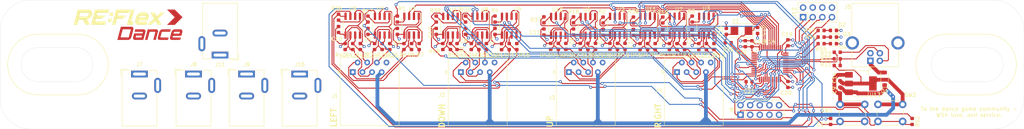
<source format=kicad_pcb>
(kicad_pcb (version 20171130) (host pcbnew "(5.1.4)-1")
  (layers (0 F.Cu signal hide) (1 In1.Cu signal hide) (2 In2.Cu signal hide) (31 B.Cu signal) (35 F.Paste user) (37 F.SilkS user) (38 B.Mask user) (39 F.Mask user) (44 Edge.Cuts user))
  (net 0 "")
  (net 1 GND)
  (net 2 +3V3)
  (net 3 +5V)
  (net 4 "Net-(C15-Pad2)")
  (net 5 "Net-(C16-Pad1)")
  (net 6 NRST)
  (net 7 "Net-(D1-Pad2)")
  (net 8 "Net-(D2-Pad2)")
  (net 9 "Net-(D3-Pad2)")
  (net 10 "Net-(D4-Pad2)")
  (net 11 USART1_TX-)
  (net 12 USART1_CK+)
  (net 13 USART1_CK-)
  (net 14 USART1_TX+)
  (net 15 USART1_RX-)
  (net 16 USART1_RX+)
  (net 17 USART3_RX+)
  (net 18 USART3_RX-)
  (net 19 USART3_TX+)
  (net 20 USART3_CK+)
  (net 21 USART3_CK-)
  (net 22 USART3_TX-)
  (net 23 USART2_TX0-)
  (net 24 USART2_CK0+)
  (net 25 USART2_CK0-)
  (net 26 USART2_TX0+)
  (net 27 USART2_RX0-)
  (net 28 USART2_RX0+)
  (net 29 USART2_RX1+)
  (net 30 USART2_RX1-)
  (net 31 USART2_TX1+)
  (net 32 USART2_CK1-)
  (net 33 USART2_CK1+)
  (net 34 USART2_TX1-)
  (net 35 "Net-(J5-Pad2)")
  (net 36 "Net-(J5-Pad3)")
  (net 37 SWCLK)
  (net 38 "Net-(J6-Pad3)")
  (net 39 SWDIO)
  (net 40 "Net-(J6-Pad9)")
  (net 41 "Net-(J6-Pad10)")
  (net 42 +24V)
  (net 43 "Net-(J12-Pad1)")
  (net 44 "Net-(J12-Pad3)")
  (net 45 "Net-(J12-Pad5)")
  (net 46 "Net-(J12-Pad7)")
  (net 47 USART1_RX)
  (net 48 "Net-(R1-Pad2)")
  (net 49 "Net-(R2-Pad2)")
  (net 50 USART2_RX0)
  (net 51 "Net-(R3-Pad2)")
  (net 52 USART2_RX1)
  (net 53 "Net-(R4-Pad2)")
  (net 54 USART3_RX)
  (net 55 "Net-(R17-Pad2)")
  (net 56 USART1_TX)
  (net 57 "Net-(R18-Pad2)")
  (net 58 USART2_TX0)
  (net 59 "Net-(R19-Pad2)")
  (net 60 USART2_TX1)
  (net 61 "Net-(R20-Pad2)")
  (net 62 USART3_TX)
  (net 63 USB_D+)
  (net 64 USB_D-)
  (net 65 "Net-(R36-Pad2)")
  (net 66 USART1_CK)
  (net 67 "Net-(R37-Pad2)")
  (net 68 USART2_CK0)
  (net 69 "Net-(R38-Pad2)")
  (net 70 USART2_CK1)
  (net 71 USART3_CK)
  (net 72 "Net-(R39-Pad2)")
  (net 73 "Net-(R52-Pad2)")
  (net 74 "Net-(R53-Pad2)")
  (net 75 "Net-(R54-Pad2)")
  (net 76 "Net-(R55-Pad2)")
  (net 77 "Net-(R56-Pad2)")
  (net 78 USART1_RX_DR)
  (net 79 USART2_RX0_DR)
  (net 80 USART2_RX1_DR)
  (net 81 USART3_RX_DR)
  (net 82 USART1_TX_DR)
  (net 83 USART2_TX0_DR)
  (net 84 USART2_TX1_DR)
  (net 85 USART3_TX_DR)
  (net 86 USART1_CK_DR)
  (net 87 USART2_CK0_DR)
  (net 88 USART2_CK1_DR)
  (net 89 USART3_CK_DR)
  (net 90 GNDD)
  (module Connector_RJ:RJ45_Amphenol_54602-x08_Horizontal (layer F.Cu) (at 134.5 125)
    (fp_text reference J2 (at -5 6) (layer F.SilkS))
    (fp_text value RJ45)
    (pad "" np_thru_hole circle (at 10.16 6.35) (size 3.2 3.2) (drill 3.2) (layers *.Cu *.Mask))
    (pad "" np_thru_hole circle (at -1.27 6.35) (size 3.2 3.2) (drill 3.2) (layers *.Cu *.Mask))
    (pad 1 thru_hole rect (at 0 0) (size 1.5 1.5) (drill 0.76) (layers *.Cu *.Mask) (net 17 USART3_RX+))
    (pad 2 thru_hole circle (at 1.27 -2.54) (size 1.5 1.5) (drill 0.76) (layers *.Cu *.Mask) (net 18 USART3_RX-))
    (pad 3 thru_hole circle (at 2.54 0) (size 1.5 1.5) (drill 0.76) (layers *.Cu *.Mask) (net 19 USART3_TX+))
    (pad 4 thru_hole circle (at 3.81 -2.54) (size 1.5 1.5) (drill 0.76) (layers *.Cu *.Mask) (net 21 USART3_CK-))
    (pad 5 thru_hole circle (at 5.08 0) (size 1.5 1.5) (drill 0.76) (layers *.Cu *.Mask) (net 20 USART3_CK+))
    (pad 6 thru_hole circle (at 6.35 -2.54) (size 1.5 1.5) (drill 0.76) (layers *.Cu *.Mask) (net 22 USART3_TX-))
    (pad 7 thru_hole circle (at 7.62 0) (size 1.5 1.5) (drill 0.76) (layers *.Cu *.Mask) (net 3 +5V))
    (pad 8 thru_hole circle (at 8.89 -2.54) (size 1.5 1.5) (drill 0.76) (layers *.Cu *.Mask) (net 1 GND))
  )
  (module Capacitor_SMD:C_0603_1608Metric (layer F.Cu) (at 187.75 114.5 270)
    (fp_text reference C7 (at 2.25 0.5 90) (layer F.SilkS))
    (fp_text value 0.1u)
    (pad 1 smd roundrect (at -0.7875 0 270) (size 0.875 0.95) (layers F.Cu F.Paste F.Mask) (net 2 +3V3))
    (pad 2 smd roundrect (at 0.7875 0 270) (size 0.875 0.95) (layers F.Cu F.Paste F.Mask) (net 1 GND))
  )
  (module Capacitor_SMD:C_0603_1608Metric (layer F.Cu) (at 195.5 114.5 270)
    (fp_text reference C3 (at 2.25 0.75 90) (layer F.SilkS))
    (fp_text value 0.1u)
    (pad 1 smd roundrect (at -0.7875 0 270) (size 0.875 0.95) (layers F.Cu F.Paste F.Mask) (net 2 +3V3))
    (pad 2 smd roundrect (at 0.7875 0 270) (size 0.875 0.95) (layers F.Cu F.Paste F.Mask) (net 1 GND))
  )
  (module Resistor_SMD:R_0603_1608Metric (layer F.Cu) (at 189.5 118.25 270)
    (fp_text reference R30 (at 2.25 0.5 180) (layer F.SilkS))
    (fp_text value 360R)
    (pad 1 smd roundrect (at -0.7875 0 270) (size 0.875 0.95) (layers F.Cu F.Paste F.Mask) (net 2 +3V3))
    (pad 2 smd roundrect (at 0.7875 0 270) (size 0.875 0.95) (layers F.Cu F.Paste F.Mask) (net 31 USART2_TX1+))
  )
  (module Resistor_SMD:R_0603_1608Metric (layer F.Cu) (at 180 111.25 90)
    (fp_text reference R38 (at 2.25 0 180) (layer F.SilkS))
    (fp_text value 0R)
    (pad 2 smd roundrect (at 0.7875 0 90) (size 0.875 0.95) (layers F.Cu F.Paste F.Mask) (net 69 "Net-(R38-Pad2)"))
    (pad 1 smd roundrect (at -0.7875 0 90) (size 0.875 0.95) (layers F.Cu F.Paste F.Mask) (net 70 USART2_CK1))
  )
  (module Resistor_SMD:R_0603_1608Metric (layer F.Cu) (at 181.75 118.25 270)
    (fp_text reference R46 (at 2.25 1 180) (layer F.SilkS))
    (fp_text value 360R)
    (pad 1 smd roundrect (at -0.7875 0 270) (size 0.875 0.95) (layers F.Cu F.Paste F.Mask) (net 2 +3V3))
    (pad 2 smd roundrect (at 0.7875 0 270) (size 0.875 0.95) (layers F.Cu F.Paste F.Mask) (net 33 USART2_CK1+))
  )
  (module Resistor_SMD:R_0603_1608Metric (layer F.Cu) (at 183.75 118.25 90)
    (fp_text reference R47 (at -2.25 -0.25 180) (layer F.SilkS))
    (fp_text value 120R)
    (pad 1 smd roundrect (at -0.7875 0 90) (size 0.875 0.95) (layers F.Cu F.Paste F.Mask) (net 33 USART2_CK1+))
    (pad 2 smd roundrect (at 0.7875 0 90) (size 0.875 0.95) (layers F.Cu F.Paste F.Mask) (net 32 USART2_CK1-))
  )
  (module Resistor_SMD:R_0603_1608Metric (layer F.Cu) (at 191.5 118.25 90)
    (fp_text reference R31 (at -2.25 0.25 180) (layer F.SilkS))
    (fp_text value 120R)
    (pad 1 smd roundrect (at -0.7875 0 90) (size 0.875 0.95) (layers F.Cu F.Paste F.Mask) (net 31 USART2_TX1+))
    (pad 2 smd roundrect (at 0.7875 0 90) (size 0.875 0.95) (layers F.Cu F.Paste F.Mask) (net 34 USART2_TX1-))
  )
  (module Resistor_SMD:R_0603_1608Metric (layer F.Cu) (at 193.5 118.25 90)
    (fp_text reference R32 (at -2.25 1 180) (layer F.SilkS))
    (fp_text value 360R)
    (pad 2 smd roundrect (at 0.7875 0 90) (size 0.875 0.95) (layers F.Cu F.Paste F.Mask) (net 1 GND))
    (pad 1 smd roundrect (at -0.7875 0 90) (size 0.875 0.95) (layers F.Cu F.Paste F.Mask) (net 34 USART2_TX1-))
  )
  (module Capacitor_SMD:C_0603_1608Metric (layer F.Cu) (at 180 114.5 270)
    (fp_text reference C12 (at 2.75 0.75 90) (layer F.SilkS))
    (fp_text value 0.1u)
    (pad 1 smd roundrect (at -0.7875 0 270) (size 0.875 0.95) (layers F.Cu F.Paste F.Mask) (net 2 +3V3))
    (pad 2 smd roundrect (at 0.7875 0 270) (size 0.875 0.95) (layers F.Cu F.Paste F.Mask) (net 1 GND))
  )
  (module Resistor_SMD:R_0603_1608Metric (layer F.Cu) (at 195.5 111 270)
    (fp_text reference R3 (at -2 0.25 180) (layer F.SilkS))
    (fp_text value 0R)
    (pad 2 smd roundrect (at 0.7875 0 270) (size 0.875 0.95) (layers F.Cu F.Paste F.Mask) (net 51 "Net-(R3-Pad2)"))
    (pad 1 smd roundrect (at -0.7875 0 270) (size 0.875 0.95) (layers F.Cu F.Paste F.Mask) (net 52 USART2_RX1))
  )
  (module Resistor_SMD:R_0603_1608Metric (layer F.Cu) (at 197.25 118.25 270)
    (fp_text reference R11 (at 2.25 0 180) (layer F.SilkS))
    (fp_text value 360R)
    (pad 2 smd roundrect (at 0.7875 0 270) (size 0.875 0.95) (layers F.Cu F.Paste F.Mask) (net 29 USART2_RX1+))
    (pad 1 smd roundrect (at -0.7875 0 270) (size 0.875 0.95) (layers F.Cu F.Paste F.Mask) (net 2 +3V3))
  )
  (module Resistor_SMD:R_0603_1608Metric (layer F.Cu) (at 201.25 118.25 90)
    (fp_text reference R13 (at -2.25 1.5 180) (layer F.SilkS))
    (fp_text value 360R)
    (pad 1 smd roundrect (at -0.7875 0 90) (size 0.875 0.95) (layers F.Cu F.Paste F.Mask) (net 30 USART2_RX1-))
    (pad 2 smd roundrect (at 0.7875 0 90) (size 0.875 0.95) (layers F.Cu F.Paste F.Mask) (net 1 GND))
  )
  (module Resistor_SMD:R_0603_1608Metric (layer F.Cu) (at 199.25 118.25 90)
    (fp_text reference R12 (at -2.25 0.75 180) (layer F.SilkS))
    (fp_text value 120R)
    (pad 1 smd roundrect (at -0.7875 0 90) (size 0.875 0.95) (layers F.Cu F.Paste F.Mask) (net 29 USART2_RX1+))
    (pad 2 smd roundrect (at 0.7875 0 90) (size 0.875 0.95) (layers F.Cu F.Paste F.Mask) (net 30 USART2_RX1-))
  )
  (module Resistor_SMD:R_0603_1608Metric (layer F.Cu) (at 187.75 111.25 90)
    (fp_text reference R19 (at 2 0 180) (layer F.SilkS))
    (fp_text value 0R)
    (pad 2 smd roundrect (at 0.7875 0 90) (size 0.875 0.95) (layers F.Cu F.Paste F.Mask) (net 59 "Net-(R19-Pad2)"))
    (pad 1 smd roundrect (at -0.7875 0 90) (size 0.875 0.95) (layers F.Cu F.Paste F.Mask) (net 60 USART2_TX1))
  )
  (module Package_SO:SOIC-8_3.9x4.9mm_P1.27mm (layer F.Cu) (at 183.75 112.75 270)
    (fp_text reference U11 (at -4.25 -0.75 180) (layer F.SilkS))
    (fp_text value SP3485EN)
    (pad 1 smd roundrect (at -2.475 -1.905 270) (size 1.95 0.6) (layers F.Cu F.Paste F.Mask) (net 69 "Net-(R38-Pad2)"))
    (pad 2 smd roundrect (at -2.475 -0.635 270) (size 1.95 0.6) (layers F.Cu F.Paste F.Mask) (net 1 GND))
    (pad 3 smd roundrect (at -2.475 0.635 270) (size 1.95 0.6) (layers F.Cu F.Paste F.Mask) (net 88 USART2_CK1_DR))
    (pad 4 smd roundrect (at -2.475 1.905 270) (size 1.95 0.6) (layers F.Cu F.Paste F.Mask) (net 70 USART2_CK1))
    (pad 5 smd roundrect (at 2.475 1.905 270) (size 1.95 0.6) (layers F.Cu F.Paste F.Mask) (net 1 GND))
    (pad 6 smd roundrect (at 2.475 0.635 270) (size 1.95 0.6) (layers F.Cu F.Paste F.Mask) (net 33 USART2_CK1+))
    (pad 7 smd roundrect (at 2.475 -0.635 270) (size 1.95 0.6) (layers F.Cu F.Paste F.Mask) (net 32 USART2_CK1-))
    (pad 8 smd roundrect (at 2.475 -1.905 270) (size 1.95 0.6) (layers F.Cu F.Paste F.Mask) (net 2 +3V3))
  )
  (module Package_SO:SOIC-8_3.9x4.9mm_P1.27mm (layer F.Cu) (at 199.25 112.75 270)
    (fp_text reference U3 (at -4.5 0 180) (layer F.SilkS))
    (fp_text value SP3485EN)
    (pad 8 smd roundrect (at 2.475 -1.905 270) (size 1.95 0.6) (layers F.Cu F.Paste F.Mask) (net 2 +3V3))
    (pad 7 smd roundrect (at 2.475 -0.635 270) (size 1.95 0.6) (layers F.Cu F.Paste F.Mask) (net 30 USART2_RX1-))
    (pad 6 smd roundrect (at 2.475 0.635 270) (size 1.95 0.6) (layers F.Cu F.Paste F.Mask) (net 29 USART2_RX1+))
    (pad 5 smd roundrect (at 2.475 1.905 270) (size 1.95 0.6) (layers F.Cu F.Paste F.Mask) (net 1 GND))
    (pad 4 smd roundrect (at -2.475 1.905 270) (size 1.95 0.6) (layers F.Cu F.Paste F.Mask) (net 51 "Net-(R3-Pad2)"))
    (pad 3 smd roundrect (at -2.475 0.635 270) (size 1.95 0.6) (layers F.Cu F.Paste F.Mask) (net 80 USART2_RX1_DR))
    (pad 2 smd roundrect (at -2.475 -0.635 270) (size 1.95 0.6) (layers F.Cu F.Paste F.Mask) (net 1 GND))
    (pad 1 smd roundrect (at -2.475 -1.905 270) (size 1.95 0.6) (layers F.Cu F.Paste F.Mask) (net 52 USART2_RX1))
  )
  (module Resistor_SMD:R_0603_1608Metric (layer F.Cu) (at 185.75 118.25 90)
    (fp_text reference R48 (at -2.25 0.5 180) (layer F.SilkS))
    (fp_text value 360R)
    (pad 2 smd roundrect (at 0.7875 0 90) (size 0.875 0.95) (layers F.Cu F.Paste F.Mask) (net 1 GND))
    (pad 1 smd roundrect (at -0.7875 0 90) (size 0.875 0.95) (layers F.Cu F.Paste F.Mask) (net 32 USART2_CK1-))
  )
  (module Package_SO:SOIC-8_3.9x4.9mm_P1.27mm (layer F.Cu) (at 191.5 112.75 270)
    (fp_text reference U7 (at -4.25 -0.5 180) (layer F.SilkS))
    (fp_text value SP3485EN)
    (pad 1 smd roundrect (at -2.475 -1.905 270) (size 1.95 0.6) (layers F.Cu F.Paste F.Mask) (net 59 "Net-(R19-Pad2)"))
    (pad 2 smd roundrect (at -2.475 -0.635 270) (size 1.95 0.6) (layers F.Cu F.Paste F.Mask) (net 1 GND))
    (pad 3 smd roundrect (at -2.475 0.635 270) (size 1.95 0.6) (layers F.Cu F.Paste F.Mask) (net 84 USART2_TX1_DR))
    (pad 4 smd roundrect (at -2.475 1.905 270) (size 1.95 0.6) (layers F.Cu F.Paste F.Mask) (net 60 USART2_TX1))
    (pad 5 smd roundrect (at 2.475 1.905 270) (size 1.95 0.6) (layers F.Cu F.Paste F.Mask) (net 1 GND))
    (pad 6 smd roundrect (at 2.475 0.635 270) (size 1.95 0.6) (layers F.Cu F.Paste F.Mask) (net 31 USART2_TX1+))
    (pad 7 smd roundrect (at 2.475 -0.635 270) (size 1.95 0.6) (layers F.Cu F.Paste F.Mask) (net 34 USART2_TX1-))
    (pad 8 smd roundrect (at 2.475 -1.905 270) (size 1.95 0.6) (layers F.Cu F.Paste F.Mask) (net 2 +3V3))
  )
  (module Connector_RJ:RJ45_Amphenol_54602-x08_Horizontal (layer F.Cu) (at 106 125)
    (fp_text reference J1 (at -4.75 6.25) (layer F.SilkS))
    (fp_text value RJ45)
    (pad 8 thru_hole circle (at 8.89 -2.54) (size 1.5 1.5) (drill 0.76) (layers *.Cu *.Mask) (net 1 GND))
    (pad 7 thru_hole circle (at 7.62 0) (size 1.5 1.5) (drill 0.76) (layers *.Cu *.Mask) (net 3 +5V))
    (pad 6 thru_hole circle (at 6.35 -2.54) (size 1.5 1.5) (drill 0.76) (layers *.Cu *.Mask) (net 11 USART1_TX-))
    (pad 5 thru_hole circle (at 5.08 0) (size 1.5 1.5) (drill 0.76) (layers *.Cu *.Mask) (net 12 USART1_CK+))
    (pad 4 thru_hole circle (at 3.81 -2.54) (size 1.5 1.5) (drill 0.76) (layers *.Cu *.Mask) (net 13 USART1_CK-))
    (pad 3 thru_hole circle (at 2.54 0) (size 1.5 1.5) (drill 0.76) (layers *.Cu *.Mask) (net 14 USART1_TX+))
    (pad 2 thru_hole circle (at 1.27 -2.54) (size 1.5 1.5) (drill 0.76) (layers *.Cu *.Mask) (net 15 USART1_RX-))
    (pad 1 thru_hole rect (at 0 0) (size 1.5 1.5) (drill 0.76) (layers *.Cu *.Mask) (net 16 USART1_RX+))
    (pad "" np_thru_hole circle (at -1.27 6.35) (size 3.2 3.2) (drill 3.2) (layers *.Cu *.Mask))
    (pad "" np_thru_hole circle (at 10.16 6.35) (size 3.2 3.2) (drill 3.2) (layers *.Cu *.Mask))
  )
  (module local:reflex-dance-logo-28 (layer F.Cu) (at 46.75 112.5)
    (fp_text reference G*** hide)
    (fp_text value LOGO hide)
    (fp_poly (pts (xy -0.171624 0.529205) (xy 0.082548 0.529462) (xy 0.300647 0.530146) (xy 0.485801 0.531467) (xy 0.641142 0.533635) (xy 0.769798 0.53686) (xy 0.874901 0.541351) (xy 0.959578 0.547318) (xy 1.026961 0.554971) (xy 1.08018 0.564519) (xy 1.122363 0.576172) (xy 1.156641 0.59014) (xy 1.186144 0.606633) (xy 1.214001 0.62586) (xy 1.237016 0.643207) (xy 1.311751 0.722231) (xy 1.371592 0.827281) (xy 1.409121 0.942714) (xy 1.418167 1.025225) (xy 1.412586 1.068494) (xy 1.396673 1.147799) (xy 1.371676 1.258459) (xy 1.338842 1.395791) (xy 1.299417 1.555112) (xy 1.254649 1.731742) (xy 1.205785 1.920997) (xy 1.15407 2.118194) (xy 1.100753 2.318653) (xy 1.047081 2.517689) (xy 0.9943 2.710621) (xy 0.943657 2.892767) (xy 0.896399 3.059444) (xy 0.853773 3.20597) (xy 0.817027 3.327663) (xy 0.787406 3.41984) (xy 0.766159 3.477819) (xy 0.763278 3.484351) (xy 0.681311 3.618843) (xy 0.566925 3.745765) (xy 0.42998 3.855391) (xy 0.324039 3.917605) (xy 0.179917 3.989916) (xy -1.320198 3.995758) (xy -2.820312 4.0016) (xy -2.810992 3.953425) (xy -2.804181 3.92595) (xy -2.787226 3.860718) (xy -2.760958 3.760855) (xy -2.726209 3.629489) (xy -2.683811 3.469748) (xy -2.643406 3.317875) (xy -1.989559 3.317875) (xy -1.981255 3.324035) (xy -1.954395 3.329226) (xy -1.906137 3.333519) (xy -1.833641 3.336983) (xy -1.734065 3.339688) (xy -1.60457 3.341703) (xy -1.442313 3.343098) (xy -1.244454 3.343942) (xy -1.008152 3.344306) (xy -0.910758 3.344333) (xy 0.168151 3.344333) (xy 0.200186 3.233208) (xy 0.222656 3.153599) (xy 0.252545 3.045195) (xy 0.288552 2.912911) (xy 0.329377 2.761666) (xy 0.373719 2.596374) (xy 0.420277 2.421953) (xy 0.467751 2.24332) (xy 0.514839 2.06539) (xy 0.560242 1.893079) (xy 0.602659 1.731306) (xy 0.640788 1.584986) (xy 0.67333 1.459035) (xy 0.698984 1.35837) (xy 0.716448 1.287908) (xy 0.724423 1.252565) (xy 0.724742 1.250395) (xy 0.73025 1.195916) (xy -0.330622 1.19043) (xy -0.576071 1.189329) (xy -0.782438 1.188822) (xy -0.95297 1.188982) (xy -1.090916 1.189879) (xy -1.199522 1.191584) (xy -1.282037 1.194166) (xy -1.341708 1.197697) (xy -1.381783 1.202248) (xy -1.40551 1.207888) (xy -1.415634 1.214031) (xy -1.424831 1.238505) (xy -1.443581 1.299145) (xy -1.470587 1.391198) (xy -1.504553 1.509913) (xy -1.544183 1.650535) (xy -1.588178 1.808313) (xy -1.635244 1.978493) (xy -1.684084 2.156322) (xy -1.7334 2.337048) (xy -1.781896 2.515918) (xy -1.828276 2.688178) (xy -1.871244 2.849077) (xy -1.909502 2.993861) (xy -1.941754 3.117776) (xy -1.966703 3.216072) (xy -1.983053 3.283994) (xy -1.989508 3.316789) (xy -1.989559 3.317875) (xy -2.643406 3.317875) (xy -2.634595 3.284759) (xy -2.579392 3.077649) (xy -2.519036 2.851547) (xy -2.454356 2.609579) (xy -2.386185 2.354873) (xy -2.349305 2.217208) (xy -1.896938 0.529166) (xy -0.465 0.529166) (xy -0.171624 0.529205)) (layer F.Cu) (width 0.01))
    (fp_poly (pts (xy 3.076158 1.21111) (xy 3.327986 1.212427) (xy 3.541021 1.21369) (xy 3.718801 1.215048) (xy 3.864867 1.216649) (xy 3.982759 1.218642) (xy 4.076014 1.221176) (xy 4.148174 1.224398) (xy 4.202778 1.228458) (xy 4.243364 1.233504) (xy 4.273473 1.239684) (xy 4.296644 1.247148) (xy 4.316416 1.256043) (xy 4.331213 1.26378) (xy 4.445576 1.347582) (xy 4.528695 1.457033) (xy 4.577415 1.58611) (xy 4.588582 1.728791) (xy 4.586755 1.751677) (xy 4.579759 1.788198) (xy 4.563021 1.860764) (xy 4.537802 1.964542) (xy 4.505363 2.094701) (xy 4.466966 2.246407) (xy 4.423871 2.414828) (xy 4.377339 2.59513) (xy 4.328633 2.782481) (xy 4.279013 2.972048) (xy 4.229741 3.158999) (xy 4.182077 3.3385) (xy 4.137284 3.505719) (xy 4.096621 3.655823) (xy 4.061351 3.783979) (xy 4.032735 3.885355) (xy 4.012033 3.955118) (xy 4.010133 3.961161) (xy 4.005926 3.969675) (xy 3.996934 3.976865) (xy 3.979827 3.982843) (xy 3.951277 3.987719) (xy 3.907955 3.991606) (xy 3.846531 3.994616) (xy 3.763676 3.996859) (xy 3.656061 3.998448) (xy 3.520357 3.999495) (xy 3.353235 4.000111) (xy 3.151366 4.000408) (xy 2.91142 4.000497) (xy 2.837324 4.0005) (xy 1.677001 4.0005) (xy 1.563786 3.941355) (xy 1.450414 3.860109) (xy 1.370356 3.753269) (xy 1.325134 3.623199) (xy 1.316577 3.558011) (xy 1.315514 3.514242) (xy 1.319153 3.463432) (xy 1.328611 3.40017) (xy 1.342512 3.331384) (xy 1.989667 3.331384) (xy 1.992929 3.340334) (xy 2.00536 3.347583) (xy 2.030929 3.353307) (xy 2.073604 3.357683) (xy 2.137352 3.360885) (xy 2.226143 3.363091) (xy 2.343944 3.364475) (xy 2.494724 3.365214) (xy 2.68245 3.365483) (xy 2.759236 3.3655) (xy 3.528804 3.3655) (xy 3.586061 3.148541) (xy 3.61086 3.05489) (xy 3.632464 2.973874) (xy 3.648081 2.915939) (xy 3.654002 2.894541) (xy 3.654654 2.884931) (xy 3.647879 2.877138) (xy 3.629741 2.870974) (xy 3.596302 2.866248) (xy 3.543626 2.862772) (xy 3.467774 2.860356) (xy 3.36481 2.85881) (xy 3.230797 2.857945) (xy 3.061797 2.857572) (xy 2.884161 2.8575) (xy 2.103636 2.8575) (xy 2.046651 3.077384) (xy 2.023139 3.171166) (xy 2.004346 3.251948) (xy 1.99255 3.309567) (xy 1.989667 3.331384) (xy 1.342512 3.331384) (xy 1.345005 3.319048) (xy 1.369453 3.214655) (xy 1.403072 3.081583) (xy 1.446979 2.914423) (xy 1.45822 2.872196) (xy 1.497533 2.724406) (xy 1.533013 2.590286) (xy 1.563261 2.475185) (xy 1.586878 2.384451) (xy 1.602465 2.323433) (xy 1.608623 2.297478) (xy 1.608667 2.297046) (xy 1.62918 2.29493) (xy 1.688109 2.292948) (xy 1.781534 2.291137) (xy 1.905537 2.289538) (xy 2.056199 2.288188) (xy 2.229604 2.287129) (xy 2.421831 2.286397) (xy 2.628963 2.286033) (xy 2.715751 2.286) (xy 3.822834 2.286) (xy 3.871612 2.083667) (xy 3.890959 1.996229) (xy 3.903561 1.924616) (xy 3.907908 1.878411) (xy 3.905778 1.866708) (xy 3.882374 1.863756) (xy 3.820678 1.860777) (xy 3.724731 1.857847) (xy 3.598573 1.855042) (xy 3.446247 1.852437) (xy 3.271792 1.850107) (xy 3.07925 1.84813) (xy 2.872662 1.846579) (xy 2.812168 1.846228) (xy 2.570492 1.844845) (xy 2.367788 1.843452) (xy 2.200697 1.841917) (xy 2.065859 1.840107) (xy 1.959913 1.837888) (xy 1.879499 1.835128) (xy 1.821257 1.831693) (xy 1.781827 1.82745) (xy 1.757849 1.822266) (xy 1.745962 1.816008) (xy 1.742806 1.808542) (xy 1.743569 1.803895) (xy 1.753744 1.767077) (xy 1.771502 1.701812) (xy 1.793459 1.620543) (xy 1.799504 1.598083) (xy 1.825969 1.50045) (xy 1.853032 1.401863) (xy 1.875187 1.322368) (xy 1.876721 1.316943) (xy 1.9084 1.205137) (xy 3.076158 1.21111)) (layer F.Cu) (width 0.01))
    (fp_poly (pts (xy 7.642652 1.273953) (xy 7.746101 1.356901) (xy 7.825179 1.465001) (xy 7.8749 1.588148) (xy 7.890277 1.716237) (xy 7.885705 1.766527) (xy 7.878349 1.799603) (xy 7.861511 1.86771) (xy 7.836404 1.966277) (xy 7.804242 2.090738) (xy 7.76624 2.236522) (xy 7.723613 2.399063) (xy 7.677573 2.573791) (xy 7.629336 2.756139) (xy 7.580115 2.941537) (xy 7.531125 3.125417) (xy 7.48358 3.30321) (xy 7.438695 3.470349) (xy 7.397682 3.622265) (xy 7.361758 3.754389) (xy 7.332135 3.862153) (xy 7.310028 3.940989) (xy 7.296652 3.986327) (xy 7.293248 3.99564) (xy 7.271132 3.997364) (xy 7.214218 3.998117) (xy 7.13003 3.997894) (xy 7.026091 3.996693) (xy 6.971752 3.995775) (xy 6.65625 3.989916) (xy 6.93899 2.935295) (xy 6.993292 2.731478) (xy 7.043626 2.540085) (xy 7.089018 2.364991) (xy 7.128495 2.21007) (xy 7.161084 2.079198) (xy 7.185812 1.976249) (xy 7.201706 1.905097) (xy 7.207793 1.869617) (xy 7.207465 1.866378) (xy 7.183186 1.862354) (xy 7.122596 1.85857) (xy 7.031717 1.855087) (xy 6.916571 1.851966) (xy 6.783181 1.849266) (xy 6.637567 1.847048) (xy 6.485752 1.845372) (xy 6.333759 1.844299) (xy 6.187608 1.843887) (xy 6.053323 1.844199) (xy 5.936924 1.845293) (xy 5.844435 1.84723) (xy 5.781877 1.85007) (xy 5.763097 1.851936) (xy 5.742453 1.853993) (xy 5.724952 1.855571) (xy 5.709525 1.859754) (xy 5.695106 1.869628) (xy 5.680629 1.888277) (xy 5.665026 1.918785) (xy 5.647229 1.964239) (xy 5.626173 2.027722) (xy 5.60079 2.112319) (xy 5.570012 2.221116) (xy 5.532774 2.357196) (xy 5.488008 2.523645) (xy 5.434647 2.723548) (xy 5.371624 2.959989) (xy 5.343901 3.063875) (xy 5.093805 4.0005) (xy 4.450004 4.0005) (xy 4.511069 3.772958) (xy 4.528093 3.709503) (xy 4.554837 3.609794) (xy 4.590058 3.478466) (xy 4.632514 3.320153) (xy 4.680961 3.13949) (xy 4.734156 2.941113) (xy 4.790856 2.729656) (xy 4.84982 2.509753) (xy 4.884275 2.38125) (xy 5.196417 1.217083) (xy 7.545917 1.217083) (xy 7.642652 1.273953)) (layer F.Cu) (width 0.01))
    (fp_poly (pts (xy 10.874581 1.208782) (xy 10.991136 1.209569) (xy 11.081484 1.211078) (xy 11.14885 1.213398) (xy 11.196458 1.216614) (xy 11.227535 1.220815) (xy 11.245304 1.226089) (xy 11.252992 1.232521) (xy 11.253823 1.240201) (xy 11.253189 1.24286) (xy 11.24346 1.278563) (xy 11.225867 1.344548) (xy 11.203247 1.43014) (xy 11.186926 1.49225) (xy 11.161102 1.589406) (xy 11.136847 1.678336) (xy 11.117629 1.74643) (xy 11.109978 1.771979) (xy 11.088531 1.840043) (xy 10.001597 1.846063) (xy 9.790981 1.847504) (xy 9.593256 1.849387) (xy 9.412448 1.851637) (xy 9.252583 1.854179) (xy 9.117687 1.856937) (xy 9.011784 1.859836) (xy 8.938901 1.862801) (xy 8.903062 1.865756) (xy 8.900092 1.86667) (xy 8.890697 1.890576) (xy 8.87227 1.949727) (xy 8.846359 2.038376) (xy 8.814509 2.150776) (xy 8.778267 2.281182) (xy 8.739179 2.423847) (xy 8.698792 2.573024) (xy 8.658652 2.722968) (xy 8.620305 2.867932) (xy 8.585298 3.002171) (xy 8.555177 3.119936) (xy 8.531489 3.215483) (xy 8.51578 3.283065) (xy 8.509596 3.316935) (xy 8.50956 3.317875) (xy 8.509 3.3655) (xy 9.60051 3.3655) (xy 9.843559 3.365564) (xy 10.047621 3.365836) (xy 10.216041 3.366428) (xy 10.352164 3.367457) (xy 10.459336 3.369036) (xy 10.540902 3.37128) (xy 10.600209 3.374304) (xy 10.6406 3.378223) (xy 10.665423 3.383151) (xy 10.678022 3.389203) (xy 10.681744 3.396494) (xy 10.680815 3.402541) (xy 10.671113 3.436903) (xy 10.653139 3.502543) (xy 10.629515 3.58983) (xy 10.6045 3.683) (xy 10.577953 3.781853) (xy 10.554594 3.868111) (xy 10.537044 3.932142) (xy 10.528186 3.963458) (xy 10.523676 3.971495) (xy 10.5132 3.978277) (xy 10.49344 3.983906) (xy 10.461083 3.988486) (xy 10.412811 3.992119) (xy 10.34531 3.994908) (xy 10.255264 3.996955) (xy 10.139356 3.998363) (xy 9.994272 3.999236) (xy 9.816696 3.999675) (xy 9.603312 3.999784) (xy 9.359532 3.999671) (xy 9.100915 3.999326) (xy 8.881354 3.998634) (xy 8.69757 3.997512) (xy 8.546288 3.995876) (xy 8.424229 3.993642) (xy 8.328116 3.990728) (xy 8.254673 3.987048) (xy 8.200622 3.98252) (xy 8.162685 3.97706) (xy 8.137586 3.970585) (xy 8.131853 3.968338) (xy 8.018567 3.905988) (xy 7.936754 3.8275) (xy 7.879198 3.730099) (xy 7.84919 3.656112) (xy 7.835515 3.59187) (xy 7.834756 3.516334) (xy 7.837627 3.474183) (xy 7.846968 3.41067) (xy 7.866719 3.313545) (xy 7.895271 3.188719) (xy 7.931015 3.042101) (xy 7.97234 2.879603) (xy 8.017639 2.707134) (xy 8.0653 2.530605) (xy 8.113716 2.355927) (xy 8.161276 2.189009) (xy 8.20637 2.035763) (xy 8.247391 1.902098) (xy 8.282727 1.793925) (xy 8.31077 1.717154) (xy 8.324306 1.686927) (xy 8.413262 1.556501) (xy 8.534645 1.434636) (xy 8.678554 1.330468) (xy 8.75778 1.286929) (xy 8.899623 1.217083) (xy 10.081788 1.21111) (xy 10.335422 1.209881) (xy 10.549949 1.209025) (xy 10.728593 1.20863) (xy 10.874581 1.208782)) (layer F.Cu) (width 0.01))
    (fp_poly (pts (xy 13.315859 1.207066) (xy 13.525765 1.208786) (xy 13.69588 1.211694) (xy 13.827469 1.215823) (xy 13.921796 1.221207) (xy 13.980125 1.227879) (xy 13.994163 1.231065) (xy 14.110339 1.286854) (xy 14.207889 1.374577) (xy 14.28061 1.485696) (xy 14.322295 1.611672) (xy 14.329834 1.692906) (xy 14.324441 1.740551) (xy 14.309304 1.822528) (xy 14.285987 1.932376) (xy 14.256054 2.063633) (xy 14.221067 2.209837) (xy 14.182591 2.364525) (xy 14.142188 2.521234) (xy 14.101421 2.673503) (xy 14.061855 2.81487) (xy 14.041727 2.88377) (xy 14.037049 2.891961) (xy 14.026028 2.898882) (xy 14.005273 2.904663) (xy 13.971391 2.909432) (xy 13.920992 2.913318) (xy 13.850681 2.916451) (xy 13.757069 2.918958) (xy 13.636762 2.920968) (xy 13.486369 2.922612) (xy 13.302498 2.924016) (xy 13.081757 2.925311) (xy 12.927386 2.926103) (xy 11.824005 2.931583) (xy 11.776559 3.1115) (xy 11.754862 3.197262) (xy 11.738022 3.270418) (xy 11.728719 3.319061) (xy 11.727723 3.328458) (xy 11.729422 3.336716) (xy 11.737444 3.343651) (xy 11.755167 3.349377) (xy 11.785968 3.354009) (xy 11.833227 3.357663) (xy 11.900321 3.360454) (xy 11.990628 3.362495) (xy 12.107528 3.363903) (xy 12.254398 3.364792) (xy 12.434615 3.365277) (xy 12.65156 3.365473) (xy 12.816417 3.3655) (xy 13.026749 3.365798) (xy 13.223712 3.366656) (xy 13.403358 3.368015) (xy 13.561741 3.369818) (xy 13.694914 3.372007) (xy 13.798931 3.374526) (xy 13.869844 3.377315) (xy 13.903707 3.380319) (xy 13.906079 3.381375) (xy 13.900656 3.406458) (xy 13.886028 3.464673) (xy 13.864189 3.548327) (xy 13.837129 3.649724) (xy 13.825274 3.693583) (xy 13.74489 3.989916) (xy 12.582154 3.994839) (xy 12.3296 3.995837) (xy 12.115841 3.996452) (xy 11.937338 3.99659) (xy 11.790552 3.996154) (xy 11.671947 3.99505) (xy 11.577983 3.99318) (xy 11.505122 3.990451) (xy 11.449827 3.986765) (xy 11.408558 3.982028) (xy 11.377779 3.976143) (xy 11.35395 3.969015) (xy 11.33475 3.961106) (xy 11.242711 3.901999) (xy 11.158739 3.817926) (xy 11.09492 3.722678) (xy 11.068975 3.657741) (xy 11.056218 3.578471) (xy 11.053807 3.489193) (xy 11.055868 3.46075) (xy 11.063848 3.417315) (xy 11.081474 3.339645) (xy 11.107275 3.233264) (xy 11.139779 3.103695) (xy 11.177516 2.956461) (xy 11.219014 2.797085) (xy 11.262802 2.631092) (xy 11.307408 2.464004) (xy 11.345413 2.323355) (xy 11.988435 2.323355) (xy 11.996019 2.330785) (xy 12.015995 2.336667) (xy 12.052255 2.34118) (xy 12.108692 2.344502) (xy 12.189198 2.346811) (xy 12.297665 2.348286) (xy 12.437986 2.349105) (xy 12.614054 2.349448) (xy 12.758917 2.3495) (xy 13.542029 2.3495) (xy 13.588452 2.177453) (xy 13.611771 2.087696) (xy 13.631724 2.004906) (xy 13.644676 1.944306) (xy 13.646225 1.935471) (xy 13.650333 1.887556) (xy 13.634167 1.864872) (xy 13.586895 1.852396) (xy 13.586245 1.852275) (xy 13.548007 1.849233) (xy 13.47314 1.846842) (xy 13.367341 1.845152) (xy 13.236312 1.844216) (xy 13.08575 1.844082) (xy 12.921355 1.844803) (xy 12.830563 1.845548) (xy 12.64127 1.847509) (xy 12.489873 1.849572) (xy 12.371935 1.852012) (xy 12.283018 1.855106) (xy 12.218687 1.85913) (xy 12.174503 1.86436) (xy 12.14603 1.871073) (xy 12.128831 1.879545) (xy 12.118599 1.889872) (xy 12.100837 1.927305) (xy 12.077876 1.993631) (xy 12.053876 2.076458) (xy 12.046944 2.103278) (xy 12.025138 2.188108) (xy 12.005718 2.259911) (xy 11.991993 2.306572) (xy 11.989351 2.314197) (xy 11.988435 2.323355) (xy 11.345413 2.323355) (xy 11.351361 2.301346) (xy 11.39319 2.148639) (xy 11.431423 2.011409) (xy 11.46459 1.895177) (xy 11.491219 1.805469) (xy 11.509838 1.747806) (xy 11.516774 1.730458) (xy 11.613047 1.583861) (xy 11.73794 1.451801) (xy 11.881643 1.342668) (xy 12.034346 1.264854) (xy 12.079453 1.249177) (xy 12.11657 1.238434) (xy 12.154603 1.229654) (xy 12.198092 1.222641) (xy 12.251578 1.217198) (xy 12.3196 1.213129) (xy 12.406701 1.210236) (xy 12.517419 1.208323) (xy 12.656296 1.207195) (xy 12.827871 1.206653) (xy 13.036686 1.206501) (xy 13.064899 1.2065) (xy 13.315859 1.207066)) (layer F.Cu) (width 0.01))
    (fp_poly (pts (xy 11.292445 -3.999883) (xy 12.308417 -3.999265) (xy 14.340417 -1.992817) (xy 13.3245 -0.975242) (xy 12.308582 0.042333) (xy 10.276582 0.042333) (xy 11.287181 -0.96843) (xy 12.297779 -1.979193) (xy 11.287126 -2.989847) (xy 10.276472 -4.0005) (xy 11.292445 -3.999883)) (layer F.Cu) (width 0.01))
  )
  (module Connector_RJ:RJ45_Amphenol_54602-x08_Horizontal (layer F.Cu) (at 191.5 125)
    (fp_text reference J4 (at -4.75 4.75) (layer F.SilkS))
    (fp_text value RJ45)
    (pad "" np_thru_hole circle (at 10.16 6.35) (size 3.2 3.2) (drill 3.2) (layers *.Cu *.Mask))
    (pad "" np_thru_hole circle (at -1.27 6.35) (size 3.2 3.2) (drill 3.2) (layers *.Cu *.Mask))
    (pad 1 thru_hole rect (at 0 0) (size 1.5 1.5) (drill 0.76) (layers *.Cu *.Mask) (net 29 USART2_RX1+))
    (pad 2 thru_hole circle (at 1.27 -2.54) (size 1.5 1.5) (drill 0.76) (layers *.Cu *.Mask) (net 30 USART2_RX1-))
    (pad 3 thru_hole circle (at 2.54 0) (size 1.5 1.5) (drill 0.76) (layers *.Cu *.Mask) (net 31 USART2_TX1+))
    (pad 4 thru_hole circle (at 3.81 -2.54) (size 1.5 1.5) (drill 0.76) (layers *.Cu *.Mask) (net 32 USART2_CK1-))
    (pad 5 thru_hole circle (at 5.08 0) (size 1.5 1.5) (drill 0.76) (layers *.Cu *.Mask) (net 33 USART2_CK1+))
    (pad 6 thru_hole circle (at 6.35 -2.54) (size 1.5 1.5) (drill 0.76) (layers *.Cu *.Mask) (net 34 USART2_TX1-))
    (pad 7 thru_hole circle (at 7.62 0) (size 1.5 1.5) (drill 0.76) (layers *.Cu *.Mask) (net 3 +5V))
    (pad 8 thru_hole circle (at 8.89 -2.54) (size 1.5 1.5) (drill 0.76) (layers *.Cu *.Mask) (net 1 GND))
  )
  (module Connector_USB:USB_B_OST_USB-B1HSxx_Horizontal (layer F.Cu) (at 242.5 122 90)
    (fp_text reference J5 (at 14.25 -6 180) (layer F.SilkS))
    (fp_text value USB_B)
    (pad 1 thru_hole rect (at 0 0 90) (size 1.7 1.7) (drill 0.92) (layers *.Cu *.Mask) (net 7 "Net-(D1-Pad2)"))
    (pad 2 thru_hole circle (at 0 2.5 90) (size 1.7 1.7) (drill 0.92) (layers *.Cu *.Mask) (net 35 "Net-(J5-Pad2)"))
    (pad 3 thru_hole circle (at 2 2.5 90) (size 1.7 1.7) (drill 0.92) (layers *.Cu *.Mask) (net 36 "Net-(J5-Pad3)"))
    (pad 4 thru_hole circle (at 2 0 90) (size 1.7 1.7) (drill 0.92) (layers *.Cu *.Mask) (net 1 GND))
    (pad 5 thru_hole circle (at 4.71 -4.77 90) (size 3.5 3.5) (drill 2.33) (layers *.Cu *.Mask) (net 1 GND))
    (pad 5 thru_hole circle (at 4.71 7.27 90) (size 3.5 3.5) (drill 2.33) (layers *.Cu *.Mask) (net 1 GND))
  )
  (module Capacitor_SMD:C_0603_1608Metric (layer F.Cu) (at 117.75 114.25 270)
    (fp_text reference C1 (at 3 0 180) (layer F.SilkS))
    (fp_text value 0.1u)
    (pad 1 smd roundrect (at -0.7875 0 270) (size 0.875 0.95) (layers F.Cu F.Paste F.Mask) (net 2 +3V3))
    (pad 2 smd roundrect (at 0.7875 0 270) (size 0.875 0.95) (layers F.Cu F.Paste F.Mask) (net 1 GND))
  )
  (module Capacitor_SMD:C_0603_1608Metric (layer F.Cu) (at 172 114.4625 270)
    (fp_text reference C2 (at 2.2875 0.75 90) (layer F.SilkS))
    (fp_text value 0.1u)
    (pad 1 smd roundrect (at -0.7875 0 270) (size 0.875 0.95) (layers F.Cu F.Paste F.Mask) (net 2 +3V3))
    (pad 2 smd roundrect (at 0.7875 0 270) (size 0.875 0.95) (layers F.Cu F.Paste F.Mask) (net 1 GND))
  )
  (module Capacitor_SMD:C_0603_1608Metric (layer F.Cu) (at 143.5 114.25 270)
    (fp_text reference C4 (at 2.5 0.75 270) (layer F.SilkS))
    (fp_text value 0.1u)
    (pad 1 smd roundrect (at -0.7875 0 270) (size 0.875 0.95) (layers F.Cu F.Paste F.Mask) (net 2 +3V3))
    (pad 2 smd roundrect (at 0.7875 0 270) (size 0.875 0.95) (layers F.Cu F.Paste F.Mask) (net 1 GND))
  )
  (module Capacitor_SMD:C_0603_1608Metric (layer F.Cu) (at 110 114.25 270)
    (fp_text reference C5 (at 2.25 0 180) (layer F.SilkS))
    (fp_text value 0.1u)
    (pad 2 smd roundrect (at 0.7875 0 270) (size 0.875 0.95) (layers F.Cu F.Paste F.Mask) (net 1 GND))
    (pad 1 smd roundrect (at -0.7875 0 270) (size 0.875 0.95) (layers F.Cu F.Paste F.Mask) (net 2 +3V3))
  )
  (module Capacitor_SMD:C_0603_1608Metric (layer F.Cu) (at 164.2 114.4 270)
    (fp_text reference C6 (at 2.35 0.45 90) (layer F.SilkS))
    (fp_text value 0.1u)
    (pad 1 smd roundrect (at -0.7875 0 270) (size 0.875 0.95) (layers F.Cu F.Paste F.Mask) (net 2 +3V3))
    (pad 2 smd roundrect (at 0.7875 0 270) (size 0.875 0.95) (layers F.Cu F.Paste F.Mask) (net 1 GND))
  )
  (module Capacitor_SMD:C_0603_1608Metric (layer F.Cu) (at 135.75 114.25 270)
    (fp_text reference C8 (at 2.5 0.5 180) (layer F.SilkS))
    (fp_text value 0.1u)
    (pad 1 smd roundrect (at -0.7875 0 270) (size 0.875 0.95) (layers F.Cu F.Paste F.Mask) (net 2 +3V3))
    (pad 2 smd roundrect (at 0.7875 0 270) (size 0.875 0.95) (layers F.Cu F.Paste F.Mask) (net 1 GND))
  )
  (module Capacitor_SMD:C_0603_1608Metric (layer F.Cu) (at 234.5 129.75 270)
    (fp_text reference C9 (at 0 1.5 90) (layer F.SilkS))
    (fp_text value 22u)
    (pad 1 smd roundrect (at -0.7875 0 270) (size 0.875 0.95) (layers F.Cu F.Paste F.Mask) (net 3 +5V))
    (pad 2 smd roundrect (at 0.7875 0 270) (size 0.875 0.95) (layers F.Cu F.Paste F.Mask) (net 1 GND))
  )
  (module Capacitor_SMD:C_0603_1608Metric (layer F.Cu) (at 102.25 113.75 270)
    (fp_text reference C10 (at 2.5 0.5 180) (layer F.SilkS))
    (fp_text value 0.1u)
    (pad 1 smd roundrect (at -0.7875 0 270) (size 0.875 0.95) (layers F.Cu F.Paste F.Mask) (net 2 +3V3))
    (pad 2 smd roundrect (at 0.7875 0 270) (size 0.875 0.95) (layers F.Cu F.Paste F.Mask) (net 1 GND))
  )
  (module Capacitor_SMD:C_0603_1608Metric (layer F.Cu) (at 156.4 114.4 270)
    (fp_text reference C11 (at 0.1 2.4 180) (layer F.SilkS))
    (fp_text value 0.1u)
    (pad 1 smd roundrect (at -0.7875 0 270) (size 0.875 0.95) (layers F.Cu F.Paste F.Mask) (net 2 +3V3))
    (pad 2 smd roundrect (at 0.7875 0 270) (size 0.875 0.95) (layers F.Cu F.Paste F.Mask) (net 1 GND))
  )
  (module Capacitor_SMD:C_0603_1608Metric (layer F.Cu) (at 128 114.25 270)
    (fp_text reference C13 (at 0.25 1.5 90) (layer F.SilkS))
    (fp_text value 0.1u)
    (pad 2 smd roundrect (at 0.7875 0 270) (size 0.875 0.95) (layers F.Cu F.Paste F.Mask) (net 1 GND))
    (pad 1 smd roundrect (at -0.7875 0 270) (size 0.875 0.95) (layers F.Cu F.Paste F.Mask) (net 2 +3V3))
  )
  (module Capacitor_SMD:C_0603_1608Metric (layer F.Cu) (at 234.5 126.5 90)
    (fp_text reference C14 (at 0 -1.43 90) (layer F.SilkS))
    (fp_text value 10u)
    (pad 2 smd roundrect (at 0.7875 0 90) (size 0.875 0.95) (layers F.Cu F.Paste F.Mask) (net 1 GND))
    (pad 1 smd roundrect (at -0.7875 0 90) (size 0.875 0.95) (layers F.Cu F.Paste F.Mask) (net 2 +3V3))
  )
  (module Capacitor_SMD:C_0603_1608Metric (layer F.Cu) (at 212.75 114 90)
    (fp_text reference C15 (at 0 1.5 90) (layer F.SilkS))
    (fp_text value 22p)
    (pad 1 smd roundrect (at -0.7875 0 90) (size 0.875 0.95) (layers F.Cu F.Paste F.Mask) (net 1 GND))
    (pad 2 smd roundrect (at 0.7875 0 90) (size 0.875 0.95) (layers F.Cu F.Paste F.Mask) (net 4 "Net-(C15-Pad2)"))
  )
  (module Capacitor_SMD:C_0603_1608Metric (layer F.Cu) (at 204.5 114.25 90)
    (fp_text reference C16 (at 0 -1.5 90) (layer F.SilkS))
    (fp_text value 22p)
    (pad 2 smd roundrect (at 0.7875 0 90) (size 0.875 0.95) (layers F.Cu F.Paste F.Mask) (net 1 GND))
    (pad 1 smd roundrect (at -0.7875 0 90) (size 0.875 0.95) (layers F.Cu F.Paste F.Mask) (net 5 "Net-(C16-Pad1)"))
  )
  (module Capacitor_SMD:C_0603_1608Metric (layer F.Cu) (at 232 138 90)
    (fp_text reference C17 (at -0.75 -2.25 180) (layer F.SilkS))
    (fp_text value 0.1u)
    (pad 2 smd roundrect (at 0.7875 0 90) (size 0.875 0.95) (layers F.Cu F.Paste F.Mask) (net 1 GND))
    (pad 1 smd roundrect (at -0.7875 0 90) (size 0.875 0.95) (layers F.Cu F.Paste F.Mask) (net 6 NRST))
  )
  (module Capacitor_SMD:C_0603_1608Metric (layer F.Cu) (at 211.25 117.5 90)
    (fp_text reference C18 (at 0.5 2 180) (layer F.SilkS))
    (fp_text value 0.1u)
    (pad 1 smd roundrect (at -0.7875 0 90) (size 0.875 0.95) (layers F.Cu F.Paste F.Mask) (net 2 +3V3))
    (pad 2 smd roundrect (at 0.7875 0 90) (size 0.875 0.95) (layers F.Cu F.Paste F.Mask) (net 1 GND))
  )
  (module Capacitor_SMD:C_0603_1608Metric (layer F.Cu) (at 220.75 117.25 90)
    (fp_text reference C19 (at 2.25 -0.25 180) (layer F.SilkS))
    (fp_text value 0.1u)
    (pad 2 smd roundrect (at 0.7875 0 90) (size 0.875 0.95) (layers F.Cu F.Paste F.Mask) (net 1 GND))
    (pad 1 smd roundrect (at -0.7875 0 90) (size 0.875 0.95) (layers F.Cu F.Paste F.Mask) (net 2 +3V3))
  )
  (module Capacitor_SMD:C_0603_1608Metric (layer F.Cu) (at 220.75 128.25 90)
    (fp_text reference C20 (at -2.25 -0.5 180) (layer F.SilkS))
    (fp_text value 0.1u)
    (pad 2 smd roundrect (at 0.7875 0 90) (size 0.875 0.95) (layers F.Cu F.Paste F.Mask) (net 1 GND))
    (pad 1 smd roundrect (at -0.7875 0 90) (size 0.875 0.95) (layers F.Cu F.Paste F.Mask) (net 2 +3V3))
  )
  (module Capacitor_SMD:C_0603_1608Metric (layer F.Cu) (at 210.5 127.5)
    (fp_text reference C21 (at 0 2.5) (layer F.SilkS))
    (fp_text value 0.1u)
    (pad 1 smd roundrect (at -0.7875 0) (size 0.875 0.95) (layers F.Cu F.Paste F.Mask) (net 2 +3V3))
    (pad 2 smd roundrect (at 0.7875 0) (size 0.875 0.95) (layers F.Cu F.Paste F.Mask) (net 1 GND))
  )
  (module Capacitor_SMD:C_0603_1608Metric (layer F.Cu) (at 209.5 117.5 90)
    (fp_text reference C22 (at -2.25 -1 180) (layer F.SilkS))
    (fp_text value 1u)
    (pad 2 smd roundrect (at 0.7875 0 90) (size 0.875 0.95) (layers F.Cu F.Paste F.Mask) (net 1 GND))
    (pad 1 smd roundrect (at -0.7875 0 90) (size 0.875 0.95) (layers F.Cu F.Paste F.Mask) (net 2 +3V3))
  )
  (module Diode_SMD:D_SOD-123 (layer F.Cu) (at 246.25 126.75 90)
    (fp_text reference D1 (at -3.25 0 180) (layer F.SilkS))
    (fp_text value D_Schottky)
    (pad 1 smd rect (at -1.65 0 90) (size 0.9 1.2) (layers F.Cu F.Paste F.Mask) (net 3 +5V))
    (pad 2 smd rect (at 1.65 0 90) (size 0.9 1.2) (layers F.Cu F.Paste F.Mask) (net 7 "Net-(D1-Pad2)"))
  )
  (module LED_SMD:LED_0603_1608Metric (layer F.Cu) (at 232.75 114 180)
    (fp_text reference D2 (at -2.25 1.5) (layer F.SilkS))
    (fp_text value LED)
    (pad 1 smd roundrect (at -0.7875 0 180) (size 0.875 0.95) (layers F.Cu F.Paste F.Mask) (net 1 GND))
    (pad 2 smd roundrect (at 0.7875 0 180) (size 0.875 0.95) (layers F.Cu F.Paste F.Mask) (net 8 "Net-(D2-Pad2)"))
  )
  (module LED_SMD:LED_0603_1608Metric (layer F.Cu) (at 232.75 115.75 180)
    (fp_text reference D3 (at -3.5 0.75) (layer F.SilkS))
    (fp_text value LED)
    (pad 1 smd roundrect (at -0.7875 0 180) (size 0.875 0.95) (layers F.Cu F.Paste F.Mask) (net 1 GND))
    (pad 2 smd roundrect (at 0.7875 0 180) (size 0.875 0.95) (layers F.Cu F.Paste F.Mask) (net 9 "Net-(D3-Pad2)"))
  )
  (module LED_SMD:LED_0603_1608Metric (layer F.Cu) (at 232.75 117.5 180)
    (fp_text reference D4 (at -2.5 -1) (layer F.SilkS))
    (fp_text value LED)
    (pad 2 smd roundrect (at 0.7875 0 180) (size 0.875 0.95) (layers F.Cu F.Paste F.Mask) (net 10 "Net-(D4-Pad2)"))
    (pad 1 smd roundrect (at -0.7875 0 180) (size 0.875 0.95) (layers F.Cu F.Paste F.Mask) (net 1 GND))
  )
  (module Connector_RJ:RJ45_Amphenol_54602-x08_Horizontal (layer F.Cu) (at 163 125)
    (fp_text reference J3 (at -4.5 6.75) (layer F.SilkS))
    (fp_text value RJ45)
    (pad 8 thru_hole circle (at 8.89 -2.54) (size 1.5 1.5) (drill 0.76) (layers *.Cu *.Mask) (net 1 GND))
    (pad 7 thru_hole circle (at 7.62 0) (size 1.5 1.5) (drill 0.76) (layers *.Cu *.Mask) (net 3 +5V))
    (pad 6 thru_hole circle (at 6.35 -2.54) (size 1.5 1.5) (drill 0.76) (layers *.Cu *.Mask) (net 23 USART2_TX0-))
    (pad 5 thru_hole circle (at 5.08 0) (size 1.5 1.5) (drill 0.76) (layers *.Cu *.Mask) (net 24 USART2_CK0+))
    (pad 4 thru_hole circle (at 3.81 -2.54) (size 1.5 1.5) (drill 0.76) (layers *.Cu *.Mask) (net 25 USART2_CK0-))
    (pad 3 thru_hole circle (at 2.54 0) (size 1.5 1.5) (drill 0.76) (layers *.Cu *.Mask) (net 26 USART2_TX0+))
    (pad 2 thru_hole circle (at 1.27 -2.54) (size 1.5 1.5) (drill 0.76) (layers *.Cu *.Mask) (net 27 USART2_RX0-))
    (pad 1 thru_hole rect (at 0 0) (size 1.5 1.5) (drill 0.76) (layers *.Cu *.Mask) (net 28 USART2_RX0+))
    (pad "" np_thru_hole circle (at -1.27 6.35) (size 3.2 3.2) (drill 3.2) (layers *.Cu *.Mask))
    (pad "" np_thru_hole circle (at 10.16 6.35) (size 3.2 3.2) (drill 3.2) (layers *.Cu *.Mask))
  )
  (module Connector_PinHeader_2.54mm:PinHeader_2x05_P2.54mm_Vertical (layer F.Cu) (at 208.25 136.25 90)
    (fp_text reference J6 (at 1.27 -2.33 90) (layer F.SilkS))
    (fp_text value Conn_02x05_Odd_Even)
    (pad 1 thru_hole rect (at 0 0 90) (size 1.7 1.7) (drill 1) (layers *.Cu *.Mask) (net 6 NRST))
    (pad 2 thru_hole oval (at 2.54 0 90) (size 1.7 1.7) (drill 1) (layers *.Cu *.Mask) (net 37 SWCLK))
    (pad 3 thru_hole oval (at 0 2.54 90) (size 1.7 1.7) (drill 1) (layers *.Cu *.Mask) (net 38 "Net-(J6-Pad3)"))
    (pad 4 thru_hole oval (at 2.54 2.54 90) (size 1.7 1.7) (drill 1) (layers *.Cu *.Mask) (net 39 SWDIO))
    (pad 5 thru_hole oval (at 0 5.08 90) (size 1.7 1.7) (drill 1) (layers *.Cu *.Mask) (net 1 GND))
    (pad 6 thru_hole oval (at 2.54 5.08 90) (size 1.7 1.7) (drill 1) (layers *.Cu *.Mask) (net 1 GND))
    (pad 7 thru_hole oval (at 0 7.62 90) (size 1.7 1.7) (drill 1) (layers *.Cu *.Mask) (net 2 +3V3))
    (pad 8 thru_hole oval (at 2.54 7.62 90) (size 1.7 1.7) (drill 1) (layers *.Cu *.Mask) (net 2 +3V3))
    (pad 9 thru_hole oval (at 0 10.16 90) (size 1.7 1.7) (drill 1) (layers *.Cu *.Mask) (net 40 "Net-(J6-Pad9)"))
    (pad 10 thru_hole oval (at 2.54 10.16 90) (size 1.7 1.7) (drill 1) (layers *.Cu *.Mask) (net 41 "Net-(J6-Pad10)"))
  )
  (module Connector_BarrelJack:BarrelJack_Wuerth_6941xx301002 (layer F.Cu) (at 49.75 125.5)
    (fp_text reference J7 (at 0 -2.5) (layer F.SilkS))
    (fp_text value Barrel_Jack_MountingPin)
    (pad 3 thru_hole oval (at 4.8 3 90) (size 4 1.8) (drill oval 3 0.8) (layers *.Cu *.Mask))
    (pad 2 thru_hole oval (at 0 5.8) (size 4 1.8) (drill oval 3 0.8) (layers *.Cu *.Mask) (net 90 GNDD))
    (pad 1 thru_hole rect (at 0 0) (size 4.4 1.8) (drill oval 3.4 0.8) (layers *.Cu *.Mask) (net 42 +24V))
  )
  (module Connector_BarrelJack:BarrelJack_Wuerth_6941xx301002 (layer F.Cu) (at 64 125.5)
    (fp_text reference J8 (at 0 -2.5) (layer F.SilkS))
    (fp_text value Barrel_Jack_MountingPin)
    (pad 1 thru_hole rect (at 0 0) (size 4.4 1.8) (drill oval 3.4 0.8) (layers *.Cu *.Mask) (net 42 +24V))
    (pad 2 thru_hole oval (at 0 5.8) (size 4 1.8) (drill oval 3 0.8) (layers *.Cu *.Mask) (net 90 GNDD))
    (pad 3 thru_hole oval (at 4.8 3 90) (size 4 1.8) (drill oval 3 0.8) (layers *.Cu *.Mask))
  )
  (module Connector_BarrelJack:BarrelJack_Wuerth_6941xx301002 (layer F.Cu) (at 78 125.5)
    (fp_text reference J9 (at 0 -2.5) (layer F.SilkS))
    (fp_text value Barrel_Jack_MountingPin)
    (pad 3 thru_hole oval (at 4.8 3 90) (size 4 1.8) (drill oval 3 0.8) (layers *.Cu *.Mask))
    (pad 2 thru_hole oval (at 0 5.8) (size 4 1.8) (drill oval 3 0.8) (layers *.Cu *.Mask) (net 90 GNDD))
    (pad 1 thru_hole rect (at 0 0) (size 4.4 1.8) (drill oval 3.4 0.8) (layers *.Cu *.Mask) (net 42 +24V))
  )
  (module Connector_BarrelJack:BarrelJack_Wuerth_6941xx301002 (layer F.Cu) (at 92 125.5)
    (fp_text reference J10 (at 0 -2.5) (layer F.SilkS))
    (fp_text value Barrel_Jack_MountingPin)
    (pad 3 thru_hole oval (at 4.8 3 90) (size 4 1.8) (drill oval 3 0.8) (layers *.Cu *.Mask))
    (pad 2 thru_hole oval (at 0 5.8) (size 4 1.8) (drill oval 3 0.8) (layers *.Cu *.Mask) (net 90 GNDD))
    (pad 1 thru_hole rect (at 0 0) (size 4.4 1.8) (drill oval 3.4 0.8) (layers *.Cu *.Mask) (net 42 +24V))
  )
  (module Connector_BarrelJack:BarrelJack_Wuerth_6941xx301002 (layer F.Cu) (at 71 120.5 180)
    (fp_text reference J11 (at 0 -2.5) (layer F.SilkS))
    (fp_text value Barrel_Jack_MountingPin)
    (pad 1 thru_hole rect (at 0 0 180) (size 4.4 1.8) (drill oval 3.4 0.8) (layers *.Cu *.Mask) (net 42 +24V))
    (pad 2 thru_hole oval (at 0 5.8 180) (size 4 1.8) (drill oval 3 0.8) (layers *.Cu *.Mask) (net 90 GNDD))
    (pad 3 thru_hole oval (at 4.8 3 270) (size 4 1.8) (drill oval 3 0.8) (layers *.Cu *.Mask))
  )
  (module Connector_PinHeader_2.54mm:PinHeader_2x04_P2.54mm_Vertical (layer F.Cu) (at 224.75 110.5 90)
    (fp_text reference J12 (at 1.27 -2.33 90) (layer F.SilkS))
    (fp_text value Conn_02x04_Odd_Even)
    (pad 1 thru_hole rect (at 0 0 90) (size 1.7 1.7) (drill 1) (layers *.Cu *.Mask) (net 43 "Net-(J12-Pad1)"))
    (pad 2 thru_hole oval (at 2.54 0 90) (size 1.7 1.7) (drill 1) (layers *.Cu *.Mask) (net 1 GND))
    (pad 3 thru_hole oval (at 0 2.54 90) (size 1.7 1.7) (drill 1) (layers *.Cu *.Mask) (net 44 "Net-(J12-Pad3)"))
    (pad 4 thru_hole oval (at 2.54 2.54 90) (size 1.7 1.7) (drill 1) (layers *.Cu *.Mask) (net 1 GND))
    (pad 5 thru_hole oval (at 0 5.08 90) (size 1.7 1.7) (drill 1) (layers *.Cu *.Mask) (net 45 "Net-(J12-Pad5)"))
    (pad 6 thru_hole oval (at 2.54 5.08 90) (size 1.7 1.7) (drill 1) (layers *.Cu *.Mask) (net 1 GND))
    (pad 7 thru_hole oval (at 0 7.62 90) (size 1.7 1.7) (drill 1) (layers *.Cu *.Mask) (net 46 "Net-(J12-Pad7)"))
    (pad 8 thru_hole oval (at 2.54 7.62 90) (size 1.7 1.7) (drill 1) (layers *.Cu *.Mask) (net 1 GND))
  )
  (module Resistor_SMD:R_0603_1608Metric (layer F.Cu) (at 117.75 111 270)
    (fp_text reference R1 (at -2.75 -1.25 180) (layer F.SilkS))
    (fp_text value 0R)
    (pad 2 smd roundrect (at 0.7875 0 270) (size 0.875 0.95) (layers F.Cu F.Paste F.Mask) (net 48 "Net-(R1-Pad2)"))
    (pad 1 smd roundrect (at -0.7875 0 270) (size 0.875 0.95) (layers F.Cu F.Paste F.Mask) (net 47 USART1_RX))
  )
  (module Resistor_SMD:R_0603_1608Metric (layer F.Cu) (at 172 111.25 270)
    (fp_text reference R2 (at -2.25 0.25 180) (layer F.SilkS))
    (fp_text value 0R)
    (pad 2 smd roundrect (at 0.7875 0 270) (size 0.875 0.95) (layers F.Cu F.Paste F.Mask) (net 49 "Net-(R2-Pad2)"))
    (pad 1 smd roundrect (at -0.7875 0 270) (size 0.875 0.95) (layers F.Cu F.Paste F.Mask) (net 50 USART2_RX0))
  )
  (module Resistor_SMD:R_0603_1608Metric (layer F.Cu) (at 143.5 111 270)
    (fp_text reference R4 (at -2.25 0 180) (layer F.SilkS))
    (fp_text value 0R)
    (pad 2 smd roundrect (at 0.7875 0 270) (size 0.875 0.95) (layers F.Cu F.Paste F.Mask) (net 53 "Net-(R4-Pad2)"))
    (pad 1 smd roundrect (at -0.7875 0 270) (size 0.875 0.95) (layers F.Cu F.Paste F.Mask) (net 54 USART3_RX))
  )
  (module Resistor_SMD:R_0603_1608Metric (layer F.Cu) (at 119.5 118.25 270)
    (fp_text reference R5 (at 2.25 0.25 180) (layer F.SilkS))
    (fp_text value 360R)
    (pad 1 smd roundrect (at -0.7875 0 270) (size 0.875 0.95) (layers F.Cu F.Paste F.Mask) (net 2 +3V3))
    (pad 2 smd roundrect (at 0.7875 0 270) (size 0.875 0.95) (layers F.Cu F.Paste F.Mask) (net 16 USART1_RX+))
  )
  (module Resistor_SMD:R_0603_1608Metric (layer F.Cu) (at 121.5 118.25 90)
    (fp_text reference R6 (at -2.25 0 180) (layer F.SilkS))
    (fp_text value 120R)
    (pad 1 smd roundrect (at -0.7875 0 90) (size 0.875 0.95) (layers F.Cu F.Paste F.Mask) (net 16 USART1_RX+))
    (pad 2 smd roundrect (at 0.7875 0 90) (size 0.875 0.95) (layers F.Cu F.Paste F.Mask) (net 15 USART1_RX-))
  )
  (module Resistor_SMD:R_0603_1608Metric (layer F.Cu) (at 123.5 118.25 90)
    (fp_text reference R7 (at -2.25 0.25 180) (layer F.SilkS))
    (fp_text value 360R)
    (pad 2 smd roundrect (at 0.7875 0 90) (size 0.875 0.95) (layers F.Cu F.Paste F.Mask) (net 1 GND))
    (pad 1 smd roundrect (at -0.7875 0 90) (size 0.875 0.95) (layers F.Cu F.Paste F.Mask) (net 15 USART1_RX-))
  )
  (module Resistor_SMD:R_0603_1608Metric (layer F.Cu) (at 173.8 118.2 270)
    (fp_text reference R8 (at 2.3 0.55 180) (layer F.SilkS))
    (fp_text value 360R)
    (pad 2 smd roundrect (at 0.7875 0 270) (size 0.875 0.95) (layers F.Cu F.Paste F.Mask) (net 28 USART2_RX0+))
    (pad 1 smd roundrect (at -0.7875 0 270) (size 0.875 0.95) (layers F.Cu F.Paste F.Mask) (net 2 +3V3))
  )
  (module Resistor_SMD:R_0603_1608Metric (layer F.Cu) (at 175.8 118.2 90)
    (fp_text reference R9 (at -2.3 -0.55 180) (layer F.SilkS))
    (fp_text value 120R)
    (pad 1 smd roundrect (at -0.7875 0 90) (size 0.875 0.95) (layers F.Cu F.Paste F.Mask) (net 28 USART2_RX0+))
    (pad 2 smd roundrect (at 0.7875 0 90) (size 0.875 0.95) (layers F.Cu F.Paste F.Mask) (net 27 USART2_RX0-))
  )
  (module Resistor_SMD:R_0603_1608Metric (layer F.Cu) (at 177.8 118.2 90)
    (fp_text reference R10 (at -2.3 -0.3 180) (layer F.SilkS))
    (fp_text value 360R)
    (pad 2 smd roundrect (at 0.7875 0 90) (size 0.875 0.95) (layers F.Cu F.Paste F.Mask) (net 1 GND))
    (pad 1 smd roundrect (at -0.7875 0 90) (size 0.875 0.95) (layers F.Cu F.Paste F.Mask) (net 27 USART2_RX0-))
  )
  (module Resistor_SMD:R_0603_1608Metric (layer F.Cu) (at 145.25 118.2875 270)
    (fp_text reference R14 (at 2.2125 0 180) (layer F.SilkS))
    (fp_text value 360R)
    (pad 1 smd roundrect (at -0.7875 0 270) (size 0.875 0.95) (layers F.Cu F.Paste F.Mask) (net 2 +3V3))
    (pad 2 smd roundrect (at 0.7875 0 270) (size 0.875 0.95) (layers F.Cu F.Paste F.Mask) (net 17 USART3_RX+))
  )
  (module Resistor_SMD:R_0603_1608Metric (layer F.Cu) (at 147.25 118.25 90)
    (fp_text reference R15 (at -2.25 1 180) (layer F.SilkS))
    (fp_text value 120R)
    (pad 1 smd roundrect (at -0.7875 0 90) (size 0.875 0.95) (layers F.Cu F.Paste F.Mask) (net 17 USART3_RX+))
    (pad 2 smd roundrect (at 0.7875 0 90) (size 0.875 0.95) (layers F.Cu F.Paste F.Mask) (net 18 USART3_RX-))
  )
  (module Resistor_SMD:R_0603_1608Metric (layer F.Cu) (at 149.25 118.25 90)
    (fp_text reference R16 (at -2.25 2 180) (layer F.SilkS))
    (fp_text value 360R)
    (pad 2 smd roundrect (at 0.7875 0 90) (size 0.875 0.95) (layers F.Cu F.Paste F.Mask) (net 1 GND))
    (pad 1 smd roundrect (at -0.7875 0 90) (size 0.875 0.95) (layers F.Cu F.Paste F.Mask) (net 18 USART3_RX-))
  )
  (module Resistor_SMD:R_0603_1608Metric (layer F.Cu) (at 110 111 90)
    (fp_text reference R17 (at 2.1 -0.1 180) (layer F.SilkS))
    (fp_text value 0R)
    (pad 1 smd roundrect (at -0.7875 0 90) (size 0.875 0.95) (layers F.Cu F.Paste F.Mask) (net 56 USART1_TX))
    (pad 2 smd roundrect (at 0.7875 0 90) (size 0.875 0.95) (layers F.Cu F.Paste F.Mask) (net 55 "Net-(R17-Pad2)"))
  )
  (module Resistor_SMD:R_0603_1608Metric (layer F.Cu) (at 164.2 111.2 90)
    (fp_text reference R18 (at 2.2 0.05 180) (layer F.SilkS))
    (fp_text value 0R)
    (pad 1 smd roundrect (at -0.7875 0 90) (size 0.875 0.95) (layers F.Cu F.Paste F.Mask) (net 58 USART2_TX0))
    (pad 2 smd roundrect (at 0.7875 0 90) (size 0.875 0.95) (layers F.Cu F.Paste F.Mask) (net 57 "Net-(R18-Pad2)"))
  )
  (module Resistor_SMD:R_0603_1608Metric (layer F.Cu) (at 135.75 111 90)
    (fp_text reference R20 (at 2.5 0 180) (layer F.SilkS))
    (fp_text value 0R)
    (pad 2 smd roundrect (at 0.7875 0 90) (size 0.875 0.95) (layers F.Cu F.Paste F.Mask) (net 61 "Net-(R20-Pad2)"))
    (pad 1 smd roundrect (at -0.7875 0 90) (size 0.875 0.95) (layers F.Cu F.Paste F.Mask) (net 62 USART3_TX))
  )
  (module Resistor_SMD:R_0603_1608Metric (layer F.Cu) (at 233.75 123.25 180)
    (fp_text reference R21 (at 3 0.25) (layer F.SilkS))
    (fp_text value 1.5k)
    (pad 2 smd roundrect (at 0.7875 0 180) (size 0.875 0.95) (layers F.Cu F.Paste F.Mask) (net 2 +3V3))
    (pad 1 smd roundrect (at -0.7875 0 180) (size 0.875 0.95) (layers F.Cu F.Paste F.Mask) (net 36 "Net-(J5-Pad3)"))
  )
  (module Resistor_SMD:R_0603_1608Metric (layer F.Cu) (at 233.75 121.5 180)
    (fp_text reference R22 (at 3 0) (layer F.SilkS))
    (fp_text value 22R)
    (pad 1 smd roundrect (at -0.7875 0 180) (size 0.875 0.95) (layers F.Cu F.Paste F.Mask) (net 36 "Net-(J5-Pad3)"))
    (pad 2 smd roundrect (at 0.7875 0 180) (size 0.875 0.95) (layers F.Cu F.Paste F.Mask) (net 63 USB_D+))
  )
  (module Resistor_SMD:R_0603_1608Metric (layer F.Cu) (at 233.75 119.75 180)
    (fp_text reference R23 (at 3 -0.5) (layer F.SilkS))
    (fp_text value 22R)
    (pad 2 smd roundrect (at 0.7875 0 180) (size 0.875 0.95) (layers F.Cu F.Paste F.Mask) (net 64 USB_D-))
    (pad 1 smd roundrect (at -0.7875 0 180) (size 0.875 0.95) (layers F.Cu F.Paste F.Mask) (net 35 "Net-(J5-Pad2)"))
  )
  (module Resistor_SMD:R_0603_1608Metric (layer F.Cu) (at 111.75 118.25 270)
    (fp_text reference R24 (at 2.25 0.75 180) (layer F.SilkS))
    (fp_text value 360R)
    (pad 2 smd roundrect (at 0.7875 0 270) (size 0.875 0.95) (layers F.Cu F.Paste F.Mask) (net 14 USART1_TX+))
    (pad 1 smd roundrect (at -0.7875 0 270) (size 0.875 0.95) (layers F.Cu F.Paste F.Mask) (net 2 +3V3))
  )
  (module Resistor_SMD:R_0603_1608Metric (layer F.Cu) (at 113.75 118.25 90)
    (fp_text reference R25 (at -2.25 0 180) (layer F.SilkS))
    (fp_text value 120R)
    (pad 1 smd roundrect (at -0.7875 0 90) (size 0.875 0.95) (layers F.Cu F.Paste F.Mask) (net 14 USART1_TX+))
    (pad 2 smd roundrect (at 0.7875 0 90) (size 0.875 0.95) (layers F.Cu F.Paste F.Mask) (net 11 USART1_TX-))
  )
  (module Resistor_SMD:R_0603_1608Metric (layer F.Cu) (at 115.75 118.25 90)
    (fp_text reference R26 (at -2.25 0.75 180) (layer F.SilkS))
    (fp_text value 360R)
    (pad 2 smd roundrect (at 0.7875 0 90) (size 0.875 0.95) (layers F.Cu F.Paste F.Mask) (net 1 GND))
    (pad 1 smd roundrect (at -0.7875 0 90) (size 0.875 0.95) (layers F.Cu F.Paste F.Mask) (net 11 USART1_TX-))
  )
  (module Resistor_SMD:R_0603_1608Metric (layer F.Cu) (at 166 118.2 270)
    (fp_text reference R27 (at 2.3 0.75 180) (layer F.SilkS))
    (fp_text value 360R)
    (pad 1 smd roundrect (at -0.7875 0 270) (size 0.875 0.95) (layers F.Cu F.Paste F.Mask) (net 2 +3V3))
    (pad 2 smd roundrect (at 0.7875 0 270) (size 0.875 0.95) (layers F.Cu F.Paste F.Mask) (net 26 USART2_TX0+))
  )
  (module Resistor_SMD:R_0603_1608Metric (layer F.Cu) (at 168 118.2 90)
    (fp_text reference R28 (at -2.3 0 180) (layer F.SilkS))
    (fp_text value 120R)
    (pad 2 smd roundrect (at 0.7875 0 90) (size 0.875 0.95) (layers F.Cu F.Paste F.Mask) (net 23 USART2_TX0-))
    (pad 1 smd roundrect (at -0.7875 0 90) (size 0.875 0.95) (layers F.Cu F.Paste F.Mask) (net 26 USART2_TX0+))
  )
  (module Resistor_SMD:R_0603_1608Metric (layer F.Cu) (at 170 118.2 90)
    (fp_text reference R29 (at -2.3 0.75 180) (layer F.SilkS))
    (fp_text value 360R)
    (pad 2 smd roundrect (at 0.7875 0 90) (size 0.875 0.95) (layers F.Cu F.Paste F.Mask) (net 1 GND))
    (pad 1 smd roundrect (at -0.7875 0 90) (size 0.875 0.95) (layers F.Cu F.Paste F.Mask) (net 23 USART2_TX0-))
  )
  (module Resistor_SMD:R_0603_1608Metric (layer F.Cu) (at 137.25 118.25 270)
    (fp_text reference R33 (at 2.25 -2.25 180) (layer F.SilkS))
    (fp_text value 360R)
    (pad 1 smd roundrect (at -0.7875 0 270) (size 0.875 0.95) (layers F.Cu F.Paste F.Mask) (net 2 +3V3))
    (pad 2 smd roundrect (at 0.7875 0 270) (size 0.875 0.95) (layers F.Cu F.Paste F.Mask) (net 19 USART3_TX+))
  )
  (module Resistor_SMD:R_0603_1608Metric (layer F.Cu) (at 139.25 118.25 90)
    (fp_text reference R34 (at -2.25 -2.5 180) (layer F.SilkS))
    (fp_text value 120R)
    (pad 1 smd roundrect (at -0.7875 0 90) (size 0.875 0.95) (layers F.Cu F.Paste F.Mask) (net 19 USART3_TX+))
    (pad 2 smd roundrect (at 0.7875 0 90) (size 0.875 0.95) (layers F.Cu F.Paste F.Mask) (net 22 USART3_TX-))
  )
  (module Resistor_SMD:R_0603_1608Metric (layer F.Cu) (at 141.25 118.25 90)
    (fp_text reference R35 (at -2.25 1.25 180) (layer F.SilkS))
    (fp_text value 360R)
    (pad 1 smd roundrect (at -0.7875 0 90) (size 0.875 0.95) (layers F.Cu F.Paste F.Mask) (net 22 USART3_TX-))
    (pad 2 smd roundrect (at 0.7875 0 90) (size 0.875 0.95) (layers F.Cu F.Paste F.Mask) (net 1 GND))
  )
  (module Resistor_SMD:R_0603_1608Metric (layer F.Cu) (at 102.25 110.5 270)
    (fp_text reference R36 (at -2.25 0.5 180) (layer F.SilkS))
    (fp_text value 0R)
    (pad 1 smd roundrect (at -0.7875 0 270) (size 0.875 0.95) (layers F.Cu F.Paste F.Mask) (net 66 USART1_CK))
    (pad 2 smd roundrect (at 0.7875 0 270) (size 0.875 0.95) (layers F.Cu F.Paste F.Mask) (net 65 "Net-(R36-Pad2)"))
  )
  (module Resistor_SMD:R_0603_1608Metric (layer F.Cu) (at 156.4 111.2 90)
    (fp_text reference R37 (at -0.05 -2.15 180) (layer F.SilkS))
    (fp_text value 0R)
    (pad 1 smd roundrect (at -0.7875 0 90) (size 0.875 0.95) (layers F.Cu F.Paste F.Mask) (net 68 USART2_CK0))
    (pad 2 smd roundrect (at 0.7875 0 90) (size 0.875 0.95) (layers F.Cu F.Paste F.Mask) (net 67 "Net-(R37-Pad2)"))
  )
  (module Resistor_SMD:R_0603_1608Metric (layer F.Cu) (at 128 111 90)
    (fp_text reference R39 (at 2.25 -0.25 180) (layer F.SilkS))
    (fp_text value 0R)
    (pad 1 smd roundrect (at -0.7875 0 90) (size 0.875 0.95) (layers F.Cu F.Paste F.Mask) (net 71 USART3_CK))
    (pad 2 smd roundrect (at 0.7875 0 90) (size 0.875 0.95) (layers F.Cu F.Paste F.Mask) (net 72 "Net-(R39-Pad2)"))
  )
  (module Resistor_SMD:R_0603_1608Metric (layer F.Cu) (at 104 118.25 270)
    (fp_text reference R40 (at 2.25 1.25 180) (layer F.SilkS))
    (fp_text value 360R)
    (pad 2 smd roundrect (at 0.7875 0 270) (size 0.875 0.95) (layers F.Cu F.Paste F.Mask) (net 12 USART1_CK+))
    (pad 1 smd roundrect (at -0.7875 0 270) (size 0.875 0.95) (layers F.Cu F.Paste F.Mask) (net 2 +3V3))
  )
  (module Resistor_SMD:R_0603_1608Metric (layer F.Cu) (at 106 118.25 90)
    (fp_text reference R41 (at -2.25 -0.5 180) (layer F.SilkS))
    (fp_text value 120R)
    (pad 2 smd roundrect (at 0.7875 0 90) (size 0.875 0.95) (layers F.Cu F.Paste F.Mask) (net 13 USART1_CK-))
    (pad 1 smd roundrect (at -0.7875 0 90) (size 0.875 0.95) (layers F.Cu F.Paste F.Mask) (net 12 USART1_CK+))
  )
  (module Resistor_SMD:R_0603_1608Metric (layer F.Cu) (at 108 118.25 90)
    (fp_text reference R42 (at -2.25 0.25 180) (layer F.SilkS))
    (fp_text value 360R)
    (pad 1 smd roundrect (at -0.7875 0 90) (size 0.875 0.95) (layers F.Cu F.Paste F.Mask) (net 13 USART1_CK-))
    (pad 2 smd roundrect (at 0.7875 0 90) (size 0.875 0.95) (layers F.Cu F.Paste F.Mask) (net 1 GND))
  )
  (module Resistor_SMD:R_0603_1608Metric (layer F.Cu) (at 158.2 118.2 270)
    (fp_text reference R43 (at 2.3 1.45 180) (layer F.SilkS))
    (fp_text value 360R)
    (pad 1 smd roundrect (at -0.7875 0 270) (size 0.875 0.95) (layers F.Cu F.Paste F.Mask) (net 2 +3V3))
    (pad 2 smd roundrect (at 0.7875 0 270) (size 0.875 0.95) (layers F.Cu F.Paste F.Mask) (net 24 USART2_CK0+))
  )
  (module Resistor_SMD:R_0603_1608Metric (layer F.Cu) (at 160.2 118.2 90)
    (fp_text reference R44 (at -2.3 -0.45 180) (layer F.SilkS))
    (fp_text value 120R)
    (pad 2 smd roundrect (at 0.7875 0 90) (size 0.875 0.95) (layers F.Cu F.Paste F.Mask) (net 25 USART2_CK0-))
    (pad 1 smd roundrect (at -0.7875 0 90) (size 0.875 0.95) (layers F.Cu F.Paste F.Mask) (net 24 USART2_CK0+))
  )
  (module Resistor_SMD:R_0603_1608Metric (layer F.Cu) (at 162.2 118.2 90)
    (fp_text reference R45 (at -2.3 0.3 180) (layer F.SilkS))
    (fp_text value 360R)
    (pad 1 smd roundrect (at -0.7875 0 90) (size 0.875 0.95) (layers F.Cu F.Paste F.Mask) (net 25 USART2_CK0-))
    (pad 2 smd roundrect (at 0.7875 0 90) (size 0.875 0.95) (layers F.Cu F.Paste F.Mask) (net 1 GND))
  )
  (module Resistor_SMD:R_0603_1608Metric (layer F.Cu) (at 129.75 118.25 270)
    (fp_text reference R49 (at 1.25 2.25) (layer F.SilkS))
    (fp_text value 360R)
    (pad 1 smd roundrect (at -0.7875 0 270) (size 0.875 0.95) (layers F.Cu F.Paste F.Mask) (net 2 +3V3))
    (pad 2 smd roundrect (at 0.7875 0 270) (size 0.875 0.95) (layers F.Cu F.Paste F.Mask) (net 20 USART3_CK+))
  )
  (module Resistor_SMD:R_0603_1608Metric (layer F.Cu) (at 131.75 118.25 90)
    (fp_text reference R50 (at -2.25 0.75 180) (layer F.SilkS))
    (fp_text value 120R)
    (pad 1 smd roundrect (at -0.7875 0 90) (size 0.875 0.95) (layers F.Cu F.Paste F.Mask) (net 20 USART3_CK+))
    (pad 2 smd roundrect (at 0.7875 0 90) (size 0.875 0.95) (layers F.Cu F.Paste F.Mask) (net 21 USART3_CK-))
  )
  (module Resistor_SMD:R_0603_1608Metric (layer F.Cu) (at 133.5 118.25 90)
    (fp_text reference R51 (at -1.25 1.25 90) (layer F.SilkS))
    (fp_text value 360R)
    (pad 2 smd roundrect (at 0.7875 0 90) (size 0.875 0.95) (layers F.Cu F.Paste F.Mask) (net 1 GND))
    (pad 1 smd roundrect (at -0.7875 0 90) (size 0.875 0.95) (layers F.Cu F.Paste F.Mask) (net 21 USART3_CK-))
  )
  (module Resistor_SMD:R_0603_1608Metric (layer F.Cu) (at 253.5 138 270)
    (fp_text reference R52 (at 0 -1.43 90) (layer F.SilkS))
    (fp_text value 10k)
    (pad 1 smd roundrect (at -0.7875 0 270) (size 0.875 0.95) (layers F.Cu F.Paste F.Mask) (net 1 GND))
    (pad 2 smd roundrect (at 0.7875 0 270) (size 0.875 0.95) (layers F.Cu F.Paste F.Mask) (net 73 "Net-(R52-Pad2)"))
  )
  (module Resistor_SMD:R_0603_1608Metric (layer F.Cu) (at 229.5 114 180)
    (fp_text reference R53 (at 3 0) (layer F.SilkS))
    (fp_text value 270R)
    (pad 1 smd roundrect (at -0.7875 0 180) (size 0.875 0.95) (layers F.Cu F.Paste F.Mask) (net 8 "Net-(D2-Pad2)"))
    (pad 2 smd roundrect (at 0.7875 0 180) (size 0.875 0.95) (layers F.Cu F.Paste F.Mask) (net 74 "Net-(R53-Pad2)"))
  )
  (module Resistor_SMD:R_0603_1608Metric (layer F.Cu) (at 229.5 115.75 180)
    (fp_text reference R54 (at 2.75 0) (layer F.SilkS))
    (fp_text value 270R)
    (pad 1 smd roundrect (at -0.7875 0 180) (size 0.875 0.95) (layers F.Cu F.Paste F.Mask) (net 9 "Net-(D3-Pad2)"))
    (pad 2 smd roundrect (at 0.7875 0 180) (size 0.875 0.95) (layers F.Cu F.Paste F.Mask) (net 75 "Net-(R54-Pad2)"))
  )
  (module Resistor_SMD:R_0603_1608Metric (layer F.Cu) (at 229.5 117.5 180)
    (fp_text reference R55 (at 0 -1.43) (layer F.SilkS))
    (fp_text value 270R)
    (pad 2 smd roundrect (at 0.7875 0 180) (size 0.875 0.95) (layers F.Cu F.Paste F.Mask) (net 76 "Net-(R55-Pad2)"))
    (pad 1 smd roundrect (at -0.7875 0 180) (size 0.875 0.95) (layers F.Cu F.Paste F.Mask) (net 10 "Net-(D4-Pad2)"))
  )
  (module Resistor_SMD:R_0603_1608Metric (layer F.Cu) (at 205 117.25)
    (fp_text reference R56 (at 0 1.75) (layer F.SilkS))
    (fp_text value 220R)
    (pad 2 smd roundrect (at 0.7875 0) (size 0.875 0.95) (layers F.Cu F.Paste F.Mask) (net 77 "Net-(R56-Pad2)"))
    (pad 1 smd roundrect (at -0.7875 0) (size 0.875 0.95) (layers F.Cu F.Paste F.Mask) (net 5 "Net-(C16-Pad1)"))
  )
  (module Button_Switch_THT:SW_PUSH_6mm (layer F.Cu) (at 234.5 133.5)
    (fp_text reference SW1 (at -3.5 1.5) (layer F.SilkS))
    (fp_text value SW_Push)
    (pad 2 thru_hole circle (at 0 4.5 90) (size 2 2) (drill 1.1) (layers *.Cu *.Mask) (net 6 NRST))
    (pad 1 thru_hole circle (at 0 0 90) (size 2 2) (drill 1.1) (layers *.Cu *.Mask) (net 1 GND))
    (pad 2 thru_hole circle (at 6.5 4.5 90) (size 2 2) (drill 1.1) (layers *.Cu *.Mask) (net 6 NRST))
    (pad 1 thru_hole circle (at 6.5 0 90) (size 2 2) (drill 1.1) (layers *.Cu *.Mask) (net 1 GND))
  )
  (module Button_Switch_THT:SW_PUSH_6mm (layer F.Cu) (at 244.5 133.5)
    (fp_text reference SW2 (at 8.5 -2.5) (layer F.SilkS))
    (fp_text value SW_Push)
    (pad 1 thru_hole circle (at 6.5 0 90) (size 2 2) (drill 1.1) (layers *.Cu *.Mask) (net 2 +3V3))
    (pad 2 thru_hole circle (at 6.5 4.5 90) (size 2 2) (drill 1.1) (layers *.Cu *.Mask) (net 73 "Net-(R52-Pad2)"))
    (pad 1 thru_hole circle (at 0 0 90) (size 2 2) (drill 1.1) (layers *.Cu *.Mask) (net 2 +3V3))
    (pad 2 thru_hole circle (at 0 4.5 90) (size 2 2) (drill 1.1) (layers *.Cu *.Mask) (net 73 "Net-(R52-Pad2)"))
  )
  (module Package_SO:SOIC-8_3.9x4.9mm_P1.27mm (layer F.Cu) (at 121.5 112.75 270)
    (fp_text reference U1 (at -4.5 -0.25 180) (layer F.SilkS))
    (fp_text value SP3485EN)
    (pad 1 smd roundrect (at -2.475 -1.905 270) (size 1.95 0.6) (layers F.Cu F.Paste F.Mask) (net 47 USART1_RX))
    (pad 2 smd roundrect (at -2.475 -0.635 270) (size 1.95 0.6) (layers F.Cu F.Paste F.Mask) (net 1 GND))
    (pad 3 smd roundrect (at -2.475 0.635 270) (size 1.95 0.6) (layers F.Cu F.Paste F.Mask) (net 78 USART1_RX_DR))
    (pad 4 smd roundrect (at -2.475 1.905 270) (size 1.95 0.6) (layers F.Cu F.Paste F.Mask) (net 48 "Net-(R1-Pad2)"))
    (pad 5 smd roundrect (at 2.475 1.905 270) (size 1.95 0.6) (layers F.Cu F.Paste F.Mask) (net 1 GND))
    (pad 6 smd roundrect (at 2.475 0.635 270) (size 1.95 0.6) (layers F.Cu F.Paste F.Mask) (net 16 USART1_RX+))
    (pad 7 smd roundrect (at 2.475 -0.635 270) (size 1.95 0.6) (layers F.Cu F.Paste F.Mask) (net 15 USART1_RX-))
    (pad 8 smd roundrect (at 2.475 -1.905 270) (size 1.95 0.6) (layers F.Cu F.Paste F.Mask) (net 2 +3V3))
  )
  (module Package_SO:SOIC-8_3.9x4.9mm_P1.27mm (layer F.Cu) (at 175.75 112.75 270)
    (fp_text reference U2 (at -4.25 -1 180) (layer F.SilkS))
    (fp_text value SP3485EN)
    (pad 8 smd roundrect (at 2.475 -1.905 270) (size 1.95 0.6) (layers F.Cu F.Paste F.Mask) (net 2 +3V3))
    (pad 7 smd roundrect (at 2.475 -0.635 270) (size 1.95 0.6) (layers F.Cu F.Paste F.Mask) (net 27 USART2_RX0-))
    (pad 6 smd roundrect (at 2.475 0.635 270) (size 1.95 0.6) (layers F.Cu F.Paste F.Mask) (net 28 USART2_RX0+))
    (pad 5 smd roundrect (at 2.475 1.905 270) (size 1.95 0.6) (layers F.Cu F.Paste F.Mask) (net 1 GND))
    (pad 4 smd roundrect (at -2.475 1.905 270) (size 1.95 0.6) (layers F.Cu F.Paste F.Mask) (net 49 "Net-(R2-Pad2)"))
    (pad 3 smd roundrect (at -2.475 0.635 270) (size 1.95 0.6) (layers F.Cu F.Paste F.Mask) (net 79 USART2_RX0_DR))
    (pad 2 smd roundrect (at -2.475 -0.635 270) (size 1.95 0.6) (layers F.Cu F.Paste F.Mask) (net 1 GND))
    (pad 1 smd roundrect (at -2.475 -1.905 270) (size 1.95 0.6) (layers F.Cu F.Paste F.Mask) (net 50 USART2_RX0))
  )
  (module Package_SO:SOIC-8_3.9x4.9mm_P1.27mm (layer F.Cu) (at 147.25 112.75 270)
    (fp_text reference U4 (at -4.5 -2.25 180) (layer F.SilkS))
    (fp_text value SP3485EN)
    (pad 1 smd roundrect (at -2.475 -1.905 270) (size 1.95 0.6) (layers F.Cu F.Paste F.Mask) (net 54 USART3_RX))
    (pad 2 smd roundrect (at -2.475 -0.635 270) (size 1.95 0.6) (layers F.Cu F.Paste F.Mask) (net 1 GND))
    (pad 3 smd roundrect (at -2.475 0.635 270) (size 1.95 0.6) (layers F.Cu F.Paste F.Mask) (net 81 USART3_RX_DR))
    (pad 4 smd roundrect (at -2.475 1.905 270) (size 1.95 0.6) (layers F.Cu F.Paste F.Mask) (net 53 "Net-(R4-Pad2)"))
    (pad 5 smd roundrect (at 2.475 1.905 270) (size 1.95 0.6) (layers F.Cu F.Paste F.Mask) (net 1 GND))
    (pad 6 smd roundrect (at 2.475 0.635 270) (size 1.95 0.6) (layers F.Cu F.Paste F.Mask) (net 17 USART3_RX+))
    (pad 7 smd roundrect (at 2.475 -0.635 270) (size 1.95 0.6) (layers F.Cu F.Paste F.Mask) (net 18 USART3_RX-))
    (pad 8 smd roundrect (at 2.475 -1.905 270) (size 1.95 0.6) (layers F.Cu F.Paste F.Mask) (net 2 +3V3))
  )
  (module Package_SO:SOIC-8_3.9x4.9mm_P1.27mm (layer F.Cu) (at 113.75 112.75 270)
    (fp_text reference U5 (at -4.5 0.5 180) (layer F.SilkS))
    (fp_text value SP3485EN)
    (pad 8 smd roundrect (at 2.475 -1.905 270) (size 1.95 0.6) (layers F.Cu F.Paste F.Mask) (net 2 +3V3))
    (pad 7 smd roundrect (at 2.475 -0.635 270) (size 1.95 0.6) (layers F.Cu F.Paste F.Mask) (net 11 USART1_TX-))
    (pad 6 smd roundrect (at 2.475 0.635 270) (size 1.95 0.6) (layers F.Cu F.Paste F.Mask) (net 14 USART1_TX+))
    (pad 5 smd roundrect (at 2.475 1.905 270) (size 1.95 0.6) (layers F.Cu F.Paste F.Mask) (net 1 GND))
    (pad 4 smd roundrect (at -2.475 1.905 270) (size 1.95 0.6) (layers F.Cu F.Paste F.Mask) (net 56 USART1_TX))
    (pad 3 smd roundrect (at -2.475 0.635 270) (size 1.95 0.6) (layers F.Cu F.Paste F.Mask) (net 82 USART1_TX_DR))
    (pad 2 smd roundrect (at -2.475 -0.635 270) (size 1.95 0.6) (layers F.Cu F.Paste F.Mask) (net 1 GND))
    (pad 1 smd roundrect (at -2.475 -1.905 270) (size 1.95 0.6) (layers F.Cu F.Paste F.Mask) (net 55 "Net-(R17-Pad2)"))
  )
  (module Package_SO:SOIC-8_3.9x4.9mm_P1.27mm (layer F.Cu) (at 168 112.8 270)
    (fp_text reference U6 (at -4.3 0.25 180) (layer F.SilkS))
    (fp_text value SP3485EN)
    (pad 1 smd roundrect (at -2.475 -1.905 270) (size 1.95 0.6) (layers F.Cu F.Paste F.Mask) (net 57 "Net-(R18-Pad2)"))
    (pad 2 smd roundrect (at -2.475 -0.635 270) (size 1.95 0.6) (layers F.Cu F.Paste F.Mask) (net 1 GND))
    (pad 3 smd roundrect (at -2.475 0.635 270) (size 1.95 0.6) (layers F.Cu F.Paste F.Mask) (net 83 USART2_TX0_DR))
    (pad 4 smd roundrect (at -2.475 1.905 270) (size 1.95 0.6) (layers F.Cu F.Paste F.Mask) (net 58 USART2_TX0))
    (pad 5 smd roundrect (at 2.475 1.905 270) (size 1.95 0.6) (layers F.Cu F.Paste F.Mask) (net 1 GND))
    (pad 6 smd roundrect (at 2.475 0.635 270) (size 1.95 0.6) (layers F.Cu F.Paste F.Mask) (net 26 USART2_TX0+))
    (pad 7 smd roundrect (at 2.475 -0.635 270) (size 1.95 0.6) (layers F.Cu F.Paste F.Mask) (net 23 USART2_TX0-))
    (pad 8 smd roundrect (at 2.475 -1.905 270) (size 1.95 0.6) (layers F.Cu F.Paste F.Mask) (net 2 +3V3))
  )
  (module Package_SO:SOIC-8_3.9x4.9mm_P1.27mm (layer F.Cu) (at 139.5 112.75 270)
    (fp_text reference U8 (at -4.25 -1.25 180) (layer F.SilkS))
    (fp_text value SP3485EN)
    (pad 8 smd roundrect (at 2.475 -1.905 270) (size 1.95 0.6) (layers F.Cu F.Paste F.Mask) (net 2 +3V3))
    (pad 7 smd roundrect (at 2.475 -0.635 270) (size 1.95 0.6) (layers F.Cu F.Paste F.Mask) (net 22 USART3_TX-))
    (pad 6 smd roundrect (at 2.475 0.635 270) (size 1.95 0.6) (layers F.Cu F.Paste F.Mask) (net 19 USART3_TX+))
    (pad 5 smd roundrect (at 2.475 1.905 270) (size 1.95 0.6) (layers F.Cu F.Paste F.Mask) (net 1 GND))
    (pad 4 smd roundrect (at -2.475 1.905 270) (size 1.95 0.6) (layers F.Cu F.Paste F.Mask) (net 62 USART3_TX))
    (pad 3 smd roundrect (at -2.475 0.635 270) (size 1.95 0.6) (layers F.Cu F.Paste F.Mask) (net 85 USART3_TX_DR))
    (pad 2 smd roundrect (at -2.475 -0.635 270) (size 1.95 0.6) (layers F.Cu F.Paste F.Mask) (net 1 GND))
    (pad 1 smd roundrect (at -2.475 -1.905 270) (size 1.95 0.6) (layers F.Cu F.Paste F.Mask) (net 61 "Net-(R20-Pad2)"))
  )
  (module Package_SO:SOIC-8_3.9x4.9mm_P1.27mm (layer F.Cu) (at 106 112.75 270)
    (fp_text reference U9 (at -4.5 0 180) (layer F.SilkS))
    (fp_text value SP3485EN)
    (pad 1 smd roundrect (at -2.475 -1.905 270) (size 1.95 0.6) (layers F.Cu F.Paste F.Mask) (net 65 "Net-(R36-Pad2)"))
    (pad 2 smd roundrect (at -2.475 -0.635 270) (size 1.95 0.6) (layers F.Cu F.Paste F.Mask) (net 1 GND))
    (pad 3 smd roundrect (at -2.475 0.635 270) (size 1.95 0.6) (layers F.Cu F.Paste F.Mask) (net 86 USART1_CK_DR))
    (pad 4 smd roundrect (at -2.475 1.905 270) (size 1.95 0.6) (layers F.Cu F.Paste F.Mask) (net 66 USART1_CK))
    (pad 5 smd roundrect (at 2.475 1.905 270) (size 1.95 0.6) (layers F.Cu F.Paste F.Mask) (net 1 GND))
    (pad 6 smd roundrect (at 2.475 0.635 270) (size 1.95 0.6) (layers F.Cu F.Paste F.Mask) (net 12 USART1_CK+))
    (pad 7 smd roundrect (at 2.475 -0.635 270) (size 1.95 0.6) (layers F.Cu F.Paste F.Mask) (net 13 USART1_CK-))
    (pad 8 smd roundrect (at 2.475 -1.905 270) (size 1.95 0.6) (layers F.Cu F.Paste F.Mask) (net 2 +3V3))
  )
  (module Package_SO:SOIC-8_3.9x4.9mm_P1.27mm (layer F.Cu) (at 160.2 112.8 270)
    (fp_text reference U10 (at -4.3 0.2 180) (layer F.SilkS))
    (fp_text value SP3485EN)
    (pad 1 smd roundrect (at -2.475 -1.905 270) (size 1.95 0.6) (layers F.Cu F.Paste F.Mask) (net 67 "Net-(R37-Pad2)"))
    (pad 2 smd roundrect (at -2.475 -0.635 270) (size 1.95 0.6) (layers F.Cu F.Paste F.Mask) (net 1 GND))
    (pad 3 smd roundrect (at -2.475 0.635 270) (size 1.95 0.6) (layers F.Cu F.Paste F.Mask) (net 87 USART2_CK0_DR))
    (pad 4 smd roundrect (at -2.475 1.905 270) (size 1.95 0.6) (layers F.Cu F.Paste F.Mask) (net 68 USART2_CK0))
    (pad 5 smd roundrect (at 2.475 1.905 270) (size 1.95 0.6) (layers F.Cu F.Paste F.Mask) (net 1 GND))
    (pad 6 smd roundrect (at 2.475 0.635 270) (size 1.95 0.6) (layers F.Cu F.Paste F.Mask) (net 24 USART2_CK0+))
    (pad 7 smd roundrect (at 2.475 -0.635 270) (size 1.95 0.6) (layers F.Cu F.Paste F.Mask) (net 25 USART2_CK0-))
    (pad 8 smd roundrect (at 2.475 -1.905 270) (size 1.95 0.6) (layers F.Cu F.Paste F.Mask) (net 2 +3V3))
  )
  (module Package_SO:SOIC-8_3.9x4.9mm_P1.27mm (layer F.Cu) (at 131.75 112.75 270)
    (fp_text reference U12 (at -4.25 -1.25 180) (layer F.SilkS))
    (fp_text value SP3485EN)
    (pad 1 smd roundrect (at -2.475 -1.905 270) (size 1.95 0.6) (layers F.Cu F.Paste F.Mask) (net 72 "Net-(R39-Pad2)"))
    (pad 2 smd roundrect (at -2.475 -0.635 270) (size 1.95 0.6) (layers F.Cu F.Paste F.Mask) (net 1 GND))
    (pad 3 smd roundrect (at -2.475 0.635 270) (size 1.95 0.6) (layers F.Cu F.Paste F.Mask) (net 89 USART3_CK_DR))
    (pad 4 smd roundrect (at -2.475 1.905 270) (size 1.95 0.6) (layers F.Cu F.Paste F.Mask) (net 71 USART3_CK))
    (pad 5 smd roundrect (at 2.475 1.905 270) (size 1.95 0.6) (layers F.Cu F.Paste F.Mask) (net 1 GND))
    (pad 6 smd roundrect (at 2.475 0.635 270) (size 1.95 0.6) (layers F.Cu F.Paste F.Mask) (net 20 USART3_CK+))
    (pad 7 smd roundrect (at 2.475 -0.635 270) (size 1.95 0.6) (layers F.Cu F.Paste F.Mask) (net 21 USART3_CK-))
    (pad 8 smd roundrect (at 2.475 -1.905 270) (size 1.95 0.6) (layers F.Cu F.Paste F.Mask) (net 2 +3V3))
  )
  (module Package_TO_SOT_SMD:SOT-223-3_TabPin2 (layer F.Cu) (at 240 128)
    (fp_text reference U13 (at 3.75 3) (layer F.SilkS))
    (fp_text value AMS1117-3.3)
    (pad 2 smd rect (at 3.15 0) (size 2 3.8) (layers F.Cu F.Paste F.Mask) (net 2 +3V3))
    (pad 2 smd rect (at -3.15 0) (size 2 1.5) (layers F.Cu F.Paste F.Mask) (net 2 +3V3))
    (pad 3 smd rect (at -3.15 2.3) (size 2 1.5) (layers F.Cu F.Paste F.Mask) (net 3 +5V))
    (pad 1 smd rect (at -3.15 -2.3) (size 2 1.5) (layers F.Cu F.Paste F.Mask) (net 1 GND))
  )
  (module Package_QFP:LQFP-48_7x7mm_P0.5mm (layer F.Cu) (at 216 122.75)
    (fp_text reference U14 (at 0 -5.85) (layer F.SilkS))
    (fp_text value STM32F303CCTx)
    (pad 1 smd roundrect (at -4.1625 -2.75) (size 1.475 0.3) (layers F.Cu F.Paste F.Mask) (net 2 +3V3))
    (pad 2 smd roundrect (at -4.1625 -2.25) (size 1.475 0.3) (layers F.Cu F.Paste F.Mask) (net 74 "Net-(R53-Pad2)"))
    (pad 3 smd roundrect (at -4.1625 -1.75) (size 1.475 0.3) (layers F.Cu F.Paste F.Mask) (net 75 "Net-(R54-Pad2)"))
    (pad 4 smd roundrect (at -4.1625 -1.25) (size 1.475 0.3) (layers F.Cu F.Paste F.Mask) (net 76 "Net-(R55-Pad2)"))
    (pad 5 smd roundrect (at -4.1625 -0.75) (size 1.475 0.3) (layers F.Cu F.Paste F.Mask) (net 4 "Net-(C15-Pad2)"))
    (pad 6 smd roundrect (at -4.1625 -0.25) (size 1.475 0.3) (layers F.Cu F.Paste F.Mask) (net 77 "Net-(R56-Pad2)"))
    (pad 7 smd roundrect (at -4.1625 0.25) (size 1.475 0.3) (layers F.Cu F.Paste F.Mask) (net 6 NRST))
    (pad 8 smd roundrect (at -4.1625 0.75) (size 1.475 0.3) (layers F.Cu F.Paste F.Mask) (net 1 GND))
    (pad 9 smd roundrect (at -4.1625 1.25) (size 1.475 0.3) (layers F.Cu F.Paste F.Mask) (net 2 +3V3))
    (pad 10 smd roundrect (at -4.1625 1.75) (size 1.475 0.3) (layers F.Cu F.Paste F.Mask) (net 43 "Net-(J12-Pad1)"))
    (pad 11 smd roundrect (at -4.1625 2.25) (size 1.475 0.3) (layers F.Cu F.Paste F.Mask) (net 44 "Net-(J12-Pad3)"))
    (pad 12 smd roundrect (at -4.1625 2.75) (size 1.475 0.3) (layers F.Cu F.Paste F.Mask) (net 58 USART2_TX0))
    (pad 13 smd roundrect (at -2.75 4.1625) (size 0.3 1.475) (layers F.Cu F.Paste F.Mask) (net 50 USART2_RX0))
    (pad 14 smd roundrect (at -2.25 4.1625) (size 0.3 1.475) (layers F.Cu F.Paste F.Mask) (net 68 USART2_CK0))
    (pad 15 smd roundrect (at -1.75 4.1625) (size 0.3 1.475) (layers F.Cu F.Paste F.Mask) (net 83 USART2_TX0_DR))
    (pad 16 smd roundrect (at -1.25 4.1625) (size 0.3 1.475) (layers F.Cu F.Paste F.Mask) (net 45 "Net-(J12-Pad5)"))
    (pad 17 smd roundrect (at -0.75 4.1625) (size 0.3 1.475) (layers F.Cu F.Paste F.Mask) (net 46 "Net-(J12-Pad7)"))
    (pad 18 smd roundrect (at -0.25 4.1625) (size 0.3 1.475) (layers F.Cu F.Paste F.Mask) (net 85 USART3_TX_DR))
    (pad 19 smd roundrect (at 0.25 4.1625) (size 0.3 1.475) (layers F.Cu F.Paste F.Mask) (net 81 USART3_RX_DR))
    (pad 20 smd roundrect (at 0.75 4.1625) (size 0.3 1.475) (layers F.Cu F.Paste F.Mask) (net 89 USART3_CK_DR))
    (pad 21 smd roundrect (at 1.25 4.1625) (size 0.3 1.475) (layers F.Cu F.Paste F.Mask) (net 62 USART3_TX))
    (pad 22 smd roundrect (at 1.75 4.1625) (size 0.3 1.475) (layers F.Cu F.Paste F.Mask) (net 54 USART3_RX))
    (pad 23 smd roundrect (at 2.25 4.1625) (size 0.3 1.475) (layers F.Cu F.Paste F.Mask) (net 1 GND))
    (pad 24 smd roundrect (at 2.75 4.1625) (size 0.3 1.475) (layers F.Cu F.Paste F.Mask) (net 2 +3V3))
    (pad 25 smd roundrect (at 4.1625 2.75) (size 1.475 0.3) (layers F.Cu F.Paste F.Mask) (net 71 USART3_CK))
    (pad 26 smd roundrect (at 4.1625 2.25) (size 1.475 0.3) (layers F.Cu F.Paste F.Mask) (net 86 USART1_CK_DR))
    (pad 27 smd roundrect (at 4.1625 1.75) (size 1.475 0.3) (layers F.Cu F.Paste F.Mask) (net 82 USART1_TX_DR))
    (pad 28 smd roundrect (at 4.1625 1.25) (size 1.475 0.3) (layers F.Cu F.Paste F.Mask) (net 78 USART1_RX_DR))
    (pad 29 smd roundrect (at 4.1625 0.75) (size 1.475 0.3) (layers F.Cu F.Paste F.Mask) (net 66 USART1_CK))
    (pad 30 smd roundrect (at 4.1625 0.25) (size 1.475 0.3) (layers F.Cu F.Paste F.Mask) (net 56 USART1_TX))
    (pad 31 smd roundrect (at 4.1625 -0.25) (size 1.475 0.3) (layers F.Cu F.Paste F.Mask) (net 47 USART1_RX))
    (pad 32 smd roundrect (at 4.1625 -0.75) (size 1.475 0.3) (layers F.Cu F.Paste F.Mask) (net 64 USB_D-))
    (pad 33 smd roundrect (at 4.1625 -1.25) (size 1.475 0.3) (layers F.Cu F.Paste F.Mask) (net 63 USB_D+))
    (pad 34 smd roundrect (at 4.1625 -1.75) (size 1.475 0.3) (layers F.Cu F.Paste F.Mask) (net 39 SWDIO))
    (pad 35 smd roundrect (at 4.1625 -2.25) (size 1.475 0.3) (layers F.Cu F.Paste F.Mask) (net 1 GND))
    (pad 36 smd roundrect (at 4.1625 -2.75) (size 1.475 0.3) (layers F.Cu F.Paste F.Mask) (net 2 +3V3))
    (pad 37 smd roundrect (at 2.75 -4.1625) (size 0.3 1.475) (layers F.Cu F.Paste F.Mask) (net 37 SWCLK))
    (pad 38 smd roundrect (at 2.25 -4.1625) (size 0.3 1.475) (layers F.Cu F.Paste F.Mask) (net 52 USART2_RX1))
    (pad 39 smd roundrect (at 1.75 -4.1625) (size 0.3 1.475) (layers F.Cu F.Paste F.Mask) (net 60 USART2_TX1))
    (pad 40 smd roundrect (at 1.25 -4.1625) (size 0.3 1.475) (layers F.Cu F.Paste F.Mask) (net 80 USART2_RX1_DR))
    (pad 41 smd roundrect (at 0.75 -4.1625) (size 0.3 1.475) (layers F.Cu F.Paste F.Mask) (net 70 USART2_CK1))
    (pad 42 smd roundrect (at 0.25 -4.1625) (size 0.3 1.475) (layers F.Cu F.Paste F.Mask) (net 84 USART2_TX1_DR))
    (pad 43 smd roundrect (at -0.25 -4.1625) (size 0.3 1.475) (layers F.Cu F.Paste F.Mask) (net 88 USART2_CK1_DR))
    (pad 44 smd roundrect (at -0.75 -4.1625) (size 0.3 1.475) (layers F.Cu F.Paste F.Mask) (net 73 "Net-(R52-Pad2)"))
    (pad 45 smd roundrect (at -1.25 -4.1625) (size 0.3 1.475) (layers F.Cu F.Paste F.Mask) (net 79 USART2_RX0_DR))
    (pad 46 smd roundrect (at -1.75 -4.1625) (size 0.3 1.475) (layers F.Cu F.Paste F.Mask) (net 87 USART2_CK0_DR))
    (pad 47 smd roundrect (at -2.25 -4.1625) (size 0.3 1.475) (layers F.Cu F.Paste F.Mask) (net 1 GND))
    (pad 48 smd roundrect (at -2.75 -4.1625) (size 0.3 1.475) (layers F.Cu F.Paste F.Mask) (net 2 +3V3))
  )
  (module Crystal:Crystal_SMD_5032-2Pin_5.0x3.2mm (layer F.Cu) (at 208.5 114 180)
    (fp_text reference Y1 (at 1.5 2.5) (layer F.SilkS))
    (fp_text value 8MHz)
    (pad 1 smd rect (at -1.85 0 180) (size 2 2.4) (layers F.Cu F.Paste F.Mask) (net 4 "Net-(C15-Pad2)"))
    (pad 2 smd rect (at 1.85 0 180) (size 2 2.4) (layers F.Cu F.Paste F.Mask) (net 5 "Net-(C16-Pad1)"))
  )
  (gr_text RIGHT (at 186.5 136.5 90) (layer F.SilkS) (effects (font (size 1.5 1.5) (thickness 0.3))))
  (gr_text UP (at 158 138 90) (layer F.SilkS) (effects (font (size 1.5 1.5) (thickness 0.3))))
  (gr_text DOWN (at 129.5 136.5 90) (layer F.SilkS) (effects (font (size 1.5 1.5) (thickness 0.3))))
  (gr_text LEFT (at 101 137 90) (layer F.SilkS) (effects (font (size 1.5 1.5) (thickness 0.3))))
  (gr_text "To the dance game community -\nWith love, and service." (at 268.5 135.5) (layer F.SilkS) (effects (font (size 1 1))))
  (gr_line (start 21 140) (end 275 140) (layer Edge.Cuts) (width 0.05))
  (gr_line (start 21 106) (end 275 106) (layer Edge.Cuts) (width 0.05))
  (gr_arc (start 273 123) (end 273 127.5) (angle -180) (layer Edge.Cuts) (width 0.05))
  (gr_line (start 283 132) (end 283 114) (layer Edge.Cuts) (width 0.05))
  (gr_line (start 273 131) (end 262.5 131) (layer F.SilkS) (width 0.12))
  (gr_arc (start 275 132) (end 275 140) (angle -90) (layer Edge.Cuts) (width 0.05))
  (gr_line (start 273 127.5) (end 263 127.5) (layer Edge.Cuts) (width 0.05))
  (gr_arc (start 262.5 123) (end 262.5 115) (angle -180) (layer F.SilkS) (width 0.12))
  (gr_arc (start 263 123) (end 263 118.5) (angle -180) (layer Edge.Cuts) (width 0.05))
  (gr_arc (start 273 123) (end 273 131) (angle -180) (layer F.SilkS) (width 0.12))
  (gr_line (start 273 118.5) (end 263 118.5) (layer Edge.Cuts) (width 0.05))
  (gr_line (start 273 115) (end 262.5 115) (layer F.SilkS) (width 0.12))
  (gr_arc (start 275 114) (end 283 114) (angle -90) (layer Edge.Cuts) (width 0.05))
  (gr_line (start 23 131) (end 33.5 131) (layer F.SilkS) (width 0.12))
  (gr_line (start 23 115) (end 33.5 115) (layer F.SilkS) (width 0.12))
  (gr_arc (start 33.5 123) (end 33.5 131) (angle -180) (layer F.SilkS) (width 0.12))
  (gr_arc (start 23 123) (end 23 115) (angle -180) (layer F.SilkS) (width 0.12))
  (gr_line (start 23 127.5) (end 33 127.5) (layer Edge.Cuts) (width 0.05))
  (gr_line (start 23 118.5) (end 33 118.5) (layer Edge.Cuts) (width 0.05))
  (gr_arc (start 33 123) (end 33 127.5) (angle -180) (layer Edge.Cuts) (width 0.05))
  (gr_arc (start 23 123) (end 23 118.5) (angle -180) (layer Edge.Cuts) (width 0.05))
  (gr_line (start 13 114) (end 13 132) (layer Edge.Cuts) (width 0.05))
  (gr_arc (start 21 114) (end 21 106) (angle -90) (layer Edge.Cuts) (width 0.05))
  (gr_arc (start 21 132) (end 13 132) (angle -90) (layer Edge.Cuts) (width 0.05))
  (segment (start 111.6575 115.0375) (end 111.845 115.225) (width 0.25) (layer F.Cu) (net 1))
  (segment (start 110 115.0375) (end 111.6575 115.0375) (width 0.25) (layer F.Cu) (net 1))
  (segment (start 111.845 113.905) (end 111.845 115.225) (width 0.25) (layer F.Cu) (net 1))
  (segment (start 112.75 113) (end 111.845 113.905) (width 0.25) (layer F.Cu) (net 1))
  (segment (start 116.28001 113.78001) (end 115.5 113) (width 0.25) (layer F.Cu) (net 1))
  (segment (start 115.75 117.4625) (end 116.28001 116.93249) (width 0.25) (layer F.Cu) (net 1))
  (segment (start 116.28001 116.93249) (end 116.28001 113.78001) (width 0.25) (layer F.Cu) (net 1))
  (segment (start 114.5 113) (end 112.75 113) (width 0.25) (layer F.Cu) (net 1))
  (segment (start 115.5 113) (end 114.5 113) (width 0.25) (layer F.Cu) (net 1))
  (segment (start 233.925 130.5375) (end 233 129.6125) (width 1) (layer F.Cu) (net 1))
  (segment (start 234.5 130.5375) (end 233.925 130.5375) (width 1) (layer F.Cu) (net 1))
  (segment (start 233.925 125.7125) (end 234.5 125.7125) (width 1) (layer F.Cu) (net 1))
  (segment (start 233 126.6375) (end 233.925 125.7125) (width 1) (layer F.Cu) (net 1))
  (segment (start 233 129.6125) (end 233 126.6375) (width 1) (layer F.Cu) (net 1))
  (segment (start 253.5 137.2125) (end 252.2875 136) (width 0.25) (layer F.Cu) (net 1))
  (segment (start 252.2875 136) (end 242.25 136) (width 0.25) (layer F.Cu) (net 1))
  (segment (start 242.25 136) (end 241 134.75) (width 0.25) (layer F.Cu) (net 1))
  (segment (start 241 134.75) (end 241 133.5) (width 0.25) (layer F.Cu) (net 1))
  (segment (start 119.4075 115.0375) (end 119.595 115.225) (width 0.25) (layer F.Cu) (net 1))
  (segment (start 117.75 115.0375) (end 119.4075 115.0375) (width 0.25) (layer F.Cu) (net 1))
  (segment (start 124.25 116.7125) (end 123.5 117.4625) (width 0.25) (layer F.Cu) (net 1))
  (segment (start 122.945705 113.054295) (end 124.25 114.35859) (width 0.25) (layer F.Cu) (net 1))
  (segment (start 122.945705 113.054295) (end 120.445705 113.054295) (width 0.25) (layer F.Cu) (net 1))
  (segment (start 119.595 113.905) (end 119.595 115.225) (width 0.25) (layer F.Cu) (net 1))
  (segment (start 120.445705 113.054295) (end 119.595 113.905) (width 0.25) (layer F.Cu) (net 1))
  (segment (start 122.945705 113.054295) (end 124.03001 111.96999) (width 0.25) (layer F.Cu) (net 1))
  (segment (start 123.751758 108.97499) (end 122.27501 108.97499) (width 0.25) (layer F.Cu) (net 1))
  (segment (start 124.03001 111.96999) (end 124.03001 109.253242) (width 0.25) (layer F.Cu) (net 1))
  (segment (start 124.03001 109.253242) (end 123.751758 108.97499) (width 0.25) (layer F.Cu) (net 1))
  (segment (start 122.135 109.115) (end 122.135 110.275) (width 0.25) (layer F.Cu) (net 1))
  (segment (start 122.27501 108.97499) (end 122.135 109.115) (width 0.25) (layer F.Cu) (net 1))
  (segment (start 102.711612 114.999112) (end 103.499112 114.999112) (width 0.25) (layer F.Cu) (net 1))
  (segment (start 102.25 114.5375) (end 102.711612 114.999112) (width 0.25) (layer F.Cu) (net 1))
  (segment (start 103.499112 114.999112) (end 103.75 115.25) (width 0.25) (layer F.Cu) (net 1))
  (segment (start 103.775 115.225) (end 104.095 115.225) (width 0.25) (layer F.Cu) (net 1))
  (segment (start 103.75 115.25) (end 103.775 115.225) (width 0.25) (layer F.Cu) (net 1))
  (segment (start 107.076768 112.75) (end 105 112.75) (width 0.25) (layer F.Cu) (net 1))
  (segment (start 104.095 113.655) (end 104.095 115.225) (width 0.25) (layer F.Cu) (net 1))
  (segment (start 105 112.75) (end 104.095 113.655) (width 0.25) (layer F.Cu) (net 1))
  (segment (start 107.288384 112.75) (end 107.076768 112.75) (width 0.25) (layer F.Cu) (net 1))
  (segment (start 108.53001 113.991626) (end 107.288384 112.75) (width 0.25) (layer F.Cu) (net 1))
  (segment (start 108 117.4625) (end 108.53001 116.93249) (width 0.25) (layer F.Cu) (net 1))
  (segment (start 108.53001 116.93249) (end 108.53001 113.991626) (width 0.25) (layer F.Cu) (net 1))
  (segment (start 106.635 109.2) (end 106.635 110.275) (width 0.25) (layer F.Cu) (net 1))
  (segment (start 107.085 108.75) (end 106.635 109.2) (width 0.25) (layer F.Cu) (net 1))
  (segment (start 108.026768 108.75) (end 107.085 108.75) (width 0.25) (layer F.Cu) (net 1))
  (segment (start 108.74998 109.473212) (end 108.026768 108.75) (width 0.25) (layer F.Cu) (net 1))
  (segment (start 107.288384 112.75) (end 108.74998 111.288404) (width 0.25) (layer F.Cu) (net 1))
  (segment (start 108.74998 111.288404) (end 108.74998 109.473212) (width 0.25) (layer F.Cu) (net 1))
  (via (at 109 118.25) (size 0.8) (drill 0.4) (layers F.Cu B.Cu) (net 1))
  (segment (start 108 117.4625) (end 108.2125 117.4625) (width 0.25) (layer F.Cu) (net 1))
  (segment (start 108.2125 117.4625) (end 109 118.25) (width 0.25) (layer F.Cu) (net 1))
  (via (at 116.75 118.25) (size 0.8) (drill 0.4) (layers F.Cu B.Cu) (net 1))
  (segment (start 115.75 117.4625) (end 115.9625 117.4625) (width 0.25) (layer F.Cu) (net 1))
  (segment (start 115.9625 117.4625) (end 116.75 118.25) (width 0.25) (layer F.Cu) (net 1))
  (via (at 118.25 116.25) (size 0.8) (drill 0.4) (layers F.Cu B.Cu) (net 1))
  (segment (start 117.75 115.0375) (end 117.75 115.75) (width 0.25) (layer F.Cu) (net 1))
  (segment (start 117.75 115.75) (end 118.25 116.25) (width 0.25) (layer F.Cu) (net 1))
  (via (at 234.75 115.75) (size 0.8) (drill 0.4) (layers F.Cu B.Cu) (net 1))
  (segment (start 233.5375 115.75) (end 234.75 115.75) (width 0.25) (layer F.Cu) (net 1))
  (via (at 234.75 114) (size 0.8) (drill 0.4) (layers F.Cu B.Cu) (net 1))
  (segment (start 233.5375 114) (end 234.75 114) (width 0.25) (layer F.Cu) (net 1))
  (segment (start 236.8375 125.7125) (end 236.85 125.7) (width 1) (layer F.Cu) (net 1))
  (segment (start 234.5 125.7125) (end 236.8375 125.7125) (width 1) (layer F.Cu) (net 1))
  (segment (start 234.5 130.5375) (end 234.5 133.5) (width 1) (layer F.Cu) (net 1))
  (segment (start 234.5 133.5) (end 241 133.5) (width 1) (layer F.Cu) (net 1))
  (segment (start 213.75 117.75) (end 213.75 118.5875) (width 0.25) (layer F.Cu) (net 1))
  (segment (start 213.52499 117.52499) (end 213.75 117.75) (width 0.25) (layer F.Cu) (net 1))
  (segment (start 212.06249 117.52499) (end 213.52499 117.52499) (width 0.25) (layer F.Cu) (net 1))
  (segment (start 211.25 116.7125) (end 212.06249 117.52499) (width 0.25) (layer F.Cu) (net 1))
  (segment (start 219.325 120.5) (end 220.1625 120.5) (width 0.25) (layer F.Cu) (net 1))
  (segment (start 219.09999 120.27499) (end 219.325 120.5) (width 0.25) (layer F.Cu) (net 1))
  (segment (start 219.09999 119.759308) (end 219.09999 120.27499) (width 0.25) (layer F.Cu) (net 1))
  (segment (start 219.25 119.609298) (end 219.09999 119.759308) (width 0.25) (layer F.Cu) (net 1))
  (segment (start 219.25 117.9625) (end 219.25 119.609298) (width 0.25) (layer F.Cu) (net 1))
  (segment (start 220.75 116.4625) (end 219.25 117.9625) (width 0.25) (layer F.Cu) (net 1))
  (segment (start 209.5 116.7125) (end 211.25 116.7125) (width 0.25) (layer F.Cu) (net 1))
  (via (at 222 116.5) (size 0.8) (drill 0.4) (layers F.Cu B.Cu) (net 1))
  (segment (start 220.75 116.4625) (end 221.9625 116.4625) (width 0.25) (layer F.Cu) (net 1))
  (segment (start 221.9625 116.4625) (end 222 116.5) (width 0.25) (layer F.Cu) (net 1))
  (via (at 211.25 128.75) (size 0.8) (drill 0.4) (layers F.Cu B.Cu) (net 1))
  (segment (start 211.2875 127.5) (end 211.2875 128.7125) (width 0.25) (layer F.Cu) (net 1))
  (segment (start 211.5375 128.4625) (end 211.5 128.5) (width 0.25) (layer F.Cu) (net 1))
  (via (at 222 127.5) (size 0.8) (drill 0.4) (layers F.Cu B.Cu) (net 1))
  (segment (start 220.75 127.4625) (end 221.9625 127.4625) (width 0.25) (layer F.Cu) (net 1))
  (segment (start 221.9625 127.4625) (end 222 127.5) (width 0.25) (layer F.Cu) (net 1))
  (via (at 208.25 116.75) (size 0.8) (drill 0.4) (layers F.Cu B.Cu) (net 1))
  (segment (start 209.5 116.7125) (end 208.2875 116.7125) (width 0.25) (layer F.Cu) (net 1))
  (segment (start 208.2875 116.7125) (end 208.25 116.75) (width 0.25) (layer F.Cu) (net 1))
  (via (at 234.75 117.5) (size 0.8) (drill 0.4) (layers F.Cu B.Cu) (net 1))
  (segment (start 233.5375 117.5) (end 234.75 117.5) (width 0.25) (layer F.Cu) (net 1))
  (via (at 204.5 112) (size 0.8) (drill 0.4) (layers F.Cu B.Cu) (net 1))
  (segment (start 204.5 113.4625) (end 204.5 112) (width 0.25) (layer F.Cu) (net 1))
  (via (at 212.75 116) (size 0.8) (drill 0.4) (layers F.Cu B.Cu) (net 1))
  (segment (start 212.75 114.7875) (end 212.75 116) (width 0.25) (layer F.Cu) (net 1))
  (segment (start 124.25 114.35859) (end 124.25 116.7125) (width 0.25) (layer F.Cu) (net 1))
  (segment (start 114.385 109.115) (end 114.385 110.275) (width 0.25) (layer F.Cu) (net 1))
  (segment (start 114.5 109) (end 114.385 109.115) (width 0.25) (layer F.Cu) (net 1))
  (segment (start 115.5 113) (end 116.28001 112.21999) (width 0.25) (layer F.Cu) (net 1))
  (segment (start 116.28001 112.21999) (end 116.28001 109.253242) (width 0.25) (layer F.Cu) (net 1))
  (segment (start 116.28001 109.253242) (end 116.001758 108.97499) (width 0.25) (layer F.Cu) (net 1))
  (segment (start 116.001758 108.97499) (end 115.308242 108.97499) (width 0.25) (layer F.Cu) (net 1))
  (segment (start 115.308242 108.97499) (end 115.283232 109) (width 0.25) (layer F.Cu) (net 1))
  (segment (start 115.283232 109) (end 114.5 109) (width 0.25) (layer F.Cu) (net 1))
  (segment (start 129.6575 115.0375) (end 129.845 115.225) (width 0.25) (layer F.Cu) (net 1))
  (segment (start 128 115.0375) (end 129.6575 115.0375) (width 0.25) (layer F.Cu) (net 1))
  (segment (start 137.4075 115.0375) (end 137.595 115.225) (width 0.25) (layer F.Cu) (net 1))
  (segment (start 135.75 115.0375) (end 137.4075 115.0375) (width 0.25) (layer F.Cu) (net 1))
  (segment (start 142.03001 116.68249) (end 142.03001 113.78001) (width 0.25) (layer F.Cu) (net 1))
  (segment (start 141.25 117.4625) (end 142.03001 116.68249) (width 0.25) (layer F.Cu) (net 1))
  (segment (start 142.03001 113.78001) (end 141.5 113.25) (width 0.25) (layer F.Cu) (net 1))
  (segment (start 141.5 113.25) (end 138.25 113.25) (width 0.25) (layer F.Cu) (net 1))
  (segment (start 137.595 113.905) (end 137.595 115.225) (width 0.25) (layer F.Cu) (net 1))
  (segment (start 138.25 113.25) (end 137.595 113.905) (width 0.25) (layer F.Cu) (net 1))
  (segment (start 140.135 109.2) (end 140.135 110.275) (width 0.25) (layer F.Cu) (net 1))
  (segment (start 140.585 108.75) (end 140.135 109.2) (width 0.25) (layer F.Cu) (net 1))
  (segment (start 141.526768 108.75) (end 140.585 108.75) (width 0.25) (layer F.Cu) (net 1))
  (segment (start 142.03001 113.78001) (end 142.03001 109.253242) (width 0.25) (layer F.Cu) (net 1))
  (segment (start 142.03001 109.253242) (end 141.526768 108.75) (width 0.25) (layer F.Cu) (net 1))
  (segment (start 132.75 108.75) (end 132.385 109.115) (width 0.25) (layer F.Cu) (net 1))
  (segment (start 132.385 109.115) (end 132.385 110.275) (width 0.25) (layer F.Cu) (net 1))
  (segment (start 133.5 117.4625) (end 134.28001 116.68249) (width 0.25) (layer F.Cu) (net 1))
  (segment (start 134.28001 113.296758) (end 134.499981 113.076787) (width 0.25) (layer F.Cu) (net 1))
  (segment (start 134.499981 113.076787) (end 134.499981 109.249981) (width 0.25) (layer F.Cu) (net 1))
  (segment (start 134.499981 109.249981) (end 134 108.75) (width 0.25) (layer F.Cu) (net 1))
  (segment (start 134.28001 116.68249) (end 134.28001 113.296758) (width 0.25) (layer F.Cu) (net 1))
  (segment (start 134 108.75) (end 132.75 108.75) (width 0.25) (layer F.Cu) (net 1))
  (segment (start 129.845 114.15) (end 129.845 115.225) (width 0.25) (layer F.Cu) (net 1))
  (segment (start 130.995 113) (end 129.845 114.15) (width 0.25) (layer F.Cu) (net 1))
  (segment (start 134.288384 113.288384) (end 134 113) (width 0.25) (layer F.Cu) (net 1))
  (segment (start 134 113) (end 130.995 113) (width 0.25) (layer F.Cu) (net 1))
  (via (at 128.637653 116.362347) (size 0.8) (drill 0.4) (layers F.Cu B.Cu) (net 1))
  (segment (start 128 115.0375) (end 128 115.724694) (width 0.25) (layer F.Cu) (net 1))
  (segment (start 128 115.724694) (end 128.637653 116.362347) (width 0.25) (layer F.Cu) (net 1))
  (via (at 136.5 116) (size 0.8) (drill 0.4) (layers F.Cu B.Cu) (net 1))
  (segment (start 135.75 115.0375) (end 135.75 115.25) (width 0.25) (layer F.Cu) (net 1))
  (segment (start 135.75 115.25) (end 136.5 116) (width 0.25) (layer F.Cu) (net 1))
  (segment (start 145.1575 115.0375) (end 145.345 115.225) (width 0.25) (layer F.Cu) (net 1))
  (segment (start 143.5 115.0375) (end 145.1575 115.0375) (width 0.25) (layer F.Cu) (net 1))
  (segment (start 145.345 113.655) (end 145.345 115.225) (width 0.25) (layer F.Cu) (net 1))
  (segment (start 145.75 113.25) (end 145.345 113.655) (width 0.25) (layer F.Cu) (net 1))
  (segment (start 149 113.25) (end 145.75 113.25) (width 0.25) (layer F.Cu) (net 1))
  (segment (start 150.25 114.5) (end 149 113.25) (width 0.25) (layer F.Cu) (net 1))
  (segment (start 149.25 117.4625) (end 150.25 116.4625) (width 0.25) (layer F.Cu) (net 1))
  (segment (start 150.25 116.4625) (end 150.25 114.5) (width 0.25) (layer F.Cu) (net 1))
  (segment (start 149.78001 109.253242) (end 149.276768 108.75) (width 0.25) (layer F.Cu) (net 1))
  (segment (start 149 113.25) (end 149.78001 112.46999) (width 0.25) (layer F.Cu) (net 1))
  (segment (start 149.78001 112.46999) (end 149.78001 109.253242) (width 0.25) (layer F.Cu) (net 1))
  (segment (start 149.276768 108.75) (end 148.25 108.75) (width 0.25) (layer F.Cu) (net 1))
  (segment (start 147.885 109.115) (end 147.885 110.275) (width 0.25) (layer F.Cu) (net 1))
  (segment (start 148.25 108.75) (end 147.885 109.115) (width 0.25) (layer F.Cu) (net 1))
  (via (at 144 116.25) (size 0.8) (drill 0.4) (layers F.Cu B.Cu) (net 1))
  (segment (start 143.5 115.0375) (end 143.5 115.75) (width 0.25) (layer F.Cu) (net 1))
  (segment (start 143.5 115.75) (end 144 116.25) (width 0.25) (layer F.Cu) (net 1))
  (via (at 181 116.25) (size 0.8) (drill 0.4) (layers F.Cu B.Cu) (net 1))
  (via (at 196.371906 116.378094) (size 0.8) (drill 0.4) (layers F.Cu B.Cu) (net 1))
  (via (at 188.5 116.25) (size 0.8) (drill 0.4) (layers F.Cu B.Cu) (net 1))
  (segment (start 197.2825 115.2875) (end 197.345 115.225) (width 0.25) (layer F.Cu) (net 1))
  (segment (start 195.5 115.2875) (end 197.2825 115.2875) (width 0.25) (layer F.Cu) (net 1))
  (segment (start 186.49998 116.71252) (end 186.49998 113.74998) (width 0.25) (layer F.Cu) (net 1))
  (segment (start 195.5 115.506188) (end 196.371906 116.378094) (width 0.25) (layer F.Cu) (net 1))
  (segment (start 195.5 115.2875) (end 195.5 115.506188) (width 0.25) (layer F.Cu) (net 1))
  (segment (start 185.75 117.4625) (end 186.49998 116.71252) (width 0.25) (layer F.Cu) (net 1))
  (segment (start 186.49998 113.74998) (end 186 113.25) (width 0.25) (layer F.Cu) (net 1))
  (segment (start 181.845 113.655) (end 181.845 115.225) (width 0.25) (layer F.Cu) (net 1))
  (segment (start 182.25 113.25) (end 181.845 113.655) (width 0.25) (layer F.Cu) (net 1))
  (segment (start 186 113.25) (end 182.25 113.25) (width 0.25) (layer F.Cu) (net 1))
  (segment (start 187.75 115.5) (end 188.5 116.25) (width 0.25) (layer F.Cu) (net 1))
  (segment (start 187.75 115.2875) (end 187.75 115.5) (width 0.25) (layer F.Cu) (net 1))
  (segment (start 193.5 117.4625) (end 193.5 116.776768) (width 0.25) (layer F.Cu) (net 1))
  (segment (start 189.595 113.905) (end 189.595 115.225) (width 0.25) (layer F.Cu) (net 1))
  (segment (start 193.36639 113.47498) (end 190.02502 113.47498) (width 0.25) (layer F.Cu) (net 1))
  (segment (start 194.03001 116.246758) (end 194.03001 114.1386) (width 0.25) (layer F.Cu) (net 1))
  (segment (start 190.02502 113.47498) (end 189.595 113.905) (width 0.25) (layer F.Cu) (net 1))
  (segment (start 194.03001 114.1386) (end 193.36639 113.47498) (width 0.25) (layer F.Cu) (net 1))
  (segment (start 189.5325 115.2875) (end 189.595 115.225) (width 0.25) (layer F.Cu) (net 1))
  (segment (start 193.5 116.776768) (end 194.03001 116.246758) (width 0.25) (layer F.Cu) (net 1))
  (segment (start 187.75 115.2875) (end 189.5325 115.2875) (width 0.25) (layer F.Cu) (net 1))
  (segment (start 201.78001 116.93249) (end 201.78001 114.203242) (width 0.25) (layer F.Cu) (net 1))
  (segment (start 197.77502 113.47498) (end 197.345 113.905) (width 0.25) (layer F.Cu) (net 1))
  (segment (start 201.25 117.4625) (end 201.78001 116.93249) (width 0.25) (layer F.Cu) (net 1))
  (segment (start 201.051748 113.47498) (end 197.77502 113.47498) (width 0.25) (layer F.Cu) (net 1))
  (segment (start 197.345 113.905) (end 197.345 115.225) (width 0.25) (layer F.Cu) (net 1))
  (segment (start 201.78001 114.203242) (end 201.051748 113.47498) (width 0.25) (layer F.Cu) (net 1))
  (segment (start 180.0375 115.2875) (end 181 116.25) (width 0.25) (layer F.Cu) (net 1))
  (segment (start 180 115.2875) (end 180.0375 115.2875) (width 0.25) (layer F.Cu) (net 1))
  (segment (start 156.4875 115.275) (end 156.4 115.1875) (width 0.25) (layer F.Cu) (net 1))
  (segment (start 158.295 115.275) (end 156.4875 115.275) (width 0.25) (layer F.Cu) (net 1))
  (segment (start 166.0075 115.1875) (end 166.095 115.275) (width 0.25) (layer F.Cu) (net 1))
  (segment (start 164.2 115.1875) (end 166.0075 115.1875) (width 0.25) (layer F.Cu) (net 1))
  (segment (start 173.82 115.25) (end 173.845 115.225) (width 0.25) (layer F.Cu) (net 1))
  (segment (start 172 115.25) (end 173.82 115.25) (width 0.25) (layer F.Cu) (net 1))
  (segment (start 177.276768 113.2) (end 174.8 113.2) (width 0.25) (layer F.Cu) (net 1))
  (segment (start 174.8 113.2) (end 174 114) (width 0.25) (layer F.Cu) (net 1))
  (segment (start 173.845 114.15) (end 173.845 115.225) (width 0.25) (layer F.Cu) (net 1))
  (segment (start 173.995 114) (end 173.845 114.15) (width 0.25) (layer F.Cu) (net 1))
  (segment (start 174 114) (end 173.995 114) (width 0.25) (layer F.Cu) (net 1))
  (segment (start 177.43641 113.2) (end 177.276768 113.2) (width 0.25) (layer F.Cu) (net 1))
  (segment (start 178.28001 114.0436) (end 177.43641 113.2) (width 0.25) (layer F.Cu) (net 1))
  (segment (start 178.28001 116.39499) (end 178.28001 114.0436) (width 0.25) (layer F.Cu) (net 1))
  (segment (start 177.8 116.875) (end 178.28001 116.39499) (width 0.25) (layer F.Cu) (net 1))
  (segment (start 177.8 116.875) (end 177.8 117.4125) (width 0.25) (layer F.Cu) (net 1))
  (via (at 172.865656 116.334344) (size 0.8) (drill 0.4) (layers F.Cu B.Cu) (net 1))
  (segment (start 172 115.25) (end 172 115.468688) (width 0.25) (layer F.Cu) (net 1))
  (segment (start 172 115.468688) (end 172.865656 116.334344) (width 0.25) (layer F.Cu) (net 1))
  (via (at 165.2 116.4) (size 0.8) (drill 0.4) (layers F.Cu B.Cu) (net 1))
  (segment (start 164.2 115.1875) (end 164.2 115.4) (width 0.25) (layer F.Cu) (net 1))
  (segment (start 164.2 115.4) (end 165.2 116.4) (width 0.25) (layer F.Cu) (net 1))
  (segment (start 166.095 114.2) (end 166.095 115.275) (width 0.25) (layer F.Cu) (net 1))
  (segment (start 170 117.4125) (end 170 116.826768) (width 0.25) (layer F.Cu) (net 1))
  (segment (start 170 116.826768) (end 170.53001 116.296758) (width 0.25) (layer F.Cu) (net 1))
  (segment (start 170.53001 116.296758) (end 170.53001 113.6936) (width 0.25) (layer F.Cu) (net 1))
  (segment (start 170.53001 113.6936) (end 169.9864 113.14999) (width 0.25) (layer F.Cu) (net 1))
  (segment (start 169.9864 113.14999) (end 167.14501 113.14999) (width 0.25) (layer F.Cu) (net 1))
  (segment (start 167.14501 113.14999) (end 166.095 114.2) (width 0.25) (layer F.Cu) (net 1))
  (segment (start 170.53001 109.303242) (end 170.026768 108.8) (width 0.25) (layer F.Cu) (net 1))
  (segment (start 170.53001 111.346758) (end 170.53001 109.303242) (width 0.25) (layer F.Cu) (net 1))
  (segment (start 169.9864 113.14999) (end 169.9864 111.890368) (width 0.25) (layer F.Cu) (net 1))
  (segment (start 169.9864 111.890368) (end 170.53001 111.346758) (width 0.25) (layer F.Cu) (net 1))
  (segment (start 168.635 109.25) (end 168.635 110.325) (width 0.25) (layer F.Cu) (net 1))
  (segment (start 169.085 108.8) (end 168.635 109.25) (width 0.25) (layer F.Cu) (net 1))
  (segment (start 170.026768 108.8) (end 169.085 108.8) (width 0.25) (layer F.Cu) (net 1))
  (via (at 157.212653 116.387347) (size 0.8) (drill 0.4) (layers F.Cu B.Cu) (net 1))
  (segment (start 156.4 115.1875) (end 156.4 115.574694) (width 0.25) (layer F.Cu) (net 1))
  (segment (start 156.4 115.574694) (end 157.212653 116.387347) (width 0.25) (layer F.Cu) (net 1))
  (segment (start 161.8914 113.34999) (end 159.05001 113.34999) (width 0.25) (layer F.Cu) (net 1))
  (segment (start 162.73001 114.1886) (end 161.8914 113.34999) (width 0.25) (layer F.Cu) (net 1))
  (segment (start 162.2 117.4125) (end 162.73001 116.88249) (width 0.25) (layer F.Cu) (net 1))
  (segment (start 162.73001 116.88249) (end 162.73001 114.1886) (width 0.25) (layer F.Cu) (net 1))
  (segment (start 158.295 114.105) (end 158.295 115.275) (width 0.25) (layer F.Cu) (net 1))
  (segment (start 159.05001 113.34999) (end 158.295 114.105) (width 0.25) (layer F.Cu) (net 1))
  (segment (start 162.73001 109.303242) (end 162.226768 108.8) (width 0.25) (layer F.Cu) (net 1))
  (segment (start 162.73001 111.346758) (end 162.73001 109.303242) (width 0.25) (layer F.Cu) (net 1))
  (segment (start 161.8914 113.34999) (end 161.8914 112.185368) (width 0.25) (layer F.Cu) (net 1))
  (segment (start 161.8914 112.185368) (end 162.73001 111.346758) (width 0.25) (layer F.Cu) (net 1))
  (segment (start 160.835 109.25) (end 160.835 110.325) (width 0.25) (layer F.Cu) (net 1))
  (segment (start 161.285 108.8) (end 160.835 109.25) (width 0.25) (layer F.Cu) (net 1))
  (segment (start 162.226768 108.8) (end 161.285 108.8) (width 0.25) (layer F.Cu) (net 1))
  (segment (start 207.999999 123.799999) (end 207.6 123.4) (width 0.25) (layer F.Cu) (net 1))
  (segment (start 210.579449 123.5) (end 210.27945 123.799999) (width 0.25) (layer F.Cu) (net 1))
  (segment (start 211.8375 123.5) (end 210.579449 123.5) (width 0.25) (layer F.Cu) (net 1))
  (segment (start 210.27945 123.799999) (end 207.999999 123.799999) (width 0.25) (layer F.Cu) (net 1))
  (via (at 207.6 123.4) (size 0.8) (drill 0.4) (layers F.Cu B.Cu) (net 1))
  (segment (start 176.684978 108.900022) (end 176.385 109.2) (width 0.25) (layer F.Cu) (net 1))
  (segment (start 178.28001 112.196758) (end 178.28001 109.253242) (width 0.25) (layer F.Cu) (net 1))
  (segment (start 178.28001 109.253242) (end 177.92679 108.900022) (width 0.25) (layer F.Cu) (net 1))
  (segment (start 176.385 109.2) (end 176.385 110.275) (width 0.25) (layer F.Cu) (net 1))
  (segment (start 177.92679 108.900022) (end 176.684978 108.900022) (width 0.25) (layer F.Cu) (net 1))
  (segment (start 177.276768 113.2) (end 178.28001 112.196758) (width 0.25) (layer F.Cu) (net 1))
  (segment (start 201.051748 113.47498) (end 202.25 112.276728) (width 0.25) (layer F.Cu) (net 1))
  (segment (start 192.135 109.2) (end 192.135 110.275) (width 0.25) (layer F.Cu) (net 1))
  (segment (start 194.03001 109.253242) (end 193.726801 108.950033) (width 0.25) (layer F.Cu) (net 1))
  (segment (start 199.885 109.2) (end 199.885 110.275) (width 0.25) (layer F.Cu) (net 1))
  (segment (start 202.25 109.723232) (end 201.476801 108.950033) (width 0.25) (layer F.Cu) (net 1))
  (segment (start 201.476801 108.950033) (end 200.134967 108.950033) (width 0.25) (layer F.Cu) (net 1))
  (segment (start 193.36639 113.13361) (end 194.03001 112.46999) (width 0.25) (layer F.Cu) (net 1))
  (segment (start 200.134967 108.950033) (end 199.885 109.2) (width 0.25) (layer F.Cu) (net 1))
  (segment (start 194.03001 112.46999) (end 194.03001 109.253242) (width 0.25) (layer F.Cu) (net 1))
  (segment (start 193.36639 113.47498) (end 193.36639 113.13361) (width 0.25) (layer F.Cu) (net 1))
  (segment (start 193.726801 108.950033) (end 192.384967 108.950033) (width 0.25) (layer F.Cu) (net 1))
  (segment (start 202.25 112.276728) (end 202.25 109.723232) (width 0.25) (layer F.Cu) (net 1))
  (segment (start 192.384967 108.950033) (end 192.135 109.2) (width 0.25) (layer F.Cu) (net 1))
  (segment (start 184.385 109.2) (end 184.61001 108.97499) (width 0.25) (layer F.Cu) (net 1))
  (segment (start 184.385 110.275) (end 184.385 109.2) (width 0.25) (layer F.Cu) (net 1))
  (segment (start 186.001758 108.97499) (end 186.49998 109.473212) (width 0.25) (layer F.Cu) (net 1))
  (segment (start 184.61001 108.97499) (end 186.001758 108.97499) (width 0.25) (layer F.Cu) (net 1))
  (segment (start 186.49998 109.473212) (end 186.49998 112.75002) (width 0.25) (layer F.Cu) (net 1))
  (segment (start 186.49998 112.75002) (end 186 113.25) (width 0.25) (layer F.Cu) (net 1))
  (segment (start 181.7825 115.2875) (end 181.845 115.225) (width 0.25) (layer F.Cu) (net 1))
  (segment (start 180 115.2875) (end 181.7825 115.2875) (width 0.25) (layer F.Cu) (net 1))
  (segment (start 218.25 126.109298) (end 218.25 126.9125) (width 0.25) (layer F.Cu) (net 1))
  (segment (start 219.13749 125.84999) (end 218.509308 125.84999) (width 0.25) (layer F.Cu) (net 1))
  (segment (start 218.509308 125.84999) (end 218.25 126.109298) (width 0.25) (layer F.Cu) (net 1))
  (segment (start 220.75 127.4625) (end 219.13749 125.84999) (width 0.25) (layer F.Cu) (net 1))
  (segment (start 230.88751 137.2125) (end 230.75 137.35001) (width 0.25) (layer F.Cu) (net 1))
  (via (at 230.75 137.35001) (size 0.8) (drill 0.4) (layers F.Cu B.Cu) (net 1))
  (segment (start 232 137.2125) (end 230.88751 137.2125) (width 0.25) (layer F.Cu) (net 1))
  (segment (start 112.48999 114.203242) (end 112.943232 113.75) (width 0.25) (layer F.Cu) (net 2))
  (segment (start 112.48999 116.226778) (end 112.48999 114.203242) (width 0.25) (layer F.Cu) (net 2))
  (segment (start 112.211612 116.505156) (end 112.48999 116.226778) (width 0.25) (layer F.Cu) (net 2))
  (segment (start 111.75 117.4625) (end 112.211612 117.000888) (width 0.25) (layer F.Cu) (net 2))
  (segment (start 112.211612 117.000888) (end 112.211612 116.505156) (width 0.25) (layer F.Cu) (net 2))
  (segment (start 112.943232 113.75) (end 115.5 113.75) (width 0.25) (layer F.Cu) (net 2))
  (segment (start 115.655 113.905) (end 115.655 115.225) (width 0.25) (layer F.Cu) (net 2))
  (segment (start 115.5 113.75) (end 115.655 113.905) (width 0.25) (layer F.Cu) (net 2))
  (segment (start 235.311826 128) (end 236.85 128) (width 1) (layer F.Cu) (net 2))
  (segment (start 235.060938 127.749112) (end 235.311826 128) (width 1) (layer F.Cu) (net 2))
  (segment (start 234.5 127.2875) (end 234.961612 127.749112) (width 1) (layer F.Cu) (net 2))
  (segment (start 234.961612 127.749112) (end 235.060938 127.749112) (width 1) (layer F.Cu) (net 2))
  (segment (start 119.5 117.4625) (end 117.7125 117.4625) (width 0.25) (layer F.Cu) (net 2))
  (segment (start 109.19999 114.26251) (end 110 113.4625) (width 0.25) (layer F.Cu) (net 2))
  (segment (start 109.19999 115.481484) (end 109.19999 114.26251) (width 0.25) (layer F.Cu) (net 2))
  (segment (start 110.719394 117.000888) (end 109.19999 115.481484) (width 0.25) (layer F.Cu) (net 2))
  (segment (start 111.75 117.4625) (end 111.288388 117.000888) (width 0.25) (layer F.Cu) (net 2))
  (segment (start 111.288388 117.000888) (end 110.719394 117.000888) (width 0.25) (layer F.Cu) (net 2))
  (segment (start 123.405 114.15) (end 123.405 115.225) (width 0.25) (layer F.Cu) (net 2))
  (segment (start 123.255 114) (end 123.405 114.15) (width 0.25) (layer F.Cu) (net 2))
  (segment (start 119.5 117.4625) (end 120.23999 116.72251) (width 0.25) (layer F.Cu) (net 2))
  (segment (start 120.23999 116.72251) (end 120.23999 114.203242) (width 0.25) (layer F.Cu) (net 2))
  (segment (start 120.23999 114.203242) (end 120.693232 113.75) (width 0.25) (layer F.Cu) (net 2))
  (segment (start 120.693232 113.75) (end 123 113.75) (width 0.25) (layer F.Cu) (net 2))
  (segment (start 123 113.75) (end 123.25 114) (width 0.25) (layer F.Cu) (net 2))
  (segment (start 123.25 114) (end 123.255 114) (width 0.25) (layer F.Cu) (net 2))
  (segment (start 117.7125 117.4625) (end 116.75 116.5) (width 0.25) (layer F.Cu) (net 2))
  (segment (start 116.75 116.5) (end 116.75 114) (width 0.25) (layer F.Cu) (net 2))
  (segment (start 116.75 114) (end 117 113.75) (width 0.25) (layer F.Cu) (net 2))
  (segment (start 117.175 113.4625) (end 117.75 113.4625) (width 0.25) (layer F.Cu) (net 2))
  (segment (start 117 113.6375) (end 117.175 113.4625) (width 0.25) (layer F.Cu) (net 2))
  (segment (start 117 113.75) (end 117 113.6375) (width 0.25) (layer F.Cu) (net 2))
  (segment (start 101.44999 113.76251) (end 102.25 112.9625) (width 0.25) (layer F.Cu) (net 2))
  (segment (start 101.44999 116.44999) (end 101.44999 113.76251) (width 0.25) (layer F.Cu) (net 2))
  (segment (start 104 117.4625) (end 102.4625 117.4625) (width 0.25) (layer F.Cu) (net 2))
  (segment (start 102.4625 117.4625) (end 101.44999 116.44999) (width 0.25) (layer F.Cu) (net 2))
  (segment (start 108 115) (end 108 114.098026) (width 0.25) (layer F.Cu) (net 2))
  (segment (start 107.905 115.225) (end 107.905 115.095) (width 0.25) (layer F.Cu) (net 2))
  (segment (start 107.905 115.095) (end 108 115) (width 0.25) (layer F.Cu) (net 2))
  (segment (start 104.72001 116.246758) (end 104.216768 116.75) (width 0.25) (layer F.Cu) (net 2))
  (segment (start 104.72001 114.223222) (end 104.72001 116.246758) (width 0.25) (layer F.Cu) (net 2))
  (segment (start 105.693232 113.25) (end 104.72001 114.223222) (width 0.25) (layer F.Cu) (net 2))
  (segment (start 108 114.098026) (end 107.151974 113.25) (width 0.25) (layer F.Cu) (net 2))
  (segment (start 107.151974 113.25) (end 105.693232 113.25) (width 0.25) (layer F.Cu) (net 2))
  (segment (start 104 116.925) (end 104 117.4625) (width 0.25) (layer F.Cu) (net 2))
  (segment (start 104.175 116.75) (end 104 116.925) (width 0.25) (layer F.Cu) (net 2))
  (segment (start 104.216768 116.75) (end 104.175 116.75) (width 0.25) (layer F.Cu) (net 2))
  (via (at 118 118.5) (size 0.8) (drill 0.4) (layers F.Cu B.Cu) (net 2))
  (segment (start 117.7125 117.4625) (end 117.7125 118.2125) (width 0.25) (layer F.Cu) (net 2))
  (segment (start 117.7125 118.2125) (end 118 118.5) (width 0.25) (layer F.Cu) (net 2))
  (via (at 110.25 118) (size 0.8) (drill 0.4) (layers F.Cu B.Cu) (net 2))
  (segment (start 110.719394 117.000888) (end 110.719394 117.530606) (width 0.25) (layer F.Cu) (net 2))
  (segment (start 110.719394 117.530606) (end 110.25 118) (width 0.25) (layer F.Cu) (net 2))
  (via (at 102.75 118.25) (size 0.8) (drill 0.4) (layers F.Cu B.Cu) (net 2))
  (segment (start 104 117.4625) (end 103.5375 117.4625) (width 0.25) (layer F.Cu) (net 2))
  (segment (start 103.5375 117.4625) (end 102.75 118.25) (width 0.25) (layer F.Cu) (net 2))
  (segment (start 251 132.085787) (end 251 133.5) (width 1) (layer F.Cu) (net 2))
  (segment (start 251 130.839998) (end 251 132.085787) (width 1) (layer F.Cu) (net 2))
  (segment (start 247.160002 127) (end 251 130.839998) (width 1) (layer F.Cu) (net 2))
  (segment (start 244.15 127) (end 247.160002 127) (width 1) (layer F.Cu) (net 2))
  (segment (start 243.15 128) (end 244.15 127) (width 1) (layer F.Cu) (net 2))
  (segment (start 244.5 133.5) (end 251 133.5) (width 1) (layer F.Cu) (net 2))
  (segment (start 234.2125 124.5) (end 238.25 124.5) (width 0.25) (layer F.Cu) (net 2))
  (segment (start 232.9625 123.25) (end 234.2125 124.5) (width 0.25) (layer F.Cu) (net 2))
  (segment (start 240 126.25) (end 240 128) (width 0.25) (layer F.Cu) (net 2))
  (segment (start 238.25 124.5) (end 240 126.25) (width 0.25) (layer F.Cu) (net 2))
  (segment (start 236.85 128) (end 240 128) (width 1) (layer F.Cu) (net 2))
  (segment (start 240 128) (end 243.15 128) (width 1) (layer F.Cu) (net 2))
  (segment (start 211.25 119.4125) (end 211.8375 120) (width 0.25) (layer F.Cu) (net 2))
  (segment (start 211.25 118.2875) (end 211.25 119.4125) (width 0.25) (layer F.Cu) (net 2))
  (segment (start 212.95 118.2875) (end 213.25 118.5875) (width 0.25) (layer F.Cu) (net 2))
  (segment (start 211.25 118.2875) (end 212.95 118.2875) (width 0.25) (layer F.Cu) (net 2))
  (segment (start 220.1625 118.625) (end 220.1625 120) (width 0.25) (layer F.Cu) (net 2))
  (segment (start 220.75 118.0375) (end 220.1625 118.625) (width 0.25) (layer F.Cu) (net 2))
  (segment (start 209.5 118.2875) (end 211.25 118.2875) (width 0.25) (layer F.Cu) (net 2))
  (via (at 208.25 118.25) (size 0.8) (drill 0.4) (layers F.Cu B.Cu) (net 2))
  (segment (start 209.5 118.2875) (end 208.2875 118.2875) (width 0.25) (layer F.Cu) (net 2))
  (segment (start 208.2875 118.2875) (end 208.25 118.25) (width 0.25) (layer F.Cu) (net 2))
  (via (at 222 118) (size 0.8) (drill 0.4) (layers F.Cu B.Cu) (net 2))
  (segment (start 220.75 118.0375) (end 221.9625 118.0375) (width 0.25) (layer F.Cu) (net 2))
  (segment (start 221.9625 118.0375) (end 222 118) (width 0.25) (layer F.Cu) (net 2))
  (via (at 209.75 128.75) (size 0.8) (drill 0.4) (layers F.Cu B.Cu) (net 2))
  (segment (start 209.7125 127.5) (end 209.7125 128.7125) (width 0.25) (layer F.Cu) (net 2))
  (segment (start 209.9625 128.4625) (end 210 128.5) (width 0.25) (layer F.Cu) (net 2))
  (segment (start 220.75 128.9125) (end 220.75 129.0375) (width 0.25) (layer F.Cu) (net 2))
  (segment (start 218.75 126.9125) (end 220.75 128.9125) (width 0.25) (layer F.Cu) (net 2))
  (via (at 222 129) (size 0.8) (drill 0.4) (layers F.Cu B.Cu) (net 2))
  (segment (start 220.75 129.0375) (end 221.9625 129.0375) (width 0.25) (layer F.Cu) (net 2))
  (segment (start 221.9625 129.0375) (end 222 129) (width 0.25) (layer F.Cu) (net 2))
  (segment (start 127.19999 113.68751) (end 127.19999 115.94999) (width 0.25) (layer F.Cu) (net 2))
  (segment (start 128 113.4625) (end 127.425 113.4625) (width 0.25) (layer F.Cu) (net 2))
  (segment (start 127.425 113.4625) (end 127.19999 113.68751) (width 0.25) (layer F.Cu) (net 2))
  (segment (start 129.75 117.4625) (end 128.7125 117.4625) (width 0.25) (layer F.Cu) (net 2))
  (segment (start 128.7125 117.4625) (end 127.19999 115.94999) (width 0.25) (layer F.Cu) (net 2))
  (segment (start 138.23999 114.203242) (end 138.693232 113.75) (width 0.25) (layer F.Cu) (net 2))
  (segment (start 138.23999 116.246758) (end 138.23999 114.203242) (width 0.25) (layer F.Cu) (net 2))
  (segment (start 137.711612 116.775136) (end 138.23999 116.246758) (width 0.25) (layer F.Cu) (net 2))
  (segment (start 137.25 117.4625) (end 137.711612 117.000888) (width 0.25) (layer F.Cu) (net 2))
  (segment (start 137.711612 117.000888) (end 137.711612 116.775136) (width 0.25) (layer F.Cu) (net 2))
  (segment (start 138.693232 113.75) (end 141.25 113.75) (width 0.25) (layer F.Cu) (net 2))
  (segment (start 141.405 113.905) (end 141.405 115.225) (width 0.25) (layer F.Cu) (net 2))
  (segment (start 141.25 113.75) (end 141.405 113.905) (width 0.25) (layer F.Cu) (net 2))
  (segment (start 135.288388 113.924112) (end 135.75 113.4625) (width 0.25) (layer F.Cu) (net 2))
  (segment (start 134.94999 114.26251) (end 135.288388 113.924112) (width 0.25) (layer F.Cu) (net 2))
  (segment (start 134.94999 115.481484) (end 134.94999 114.26251) (width 0.25) (layer F.Cu) (net 2))
  (segment (start 136.469394 117.000888) (end 134.94999 115.481484) (width 0.25) (layer F.Cu) (net 2))
  (segment (start 136.788388 117.000888) (end 136.469394 117.000888) (width 0.25) (layer F.Cu) (net 2))
  (segment (start 137.25 117.4625) (end 136.788388 117.000888) (width 0.25) (layer F.Cu) (net 2))
  (segment (start 130.48999 114.14142) (end 131.1814 113.45001) (width 0.25) (layer F.Cu) (net 2))
  (segment (start 129.75 117.4625) (end 130.48999 116.72251) (width 0.25) (layer F.Cu) (net 2))
  (segment (start 130.48999 116.72251) (end 130.48999 114.14142) (width 0.25) (layer F.Cu) (net 2))
  (segment (start 131.1814 113.45001) (end 133.45001 113.45001) (width 0.25) (layer F.Cu) (net 2))
  (segment (start 133.655 113.655) (end 133.655 115.225) (width 0.25) (layer F.Cu) (net 2))
  (segment (start 133.45001 113.45001) (end 133.655 113.655) (width 0.25) (layer F.Cu) (net 2))
  (via (at 127.75 118.25) (size 0.8) (drill 0.4) (layers F.Cu B.Cu) (net 2))
  (segment (start 129.75 117.4625) (end 128.5375 117.4625) (width 0.25) (layer F.Cu) (net 2))
  (segment (start 128.5375 117.4625) (end 127.75 118.25) (width 0.25) (layer F.Cu) (net 2))
  (via (at 135.5 117.75) (size 0.8) (drill 0.4) (layers F.Cu B.Cu) (net 2))
  (segment (start 136.469394 117.000888) (end 136.249112 117.000888) (width 0.25) (layer F.Cu) (net 2))
  (segment (start 136.249112 117.000888) (end 135.5 117.75) (width 0.25) (layer F.Cu) (net 2))
  (segment (start 145.98999 114.203242) (end 146.493222 113.70001) (width 0.25) (layer F.Cu) (net 2))
  (segment (start 145.25 117.5) (end 145.98999 116.76001) (width 0.25) (layer F.Cu) (net 2))
  (segment (start 145.98999 116.76001) (end 145.98999 114.203242) (width 0.25) (layer F.Cu) (net 2))
  (segment (start 146.493222 113.70001) (end 148.70001 113.70001) (width 0.25) (layer F.Cu) (net 2))
  (segment (start 148.75 113.75) (end 148.86359 113.75) (width 0.25) (layer F.Cu) (net 2))
  (segment (start 148.70001 113.70001) (end 148.75 113.75) (width 0.25) (layer F.Cu) (net 2))
  (segment (start 149.155 114.04141) (end 149.155 115.225) (width 0.25) (layer F.Cu) (net 2))
  (segment (start 148.86359 113.75) (end 149.155 114.04141) (width 0.25) (layer F.Cu) (net 2))
  (segment (start 142.48002 114.48248) (end 142.48002 116.48002) (width 0.25) (layer F.Cu) (net 2))
  (segment (start 143.5 113.4625) (end 142.48002 114.48248) (width 0.25) (layer F.Cu) (net 2))
  (segment (start 142.48002 116.48002) (end 143.5 117.5) (width 0.25) (layer F.Cu) (net 2))
  (segment (start 143.5 117.5) (end 145.25 117.5) (width 0.25) (layer F.Cu) (net 2))
  (via (at 142.75 118.25) (size 0.8) (drill 0.4) (layers F.Cu B.Cu) (net 2))
  (segment (start 143.5 117.5) (end 142.75 118.25) (width 0.25) (layer F.Cu) (net 2))
  (via (at 180.25 118) (size 0.8) (drill 0.4) (layers F.Cu B.Cu) (net 2))
  (via (at 195.5 118) (size 0.8) (drill 0.4) (layers F.Cu B.Cu) (net 2))
  (via (at 188 118) (size 0.8) (drill 0.4) (layers F.Cu B.Cu) (net 2))
  (segment (start 190.23999 116.6236) (end 190.23999 114.203242) (width 0.25) (layer F.Cu) (net 2))
  (segment (start 190.23999 114.203242) (end 190.518242 113.92499) (width 0.25) (layer F.Cu) (net 2))
  (segment (start 190.518242 113.92499) (end 193.17999 113.92499) (width 0.25) (layer F.Cu) (net 2))
  (segment (start 189.961612 117.000888) (end 189.961612 116.901978) (width 0.25) (layer F.Cu) (net 2))
  (segment (start 193.17999 113.92499) (end 193.405 114.15) (width 0.25) (layer F.Cu) (net 2))
  (segment (start 189.5 117.4625) (end 189.961612 117.000888) (width 0.25) (layer F.Cu) (net 2))
  (segment (start 189.961612 116.901978) (end 190.23999 116.6236) (width 0.25) (layer F.Cu) (net 2))
  (segment (start 193.405 114.15) (end 193.405 115.225) (width 0.25) (layer F.Cu) (net 2))
  (segment (start 188.681006 117.4625) (end 186.94999 115.731484) (width 0.25) (layer F.Cu) (net 2))
  (segment (start 186.94999 115.731484) (end 186.94999 114.51251) (width 0.25) (layer F.Cu) (net 2))
  (segment (start 187.288388 114.174112) (end 187.75 113.7125) (width 0.25) (layer F.Cu) (net 2))
  (segment (start 189.5 117.4625) (end 188.681006 117.4625) (width 0.25) (layer F.Cu) (net 2))
  (segment (start 186.94999 114.51251) (end 187.288388 114.174112) (width 0.25) (layer F.Cu) (net 2))
  (segment (start 188.5375 117.4625) (end 188 118) (width 0.25) (layer F.Cu) (net 2))
  (segment (start 188.681006 117.4625) (end 188.5375 117.4625) (width 0.25) (layer F.Cu) (net 2))
  (segment (start 195.5 113.7125) (end 194.69999 114.51251) (width 0.25) (layer F.Cu) (net 2))
  (segment (start 194.69999 114.51251) (end 194.69999 115.731484) (width 0.25) (layer F.Cu) (net 2))
  (segment (start 194.69999 115.731484) (end 196.431006 117.4625) (width 0.25) (layer F.Cu) (net 2))
  (segment (start 196.431006 117.4625) (end 196.675 117.4625) (width 0.25) (layer F.Cu) (net 2))
  (segment (start 196.675 117.4625) (end 197.25 117.4625) (width 0.25) (layer F.Cu) (net 2))
  (segment (start 180.931006 117.4625) (end 179.19999 115.731484) (width 0.25) (layer F.Cu) (net 2))
  (segment (start 179.19999 115.731484) (end 179.19999 114.51251) (width 0.25) (layer F.Cu) (net 2))
  (segment (start 179.538388 114.174112) (end 180 113.7125) (width 0.25) (layer F.Cu) (net 2))
  (segment (start 179.19999 114.51251) (end 179.538388 114.174112) (width 0.25) (layer F.Cu) (net 2))
  (segment (start 181.75 117.4625) (end 180.931006 117.4625) (width 0.25) (layer F.Cu) (net 2))
  (segment (start 200.78429 114.477522) (end 200.231758 113.92499) (width 0.25) (layer F.Cu) (net 2))
  (segment (start 201.155 115.225) (end 200.78429 114.85429) (width 0.25) (layer F.Cu) (net 2))
  (segment (start 200.78429 114.85429) (end 200.78429 114.477522) (width 0.25) (layer F.Cu) (net 2))
  (segment (start 200.231758 113.92499) (end 198.268242 113.92499) (width 0.25) (layer F.Cu) (net 2))
  (segment (start 197.98999 116.72251) (end 197.711612 117.000888) (width 0.25) (layer F.Cu) (net 2))
  (segment (start 198.268242 113.92499) (end 197.98999 114.203242) (width 0.25) (layer F.Cu) (net 2))
  (segment (start 196.0375 117.4625) (end 195.5 118) (width 0.25) (layer F.Cu) (net 2))
  (segment (start 197.98999 114.203242) (end 197.98999 116.72251) (width 0.25) (layer F.Cu) (net 2))
  (segment (start 196.431006 117.4625) (end 196.0375 117.4625) (width 0.25) (layer F.Cu) (net 2))
  (segment (start 197.711612 117.000888) (end 197.25 117.4625) (width 0.25) (layer F.Cu) (net 2))
  (segment (start 180.7875 117.4625) (end 180.25 118) (width 0.25) (layer F.Cu) (net 2))
  (segment (start 184.731758 113.92499) (end 182.768242 113.92499) (width 0.25) (layer F.Cu) (net 2))
  (segment (start 185.28429 114.85429) (end 185.28429 114.477522) (width 0.25) (layer F.Cu) (net 2))
  (segment (start 180.931006 117.4625) (end 180.7875 117.4625) (width 0.25) (layer F.Cu) (net 2))
  (segment (start 185.655 115.225) (end 185.28429 114.85429) (width 0.25) (layer F.Cu) (net 2))
  (segment (start 182.768242 113.92499) (end 182.48999 114.203242) (width 0.25) (layer F.Cu) (net 2))
  (segment (start 182.48999 114.203242) (end 182.48999 116.72251) (width 0.25) (layer F.Cu) (net 2))
  (segment (start 182.48999 116.72251) (end 181.75 117.4625) (width 0.25) (layer F.Cu) (net 2))
  (segment (start 185.28429 114.477522) (end 184.731758 113.92499) (width 0.25) (layer F.Cu) (net 2))
  (segment (start 173.225 117.4125) (end 173.8 117.4125) (width 0.25) (layer F.Cu) (net 2))
  (segment (start 172.918506 117.4125) (end 173.225 117.4125) (width 0.25) (layer F.Cu) (net 2))
  (segment (start 171.19999 115.693984) (end 172.918506 117.4125) (width 0.25) (layer F.Cu) (net 2))
  (segment (start 171.19999 113.90001) (end 171.19999 115.693984) (width 0.25) (layer F.Cu) (net 2))
  (segment (start 171.425 113.675) (end 171.19999 113.90001) (width 0.25) (layer F.Cu) (net 2))
  (segment (start 172 113.675) (end 171.425 113.675) (width 0.25) (layer F.Cu) (net 2))
  (via (at 171.8 118) (size 0.8) (drill 0.4) (layers F.Cu B.Cu) (net 2))
  (segment (start 172.918506 117.4125) (end 172.3875 117.4125) (width 0.25) (layer F.Cu) (net 2))
  (segment (start 172.3875 117.4125) (end 171.8 118) (width 0.25) (layer F.Cu) (net 2))
  (segment (start 174.47001 114.1664) (end 174.9864 113.65001) (width 0.25) (layer F.Cu) (net 2))
  (segment (start 174.47001 116.266738) (end 174.47001 114.1664) (width 0.25) (layer F.Cu) (net 2))
  (segment (start 173.8 117.4125) (end 173.8 116.936748) (width 0.25) (layer F.Cu) (net 2))
  (segment (start 173.8 116.936748) (end 174.47001 116.266738) (width 0.25) (layer F.Cu) (net 2))
  (segment (start 174.9864 113.65001) (end 177.25001 113.65001) (width 0.25) (layer F.Cu) (net 2))
  (segment (start 177.655 114.055) (end 177.655 115.225) (width 0.25) (layer F.Cu) (net 2))
  (segment (start 177.25001 113.65001) (end 177.655 114.055) (width 0.25) (layer F.Cu) (net 2))
  (segment (start 165.425 117.4125) (end 166 117.4125) (width 0.25) (layer F.Cu) (net 2))
  (segment (start 165.181006 117.4125) (end 165.425 117.4125) (width 0.25) (layer F.Cu) (net 2))
  (segment (start 163.39999 115.631484) (end 165.181006 117.4125) (width 0.25) (layer F.Cu) (net 2))
  (segment (start 163.39999 113.83751) (end 163.39999 115.631484) (width 0.25) (layer F.Cu) (net 2))
  (segment (start 163.625 113.6125) (end 163.39999 113.83751) (width 0.25) (layer F.Cu) (net 2))
  (segment (start 164.2 113.6125) (end 163.625 113.6125) (width 0.25) (layer F.Cu) (net 2))
  (via (at 164.4 118) (size 0.8) (drill 0.4) (layers F.Cu B.Cu) (net 2))
  (segment (start 165.181006 117.4125) (end 164.9875 117.4125) (width 0.25) (layer F.Cu) (net 2))
  (segment (start 164.9875 117.4125) (end 164.4 118) (width 0.25) (layer F.Cu) (net 2))
  (segment (start 169.905 113.705) (end 169.905 115.275) (width 0.25) (layer F.Cu) (net 2))
  (segment (start 169.8 113.6) (end 169.905 113.705) (width 0.25) (layer F.Cu) (net 2))
  (segment (start 167.393232 113.6) (end 169.8 113.6) (width 0.25) (layer F.Cu) (net 2))
  (segment (start 166.73999 114.253242) (end 167.393232 113.6) (width 0.25) (layer F.Cu) (net 2))
  (segment (start 166 117.4125) (end 166.73999 116.67251) (width 0.25) (layer F.Cu) (net 2))
  (segment (start 166.73999 116.67251) (end 166.73999 114.253242) (width 0.25) (layer F.Cu) (net 2))
  (segment (start 155.59999 113.83751) (end 155.59999 115.79999) (width 0.25) (layer F.Cu) (net 2))
  (segment (start 156.4 113.6125) (end 155.825 113.6125) (width 0.25) (layer F.Cu) (net 2))
  (segment (start 155.825 113.6125) (end 155.59999 113.83751) (width 0.25) (layer F.Cu) (net 2))
  (segment (start 157.2125 117.4125) (end 158.2 117.4125) (width 0.25) (layer F.Cu) (net 2))
  (segment (start 155.59999 115.79999) (end 157.2125 117.4125) (width 0.25) (layer F.Cu) (net 2))
  (via (at 156.6 118) (size 0.8) (drill 0.4) (layers F.Cu B.Cu) (net 2))
  (segment (start 157.2125 117.4125) (end 157.1875 117.4125) (width 0.25) (layer F.Cu) (net 2))
  (segment (start 157.1875 117.4125) (end 156.6 118) (width 0.25) (layer F.Cu) (net 2))
  (segment (start 158.92001 114.273222) (end 159.393232 113.8) (width 0.25) (layer F.Cu) (net 2))
  (segment (start 158.2 117.4125) (end 158.92001 116.69249) (width 0.25) (layer F.Cu) (net 2))
  (segment (start 158.92001 116.69249) (end 158.92001 114.273222) (width 0.25) (layer F.Cu) (net 2))
  (segment (start 162.105 114.2) (end 162.105 115.275) (width 0.25) (layer F.Cu) (net 2))
  (segment (start 161.705 113.8) (end 162.105 114.2) (width 0.25) (layer F.Cu) (net 2))
  (segment (start 159.393232 113.8) (end 161.705 113.8) (width 0.25) (layer F.Cu) (net 2))
  (segment (start 213.053409 123.657748) (end 213.453408 123.257749) (width 0.25) (layer F.Cu) (net 2))
  (segment (start 211.8375 124) (end 212.711157 124) (width 0.25) (layer F.Cu) (net 2))
  (via (at 213.453408 123.257749) (size 0.8) (drill 0.4) (layers F.Cu B.Cu) (net 2))
  (segment (start 212.711157 124) (end 213.053409 123.657748) (width 0.25) (layer F.Cu) (net 2))
  (segment (start 236.036826 130.3) (end 236.85 130.3) (width 1) (layer F.Cu) (net 3))
  (segment (start 234.936836 129.20001) (end 236.036826 130.3) (width 1) (layer F.Cu) (net 3))
  (segment (start 234.73751 129.20001) (end 234.936836 129.20001) (width 1) (layer F.Cu) (net 3))
  (segment (start 234.5 128.9625) (end 234.73751 129.20001) (width 1) (layer F.Cu) (net 3))
  (segment (start 239.150001 130.600001) (end 245.149999 130.600001) (width 1) (layer F.Cu) (net 3))
  (segment (start 236.85 130.3) (end 238.85 130.3) (width 1) (layer F.Cu) (net 3))
  (segment (start 238.85 130.3) (end 239.150001 130.600001) (width 1) (layer F.Cu) (net 3))
  (segment (start 245.149999 130.600001) (end 246.25 129.5) (width 1) (layer F.Cu) (net 3))
  (segment (start 246.25 129.5) (end 246.25 128.4) (width 1) (layer F.Cu) (net 3))
  (via (at 248.5 131.5) (size 0.8) (drill 0.4) (layers F.Cu B.Cu) (net 3))
  (segment (start 246.25 129.5) (end 246.5 129.5) (width 1) (layer F.Cu) (net 3))
  (segment (start 246.5 129.5) (end 247 130) (width 1) (layer F.Cu) (net 3))
  (via (at 247.75 130.75) (size 0.8) (drill 0.4) (layers F.Cu B.Cu) (net 3))
  (via (at 247 130) (size 0.8) (drill 0.4) (layers F.Cu B.Cu) (net 3))
  (segment (start 117 138.5) (end 112.5 134) (width 1) (layer B.Cu) (net 3))
  (segment (start 112.5 126.12) (end 113.62 125) (width 1) (layer B.Cu) (net 3))
  (segment (start 112.5 134) (end 112.5 126.12) (width 1) (layer B.Cu) (net 3))
  (segment (start 142.12 138.38) (end 142 138.5) (width 1) (layer B.Cu) (net 3))
  (segment (start 170.62 138.12) (end 171 138.5) (width 1) (layer B.Cu) (net 3))
  (segment (start 199.12 138.12) (end 199.5 138.5) (width 1) (layer B.Cu) (net 3))
  (segment (start 141.5 138.24) (end 142.12 137.62) (width 1) (layer B.Cu) (net 3))
  (segment (start 141.5 138.5) (end 141.5 138.24) (width 1) (layer B.Cu) (net 3))
  (segment (start 142.12 137.62) (end 142.12 138.38) (width 1) (layer B.Cu) (net 3))
  (segment (start 142.12 125) (end 142.12 137.62) (width 1) (layer B.Cu) (net 3))
  (segment (start 141.5 138.5) (end 117 138.5) (width 1) (layer B.Cu) (net 3))
  (segment (start 142 138.5) (end 141.5 138.5) (width 1) (layer B.Cu) (net 3))
  (segment (start 142.12 137.62) (end 143 138.5) (width 1) (layer B.Cu) (net 3))
  (segment (start 143 138.5) (end 142 138.5) (width 1) (layer B.Cu) (net 3))
  (segment (start 169.74 138.5) (end 170.62 137.62) (width 1) (layer B.Cu) (net 3))
  (segment (start 169.5 138.5) (end 169.74 138.5) (width 1) (layer B.Cu) (net 3))
  (segment (start 170.62 137.62) (end 170.62 138.12) (width 1) (layer B.Cu) (net 3))
  (segment (start 170.62 125) (end 170.62 137.62) (width 1) (layer B.Cu) (net 3))
  (segment (start 169.5 138.5) (end 143 138.5) (width 1) (layer B.Cu) (net 3))
  (segment (start 171 138.5) (end 169.5 138.5) (width 1) (layer B.Cu) (net 3))
  (segment (start 170.62 137.62) (end 171.5 138.5) (width 1) (layer B.Cu) (net 3))
  (segment (start 171.5 138.5) (end 171 138.5) (width 1) (layer B.Cu) (net 3))
  (segment (start 200 138) (end 199.12 137.12) (width 1) (layer B.Cu) (net 3))
  (segment (start 200 138.5) (end 200 138) (width 1) (layer B.Cu) (net 3))
  (segment (start 199.12 137.12) (end 199.12 138.12) (width 1) (layer B.Cu) (net 3))
  (segment (start 199.12 125) (end 199.12 137.12) (width 1) (layer B.Cu) (net 3))
  (segment (start 200 138.5) (end 199.5 138.5) (width 1) (layer B.Cu) (net 3))
  (segment (start 198 138.24) (end 199.12 137.12) (width 1) (layer B.Cu) (net 3))
  (segment (start 198 138.5) (end 198 138.24) (width 1) (layer B.Cu) (net 3))
  (segment (start 198 138.5) (end 171.5 138.5) (width 1) (layer B.Cu) (net 3))
  (segment (start 199.5 138.5) (end 198 138.5) (width 1) (layer B.Cu) (net 3))
  (segment (start 248.5 131.5) (end 247.75 130.75) (width 1) (layer B.Cu) (net 3))
  (segment (start 247.75 130.75) (end 247 130) (width 1) (layer B.Cu) (net 3))
  (segment (start 247 130) (end 248.5 131.5) (width 1) (layer F.Cu) (net 3))
  (segment (start 246.75 136.25) (end 223.25 136.25) (width 1) (layer B.Cu) (net 3))
  (segment (start 248.5 131.5) (end 248.5 134.5) (width 1) (layer B.Cu) (net 3))
  (segment (start 221 138.5) (end 200 138.5) (width 1) (layer B.Cu) (net 3))
  (segment (start 248.5 134.5) (end 246.75 136.25) (width 1) (layer B.Cu) (net 3))
  (segment (start 223.25 136.25) (end 221 138.5) (width 1) (layer B.Cu) (net 3))
  (segment (start 212.75 113.2125) (end 212.0375 113.2125) (width 0.25) (layer F.Cu) (net 4))
  (segment (start 212.0375 113.2125) (end 211.75 113.5) (width 0.25) (layer F.Cu) (net 4))
  (segment (start 211.6 114) (end 210.35 114) (width 0.25) (layer F.Cu) (net 4))
  (segment (start 211.75 113.85) (end 211.6 114) (width 0.25) (layer F.Cu) (net 4))
  (segment (start 211.75 113.5) (end 211.75 113.85) (width 0.25) (layer F.Cu) (net 4))
  (segment (start 209.1 115.45) (end 208.476998 115.45) (width 0.25) (layer F.Cu) (net 4))
  (segment (start 210.530574 121.603576) (end 210.637874 121.603576) (width 0.25) (layer F.Cu) (net 4))
  (segment (start 210.637874 121.603576) (end 211.034298 122) (width 0.25) (layer F.Cu) (net 4))
  (segment (start 211.034298 122) (end 211.8375 122) (width 0.25) (layer F.Cu) (net 4))
  (segment (start 207.524999 116.401999) (end 207.524999 118.598001) (width 0.25) (layer F.Cu) (net 4))
  (segment (start 207.524999 118.598001) (end 210.530574 121.603576) (width 0.25) (layer F.Cu) (net 4))
  (segment (start 210.35 114) (end 210.35 114.2) (width 0.25) (layer F.Cu) (net 4))
  (segment (start 208.476998 115.45) (end 207.524999 116.401999) (width 0.25) (layer F.Cu) (net 4))
  (segment (start 210.35 114.2) (end 209.1 115.45) (width 0.25) (layer F.Cu) (net 4))
  (segment (start 204.2875 116.4625) (end 204.2875 117.25) (width 0.25) (layer F.Cu) (net 5))
  (segment (start 204.5 115.0375) (end 204.5 116.25) (width 0.25) (layer F.Cu) (net 5))
  (segment (start 204.5 116.25) (end 204.2875 116.4625) (width 0.25) (layer F.Cu) (net 5))
  (segment (start 205.6125 115.0375) (end 206.65 114) (width 0.25) (layer F.Cu) (net 5))
  (segment (start 204.5 115.0375) (end 205.6125 115.0375) (width 0.25) (layer F.Cu) (net 5))
  (segment (start 234.5 138) (end 241 138) (width 0.25) (layer F.Cu) (net 6))
  (segment (start 233.7125 138.7875) (end 234.5 138) (width 0.25) (layer F.Cu) (net 6))
  (segment (start 232 138.7875) (end 233.7125 138.7875) (width 0.25) (layer F.Cu) (net 6))
  (via (at 206.75 132.25) (size 0.8) (drill 0.4) (layers F.Cu B.Cu) (net 6))
  (segment (start 206.75 135.85) (end 206.75 132.25) (width 0.25) (layer F.Cu) (net 6))
  (segment (start 208.25 136.25) (end 207.15 136.25) (width 0.25) (layer F.Cu) (net 6))
  (segment (start 207.15 136.25) (end 206.75 135.85) (width 0.25) (layer F.Cu) (net 6))
  (segment (start 210.372567 123) (end 210.189507 122.81694) (width 0.25) (layer F.Cu) (net 6))
  (segment (start 211.8375 123) (end 210.372567 123) (width 0.25) (layer F.Cu) (net 6))
  (via (at 210.189507 122.81694) (size 0.8) (drill 0.4) (layers F.Cu B.Cu) (net 6))
  (segment (start 207.510057 122.416941) (end 209.789508 122.416941) (width 0.25) (layer B.Cu) (net 6))
  (segment (start 206.75 128.73309) (end 206.87596 128.60713) (width 0.25) (layer B.Cu) (net 6))
  (segment (start 209.789508 122.416941) (end 210.189507 122.81694) (width 0.25) (layer B.Cu) (net 6))
  (segment (start 206.75 132.25) (end 206.75 128.73309) (width 0.25) (layer B.Cu) (net 6))
  (segment (start 206.75 123.176998) (end 207.510057 122.416941) (width 0.25) (layer B.Cu) (net 6))
  (segment (start 206.87596 127.901259) (end 206.75 127.775299) (width 0.25) (layer B.Cu) (net 6))
  (segment (start 206.75 127.775299) (end 206.75 123.176998) (width 0.25) (layer B.Cu) (net 6))
  (segment (start 206.87596 128.60713) (end 206.87596 127.901259) (width 0.25) (layer B.Cu) (net 6))
  (via (at 222.25 135.25) (size 0.8) (drill 0.4) (layers F.Cu B.Cu) (net 6))
  (segment (start 222.074999 135.074999) (end 222.25 135.25) (width 0.25) (layer F.Cu) (net 6))
  (segment (start 208.325001 135.074999) (end 222.074999 135.074999) (width 0.25) (layer F.Cu) (net 6))
  (segment (start 208.25 136.25) (end 208.25 135.15) (width 0.25) (layer F.Cu) (net 6))
  (segment (start 208.25 135.15) (end 208.325001 135.074999) (width 0.25) (layer F.Cu) (net 6))
  (via (at 222.75 133.5) (size 0.8) (drill 0.4) (layers F.Cu B.Cu) (net 6))
  (segment (start 222.25 135.25) (end 222.25 134) (width 0.25) (layer B.Cu) (net 6))
  (segment (start 222.25 134) (end 222.75 133.5) (width 0.25) (layer B.Cu) (net 6))
  (via (at 227.5 135.15) (size 0.8) (drill 0.4) (layers F.Cu B.Cu) (net 6))
  (via (at 226.74998 133.5) (size 0.8) (drill 0.4) (layers F.Cu B.Cu) (net 6))
  (segment (start 222.75 133.5) (end 226.74998 133.5) (width 0.25) (layer F.Cu) (net 6))
  (segment (start 227.5 135.15) (end 227.5 134.25002) (width 0.25) (layer B.Cu) (net 6))
  (segment (start 227.5 134.25002) (end 227.149979 133.899999) (width 0.25) (layer B.Cu) (net 6))
  (segment (start 227.149979 133.899999) (end 226.74998 133.5) (width 0.25) (layer B.Cu) (net 6))
  (segment (start 229.7875 138.7875) (end 232 138.7875) (width 0.25) (layer F.Cu) (net 6))
  (segment (start 227.5 136.5) (end 229.7875 138.7875) (width 0.25) (layer F.Cu) (net 6))
  (segment (start 227.5 135.15) (end 227.5 136.5) (width 0.25) (layer F.Cu) (net 6))
  (segment (start 244.65 125.1) (end 242.55 123) (width 1) (layer F.Cu) (net 7))
  (segment (start 246.25 125.1) (end 244.65 125.1) (width 1) (layer F.Cu) (net 7))
  (segment (start 242.55 122.05) (end 242.5 122) (width 1) (layer F.Cu) (net 7))
  (segment (start 242.55 123) (end 242.55 122.05) (width 1) (layer F.Cu) (net 7))
  (segment (start 231.9625 114) (end 230.2875 114) (width 0.25) (layer F.Cu) (net 8))
  (segment (start 231.9625 115.75) (end 230.2875 115.75) (width 0.25) (layer F.Cu) (net 9))
  (segment (start 230.2875 117.5) (end 231.9625 117.5) (width 0.25) (layer F.Cu) (net 10))
  (segment (start 114.385 116.8275) (end 114.385 115.225) (width 0.25) (layer F.Cu) (net 11))
  (segment (start 113.75 117.4625) (end 114.385 116.8275) (width 0.25) (layer F.Cu) (net 11))
  (segment (start 114.7875 119.0375) (end 115.75 119.0375) (width 0.25) (layer F.Cu) (net 11))
  (segment (start 114.55001 118.80001) (end 114.7875 119.0375) (width 0.25) (layer F.Cu) (net 11))
  (segment (start 113.75 117.4625) (end 114.55001 118.26251) (width 0.25) (layer F.Cu) (net 11))
  (segment (start 114.55001 118.26251) (end 114.55001 118.80001) (width 0.25) (layer F.Cu) (net 11))
  (segment (start 112.8275 122.46) (end 112.35 122.46) (width 0.25) (layer F.Cu) (net 11))
  (segment (start 115.26875 119.51875) (end 115.75 119.0375) (width 0.25) (layer F.Cu) (net 11))
  (segment (start 115.26875 119.51875) (end 112.8275 121.96) (width 0.25) (layer F.Cu) (net 11))
  (segment (start 104.80001 118.23749) (end 104.80001 116.94999) (width 0.25) (layer F.Cu) (net 12))
  (segment (start 104 119.0375) (end 104.80001 118.23749) (width 0.25) (layer F.Cu) (net 12))
  (segment (start 105.365 116.385) (end 105.365 115.225) (width 0.25) (layer F.Cu) (net 12))
  (segment (start 104.80001 116.94999) (end 105.365 116.385) (width 0.25) (layer F.Cu) (net 12))
  (segment (start 106 119.0375) (end 105.2875 119.0375) (width 0.25) (layer F.Cu) (net 12))
  (segment (start 105.2875 119.0375) (end 105.25 119) (width 0.25) (layer F.Cu) (net 12))
  (segment (start 105.25 118.68748) (end 104.80001 118.23749) (width 0.25) (layer F.Cu) (net 12))
  (segment (start 105.25 119) (end 105.25 118.68748) (width 0.25) (layer F.Cu) (net 12))
  (segment (start 110.004999 126.075001) (end 110.330001 125.749999) (width 0.25) (layer F.Cu) (net 12))
  (segment (start 108.023999 126.075001) (end 110.004999 126.075001) (width 0.25) (layer F.Cu) (net 12))
  (segment (start 107.464999 125.516001) (end 108.023999 126.075001) (width 0.25) (layer F.Cu) (net 12))
  (segment (start 107.464999 124.483999) (end 107.464999 125.516001) (width 0.25) (layer F.Cu) (net 12))
  (segment (start 108.345001 121.943999) (end 108.345001 123.603997) (width 0.25) (layer F.Cu) (net 12))
  (segment (start 106.461612 120.06061) (end 108.345001 121.943999) (width 0.25) (layer F.Cu) (net 12))
  (segment (start 110.330001 125.749999) (end 111.08 125) (width 0.25) (layer F.Cu) (net 12))
  (segment (start 108.345001 123.603997) (end 107.464999 124.483999) (width 0.25) (layer F.Cu) (net 12))
  (segment (start 106.461612 119.499112) (end 106.461612 120.06061) (width 0.25) (layer F.Cu) (net 12))
  (segment (start 106 119.0375) (end 106.461612 119.499112) (width 0.25) (layer F.Cu) (net 12))
  (segment (start 107.575 119.0375) (end 108 119.0375) (width 0.25) (layer F.Cu) (net 13))
  (segment (start 106 117.4625) (end 107.575 119.0375) (width 0.25) (layer F.Cu) (net 13))
  (segment (start 106.635 116.8275) (end 106.635 115.225) (width 0.25) (layer F.Cu) (net 13))
  (segment (start 106 117.4625) (end 106.635 116.8275) (width 0.25) (layer F.Cu) (net 13))
  (segment (start 108.75 119.7875) (end 108 119.0375) (width 0.25) (layer F.Cu) (net 13))
  (segment (start 108.75 121.5) (end 108.75 119.7875) (width 0.25) (layer F.Cu) (net 13))
  (segment (start 109.81 122.46) (end 109.71 122.46) (width 0.25) (layer F.Cu) (net 13))
  (segment (start 109.71 122.46) (end 108.75 121.5) (width 0.25) (layer F.Cu) (net 13))
  (segment (start 111.75 119.0375) (end 112.75 118.0375) (width 0.25) (layer F.Cu) (net 14))
  (segment (start 112.75 118.0375) (end 112.75 116.75) (width 0.25) (layer F.Cu) (net 14))
  (segment (start 113.115 116.385) (end 113.115 115.225) (width 0.25) (layer F.Cu) (net 14))
  (segment (start 112.75 116.75) (end 113.115 116.385) (width 0.25) (layer F.Cu) (net 14))
  (segment (start 113.75 119.0375) (end 112.75 118.0375) (width 0.25) (layer F.Cu) (net 14))
  (segment (start 111.288388 119.499112) (end 111.75 119.0375) (width 0.25) (layer F.Cu) (net 14))
  (segment (start 111.274999 119.512501) (end 111.288388 119.499112) (width 0.25) (layer F.Cu) (net 14))
  (segment (start 111.274999 122.586003) (end 111.274999 119.512501) (width 0.25) (layer F.Cu) (net 14))
  (segment (start 109.936003 123.924999) (end 111.274999 122.586003) (width 0.25) (layer F.Cu) (net 14))
  (segment (start 108.54 125) (end 109.615001 123.924999) (width 0.25) (layer F.Cu) (net 14))
  (segment (start 109.615001 123.924999) (end 109.936003 123.924999) (width 0.25) (layer F.Cu) (net 14))
  (segment (start 122.135 116.8275) (end 122.135 115.225) (width 0.25) (layer F.Cu) (net 15))
  (segment (start 121.5 117.4625) (end 122.135 116.8275) (width 0.25) (layer F.Cu) (net 15))
  (segment (start 122.69999 118.23749) (end 122.69999 117.19999) (width 0.25) (layer F.Cu) (net 15))
  (segment (start 123.5 119.0375) (end 122.69999 118.23749) (width 0.25) (layer F.Cu) (net 15))
  (segment (start 122.69999 117.19999) (end 122.25 116.75) (width 0.25) (layer F.Cu) (net 15))
  (segment (start 120.25 120.75) (end 123 120.75) (width 0.25) (layer F.Cu) (net 15))
  (segment (start 115 126) (end 120.25 120.75) (width 0.25) (layer F.Cu) (net 15))
  (segment (start 106.20934 122.46) (end 104.924999 123.744341) (width 0.25) (layer F.Cu) (net 15))
  (segment (start 115 126.25) (end 115 126) (width 0.25) (layer F.Cu) (net 15))
  (segment (start 107.27 122.46) (end 106.20934 122.46) (width 0.25) (layer F.Cu) (net 15))
  (segment (start 104.924999 123.744341) (end 104.924999 126.010001) (width 0.25) (layer F.Cu) (net 15))
  (segment (start 104.924999 126.010001) (end 106.115008 127.20001) (width 0.25) (layer F.Cu) (net 15))
  (segment (start 106.115008 127.20001) (end 114.04999 127.20001) (width 0.25) (layer F.Cu) (net 15))
  (segment (start 114.04999 127.20001) (end 115 126.25) (width 0.25) (layer F.Cu) (net 15))
  (segment (start 123 120.75) (end 123.5 120.25) (width 0.25) (layer F.Cu) (net 15))
  (segment (start 123.5 120.25) (end 123.5 119.0375) (width 0.25) (layer F.Cu) (net 15))
  (segment (start 120.865 116.635) (end 120.865 115.225) (width 0.25) (layer F.Cu) (net 16))
  (segment (start 120.30001 118.23749) (end 120.30001 118.19999) (width 0.25) (layer F.Cu) (net 16))
  (segment (start 119.5 119.0375) (end 120.30001 118.23749) (width 0.25) (layer F.Cu) (net 16))
  (segment (start 120.69999 116.80001) (end 120.865 116.635) (width 0.25) (layer F.Cu) (net 16))
  (segment (start 120.69999 117.80001) (end 120.69999 116.80001) (width 0.25) (layer F.Cu) (net 16))
  (segment (start 120.30001 118.19999) (end 120.69999 117.80001) (width 0.25) (layer F.Cu) (net 16))
  (segment (start 120.69999 118.23749) (end 121.5 119.0375) (width 0.25) (layer F.Cu) (net 16))
  (segment (start 120.69999 117.80001) (end 120.69999 118.23749) (width 0.25) (layer F.Cu) (net 16))
  (segment (start 119.038388 119.499112) (end 119.5 119.0375) (width 0.25) (layer F.Cu) (net 16))
  (segment (start 119.038388 121.172614) (end 119.038388 119.499112) (width 0.25) (layer F.Cu) (net 16))
  (segment (start 113.461002 126.75) (end 119.038388 121.172614) (width 0.25) (layer F.Cu) (net 16))
  (segment (start 107 126.75) (end 113.461002 126.75) (width 0.25) (layer F.Cu) (net 16))
  (segment (start 106 125) (end 106 125.75) (width 0.25) (layer F.Cu) (net 16))
  (segment (start 106 125.75) (end 107 126.75) (width 0.25) (layer F.Cu) (net 16))
  (segment (start 146.615 116.853506) (end 146.25 117.218506) (width 0.25) (layer F.Cu) (net 17))
  (segment (start 146.615 115.225) (end 146.615 116.853506) (width 0.25) (layer F.Cu) (net 17))
  (segment (start 146.25 118.075) (end 145.25 119.075) (width 0.25) (layer F.Cu) (net 17))
  (segment (start 146.25 117.218506) (end 146.25 118.075) (width 0.25) (layer F.Cu) (net 17))
  (segment (start 146.2875 118.075) (end 147.25 119.0375) (width 0.25) (layer F.Cu) (net 17))
  (segment (start 146.25 118.075) (end 146.2875 118.075) (width 0.25) (layer F.Cu) (net 17))
  (segment (start 134.5 126) (end 135.75 127.25) (width 0.25) (layer F.Cu) (net 17))
  (segment (start 147.25 119.575) (end 147.25 119.0375) (width 0.25) (layer F.Cu) (net 17))
  (segment (start 134.5 125) (end 134.5 126) (width 0.25) (layer F.Cu) (net 17))
  (segment (start 147.25 121.461002) (end 147.25 119.575) (width 0.25) (layer F.Cu) (net 17))
  (segment (start 135.75 127.25) (end 141.461002 127.25) (width 0.25) (layer F.Cu) (net 17))
  (segment (start 141.461002 127.25) (end 147.25 121.461002) (width 0.25) (layer F.Cu) (net 17))
  (segment (start 147.25 115.86) (end 147.25 117.4625) (width 0.25) (layer F.Cu) (net 18))
  (segment (start 147.885 115.225) (end 147.25 115.86) (width 0.25) (layer F.Cu) (net 18))
  (segment (start 148.825 119.0375) (end 149.25 119.0375) (width 0.25) (layer F.Cu) (net 18))
  (segment (start 147.25 117.4625) (end 148.825 119.0375) (width 0.25) (layer F.Cu) (net 18))
  (segment (start 134.200011 127.700011) (end 132.5 126) (width 0.25) (layer F.Cu) (net 18))
  (segment (start 132.5 124.66934) (end 134.70934 122.46) (width 0.25) (layer F.Cu) (net 18))
  (segment (start 134.70934 122.46) (end 135.77 122.46) (width 0.25) (layer F.Cu) (net 18))
  (segment (start 149.25 119.0375) (end 149.25 120.75) (width 0.25) (layer F.Cu) (net 18))
  (segment (start 149.25 120.75) (end 142.299989 127.700011) (width 0.25) (layer F.Cu) (net 18))
  (segment (start 132.5 126) (end 132.5 124.66934) (width 0.25) (layer F.Cu) (net 18))
  (segment (start 142.299989 127.700011) (end 134.200011 127.700011) (width 0.25) (layer F.Cu) (net 18))
  (segment (start 138.44999 117.83751) (end 138.44999 116.80001) (width 0.25) (layer F.Cu) (net 19))
  (segment (start 137.25 119.0375) (end 138.44999 117.83751) (width 0.25) (layer F.Cu) (net 19))
  (segment (start 138.865 116.385) (end 138.865 115.225) (width 0.25) (layer F.Cu) (net 19))
  (segment (start 138.44999 116.80001) (end 138.865 116.385) (width 0.25) (layer F.Cu) (net 19))
  (segment (start 138.44999 118.23749) (end 139.25 119.0375) (width 0.25) (layer F.Cu) (net 19))
  (segment (start 138.44999 117.83751) (end 138.44999 118.23749) (width 0.25) (layer F.Cu) (net 19))
  (segment (start 139.5 119.2875) (end 139.25 119.0375) (width 0.25) (layer F.Cu) (net 19))
  (segment (start 139.25 119.575) (end 139.25 119.0375) (width 0.25) (layer F.Cu) (net 19))
  (segment (start 139.385001 119.710001) (end 139.25 119.575) (width 0.25) (layer F.Cu) (net 19))
  (segment (start 139.385001 122.976001) (end 139.385001 119.710001) (width 0.25) (layer F.Cu) (net 19))
  (segment (start 138.111001 124.250001) (end 139.385001 122.976001) (width 0.25) (layer F.Cu) (net 19))
  (segment (start 137.789999 124.250001) (end 138.111001 124.250001) (width 0.25) (layer F.Cu) (net 19))
  (segment (start 137.04 125) (end 137.789999 124.250001) (width 0.25) (layer F.Cu) (net 19))
  (segment (start 131.288388 118.575888) (end 131.75 119.0375) (width 0.25) (layer F.Cu) (net 20))
  (segment (start 130.74429 118.03179) (end 131.288388 118.575888) (width 0.25) (layer F.Cu) (net 20))
  (segment (start 130.74429 118.04321) (end 129.75 119.0375) (width 0.25) (layer F.Cu) (net 20))
  (segment (start 130.74429 118.03179) (end 130.74429 118.04321) (width 0.25) (layer F.Cu) (net 20))
  (segment (start 130.94999 117.30001) (end 130.94999 117.018516) (width 0.25) (layer F.Cu) (net 20))
  (segment (start 130.74429 118.03179) (end 130.74429 117.50571) (width 0.25) (layer F.Cu) (net 20))
  (segment (start 130.74429 117.50571) (end 130.94999 117.30001) (width 0.25) (layer F.Cu) (net 20))
  (segment (start 131.115 116.853506) (end 131.115 115.225) (width 0.25) (layer F.Cu) (net 20))
  (segment (start 130.94999 117.018516) (end 131.115 116.853506) (width 0.25) (layer F.Cu) (net 20))
  (segment (start 138.830001 125.749999) (end 139.58 125) (width 0.25) (layer F.Cu) (net 20))
  (segment (start 136.523999 126.075001) (end 138.504999 126.075001) (width 0.25) (layer F.Cu) (net 20))
  (segment (start 135.964999 125.516001) (end 136.523999 126.075001) (width 0.25) (layer F.Cu) (net 20))
  (segment (start 135.964999 124.483999) (end 135.964999 125.516001) (width 0.25) (layer F.Cu) (net 20))
  (segment (start 136.845001 123.603997) (end 135.964999 124.483999) (width 0.25) (layer F.Cu) (net 20))
  (segment (start 136.286001 121.384999) (end 136.845001 121.943999) (width 0.25) (layer F.Cu) (net 20))
  (segment (start 134.097499 121.384999) (end 136.286001 121.384999) (width 0.25) (layer F.Cu) (net 20))
  (segment (start 138.504999 126.075001) (end 138.830001 125.749999) (width 0.25) (layer F.Cu) (net 20))
  (segment (start 136.845001 121.943999) (end 136.845001 123.603997) (width 0.25) (layer F.Cu) (net 20))
  (segment (start 131.75 119.0375) (end 134.097499 121.384999) (width 0.25) (layer F.Cu) (net 20))
  (segment (start 132.385 116.8275) (end 132.385 115.225) (width 0.25) (layer F.Cu) (net 21))
  (segment (start 131.75 117.4625) (end 132.385 116.8275) (width 0.25) (layer F.Cu) (net 21))
  (segment (start 131.925 117.4625) (end 133.5 119.0375) (width 0.25) (layer F.Cu) (net 21))
  (segment (start 131.75 117.4625) (end 131.925 117.4625) (width 0.25) (layer F.Cu) (net 21))
  (segment (start 134.8875 119.0375) (end 133.5 119.0375) (width 0.25) (layer F.Cu) (net 21))
  (segment (start 138.31 122.46) (end 134.8875 119.0375) (width 0.25) (layer F.Cu) (net 21))
  (segment (start 141.25 119.0375) (end 140.135 117.9225) (width 0.25) (layer F.Cu) (net 22))
  (segment (start 140.0375 117.4625) (end 139.25 117.4625) (width 0.25) (layer F.Cu) (net 22))
  (segment (start 140.135 117.365) (end 140.0375 117.4625) (width 0.25) (layer F.Cu) (net 22))
  (segment (start 140.135 117.365) (end 140.135 115.225) (width 0.25) (layer F.Cu) (net 22))
  (segment (start 140.135 117.9225) (end 140.135 117.365) (width 0.25) (layer F.Cu) (net 22))
  (segment (start 140.85 119.4375) (end 141.25 119.0375) (width 0.25) (layer F.Cu) (net 22))
  (segment (start 140.85 122.46) (end 140.85 119.4375) (width 0.25) (layer F.Cu) (net 22))
  (segment (start 169.538388 118.525888) (end 170 118.9875) (width 0.25) (layer F.Cu) (net 23))
  (segment (start 169.23749 118.22499) (end 169.538388 118.525888) (width 0.25) (layer F.Cu) (net 23))
  (segment (start 168.27499 118.22499) (end 169.23749 118.22499) (width 0.25) (layer F.Cu) (net 23))
  (segment (start 168 117.95) (end 168.27499 118.22499) (width 0.25) (layer F.Cu) (net 23))
  (segment (start 168 117.4125) (end 168 117.95) (width 0.25) (layer F.Cu) (net 23))
  (segment (start 168.635 116.7775) (end 168.635 115.275) (width 0.25) (layer F.Cu) (net 23))
  (segment (start 168 117.4125) (end 168.635 116.7775) (width 0.25) (layer F.Cu) (net 23))
  (segment (start 169.35 119.6375) (end 170 118.9875) (width 0.25) (layer F.Cu) (net 23))
  (segment (start 169.35 122.46) (end 169.35 119.6375) (width 0.25) (layer F.Cu) (net 23))
  (segment (start 158.661612 118.525888) (end 158.2 118.9875) (width 0.25) (layer F.Cu) (net 24))
  (segment (start 159.00001 118.18749) (end 158.661612 118.525888) (width 0.25) (layer F.Cu) (net 24))
  (segment (start 159.00001 117.368496) (end 159.00001 118.18749) (width 0.25) (layer F.Cu) (net 24))
  (segment (start 159.565 116.803506) (end 159.00001 117.368496) (width 0.25) (layer F.Cu) (net 24))
  (segment (start 159.565 115.275) (end 159.565 116.803506) (width 0.25) (layer F.Cu) (net 24))
  (segment (start 159.39999 118.18749) (end 160.2 118.9875) (width 0.25) (layer F.Cu) (net 24))
  (segment (start 159.00001 118.18749) (end 159.39999 118.18749) (width 0.25) (layer F.Cu) (net 24))
  (segment (start 165.345001 121.943999) (end 164.601002 121.2) (width 0.25) (layer F.Cu) (net 24))
  (segment (start 165.345001 122.545001) (end 165.345001 121.943999) (width 0.25) (layer F.Cu) (net 24))
  (segment (start 167.050001 124.250001) (end 165.345001 122.545001) (width 0.25) (layer F.Cu) (net 24))
  (segment (start 168.08 125) (end 167.330001 124.250001) (width 0.25) (layer F.Cu) (net 24))
  (segment (start 167.330001 124.250001) (end 167.050001 124.250001) (width 0.25) (layer F.Cu) (net 24))
  (segment (start 164.601002 121.2) (end 161.2 121.2) (width 0.25) (layer F.Cu) (net 24))
  (segment (start 161.2 121.2) (end 160.2 120.2) (width 0.25) (layer F.Cu) (net 24))
  (segment (start 160.2 120.2) (end 160.2 118.9875) (width 0.25) (layer F.Cu) (net 24))
  (segment (start 160.835 116.7775) (end 160.835 115.275) (width 0.25) (layer F.Cu) (net 25))
  (segment (start 160.2 117.4125) (end 160.835 116.7775) (width 0.25) (layer F.Cu) (net 25))
  (segment (start 161.775 118.9875) (end 162.2 118.9875) (width 0.25) (layer F.Cu) (net 25))
  (segment (start 160.2 117.4125) (end 161.775 118.9875) (width 0.25) (layer F.Cu) (net 25))
  (segment (start 163.3375 118.9875) (end 162.2 118.9875) (width 0.25) (layer F.Cu) (net 25))
  (segment (start 166.81 122.46) (end 163.3375 118.9875) (width 0.25) (layer F.Cu) (net 25))
  (segment (start 167.365 116.35) (end 167.365 115.275) (width 0.25) (layer F.Cu) (net 26))
  (segment (start 167.19999 116.51501) (end 167.365 116.35) (width 0.25) (layer F.Cu) (net 26))
  (segment (start 167.19999 117.78751) (end 167.19999 116.51501) (width 0.25) (layer F.Cu) (net 26))
  (segment (start 167.09375 118.08125) (end 168 118.9875) (width 0.25) (layer F.Cu) (net 26))
  (segment (start 167.09375 117.89375) (end 167.09375 118.08125) (width 0.25) (layer F.Cu) (net 26))
  (segment (start 167.09375 117.89375) (end 167.19999 117.78751) (width 0.25) (layer F.Cu) (net 26))
  (segment (start 166 118.9875) (end 167.09375 117.89375) (width 0.25) (layer F.Cu) (net 26))
  (segment (start 168 119.525) (end 168 118.9875) (width 0.25) (layer F.Cu) (net 26))
  (segment (start 169.155001 123.856003) (end 168 122.701002) (width 0.25) (layer F.Cu) (net 26))
  (segment (start 169.155001 125.905999) (end 169.155001 123.856003) (width 0.25) (layer F.Cu) (net 26))
  (segment (start 168 122.701002) (end 168 119.525) (width 0.25) (layer F.Cu) (net 26))
  (segment (start 168.985999 126.075001) (end 169.155001 125.905999) (width 0.25) (layer F.Cu) (net 26))
  (segment (start 166.615001 126.075001) (end 168.985999 126.075001) (width 0.25) (layer F.Cu) (net 26))
  (segment (start 165.54 125) (end 166.615001 126.075001) (width 0.25) (layer F.Cu) (net 26))
  (segment (start 176.225 117.4125) (end 175.8 117.4125) (width 0.25) (layer F.Cu) (net 27))
  (segment (start 177.8 118.9875) (end 176.225 117.4125) (width 0.25) (layer F.Cu) (net 27))
  (segment (start 175.8 117.4125) (end 176.4 116.8125) (width 0.25) (layer F.Cu) (net 27))
  (segment (start 176.385 116.7975) (end 176.385 115.225) (width 0.25) (layer F.Cu) (net 27))
  (segment (start 176.4 116.8125) (end 176.385 116.7975) (width 0.25) (layer F.Cu) (net 27))
  (segment (start 163.165009 127.250011) (end 161.924999 126.010001) (width 0.25) (layer F.Cu) (net 27))
  (segment (start 163.20934 122.46) (end 164.27 122.46) (width 0.25) (layer F.Cu) (net 27))
  (segment (start 170.597402 127.250011) (end 163.165009 127.250011) (width 0.25) (layer F.Cu) (net 27))
  (segment (start 177.8 120.047412) (end 170.597402 127.250011) (width 0.25) (layer F.Cu) (net 27))
  (segment (start 177.8 118.9875) (end 177.8 120.047412) (width 0.25) (layer F.Cu) (net 27))
  (segment (start 161.924999 123.744341) (end 163.20934 122.46) (width 0.25) (layer F.Cu) (net 27))
  (segment (start 161.924999 126.010001) (end 161.924999 123.744341) (width 0.25) (layer F.Cu) (net 27))
  (segment (start 174.8 117.9875) (end 174.8 116.8) (width 0.25) (layer F.Cu) (net 28))
  (segment (start 175.115 116.485) (end 175.115 115.225) (width 0.25) (layer F.Cu) (net 28))
  (segment (start 174.8 116.8) (end 175.115 116.485) (width 0.25) (layer F.Cu) (net 28))
  (segment (start 174.90625 118.09375) (end 175.8 118.9875) (width 0.25) (layer F.Cu) (net 28))
  (segment (start 174.69375 118.09375) (end 174.90625 118.09375) (width 0.25) (layer F.Cu) (net 28))
  (segment (start 174.69375 118.09375) (end 174.8 117.9875) (width 0.25) (layer F.Cu) (net 28))
  (segment (start 173.8 118.9875) (end 174.69375 118.09375) (width 0.25) (layer F.Cu) (net 28))
  (segment (start 164 125) (end 163 125) (width 0.25) (layer F.Cu) (net 28))
  (segment (start 175.8 121.411002) (end 170.411002 126.8) (width 0.25) (layer F.Cu) (net 28))
  (segment (start 175.8 118.9875) (end 175.8 121.411002) (width 0.25) (layer F.Cu) (net 28))
  (segment (start 170.411002 126.8) (end 165.8 126.8) (width 0.25) (layer F.Cu) (net 28))
  (segment (start 165.8 126.8) (end 164 125) (width 0.25) (layer F.Cu) (net 28))
  (segment (start 199.25 119.0375) (end 198.44999 118.23749) (width 0.25) (layer F.Cu) (net 29))
  (segment (start 198.44999 118.23749) (end 198.44999 116.55001) (width 0.25) (layer F.Cu) (net 29))
  (segment (start 198.44999 118.23749) (end 198.05001 118.23749) (width 0.25) (layer F.Cu) (net 29))
  (segment (start 198.05001 118.23749) (end 197.25 119.0375) (width 0.25) (layer F.Cu) (net 29))
  (segment (start 198.615 116.385) (end 198.615 115.225) (width 0.25) (layer F.Cu) (net 29))
  (segment (start 198.44999 116.55001) (end 198.615 116.385) (width 0.25) (layer F.Cu) (net 29))
  (segment (start 199.25 119.0375) (end 202.25 122.0375) (width 0.25) (layer F.Cu) (net 29))
  (segment (start 202.25 123.461002) (end 198.211002 127.5) (width 0.25) (layer F.Cu) (net 29))
  (segment (start 202.25 122.0375) (end 202.25 123.461002) (width 0.25) (layer F.Cu) (net 29))
  (segment (start 198.211002 127.5) (end 192.5 127.5) (width 0.25) (layer F.Cu) (net 29))
  (segment (start 191.5 126.5) (end 191.5 125) (width 0.25) (layer F.Cu) (net 29))
  (segment (start 192.5 127.5) (end 191.5 126.5) (width 0.25) (layer F.Cu) (net 29))
  (segment (start 200.825 118.7875) (end 201.25 118.7875) (width 0.25) (layer F.Cu) (net 30))
  (segment (start 199.885 115.225) (end 199.485 115.225) (width 0.25) (layer F.Cu) (net 30))
  (segment (start 199.485 115.225) (end 199.25 115.46) (width 0.25) (layer F.Cu) (net 30))
  (segment (start 199.25 115.46) (end 199.25 116.925) (width 0.25) (layer F.Cu) (net 30))
  (segment (start 199.25 116.925) (end 199.25 117.4625) (width 0.25) (layer F.Cu) (net 30))
  (segment (start 199.25 117.4625) (end 200.825 119.0375) (width 0.25) (layer F.Cu) (net 30))
  (segment (start 191.70934 122.46) (end 192.77 122.46) (width 0.25) (layer F.Cu) (net 30))
  (segment (start 190.424999 123.744341) (end 191.70934 122.46) (width 0.25) (layer F.Cu) (net 30))
  (segment (start 190.424999 126.061409) (end 190.424999 123.744341) (width 0.25) (layer F.Cu) (net 30))
  (segment (start 192.313599 127.950009) (end 190.424999 126.061409) (width 0.25) (layer F.Cu) (net 30))
  (segment (start 198.397402 127.95001) (end 192.313599 127.950009) (width 0.25) (layer F.Cu) (net 30))
  (segment (start 202.70001 120.48751) (end 202.700009 123.647403) (width 0.25) (layer F.Cu) (net 30))
  (segment (start 202.700009 123.647403) (end 198.397402 127.95001) (width 0.25) (layer F.Cu) (net 30))
  (segment (start 201.25 119.0375) (end 202.70001 120.48751) (width 0.25) (layer F.Cu) (net 30))
  (segment (start 191.5 119.0375) (end 191.038388 118.575888) (width 0.25) (layer F.Cu) (net 31))
  (segment (start 190.49429 117.00571) (end 190.865 116.635) (width 0.25) (layer F.Cu) (net 31))
  (segment (start 190.865 116.635) (end 190.865 115.225) (width 0.25) (layer F.Cu) (net 31))
  (segment (start 190.49429 117.99429) (end 190.49429 117.00571) (width 0.25) (layer F.Cu) (net 31))
  (segment (start 191.038388 118.575888) (end 191.038388 118.538388) (width 0.25) (layer F.Cu) (net 31))
  (segment (start 191.038388 118.538388) (end 190.49429 117.99429) (width 0.25) (layer F.Cu) (net 31))
  (segment (start 190.49429 118.04321) (end 189.5 119.0375) (width 0.25) (layer F.Cu) (net 31))
  (segment (start 190.49429 117.99429) (end 190.49429 118.04321) (width 0.25) (layer F.Cu) (net 31))
  (segment (start 196.774999 122.333997) (end 196.774999 123.274999) (width 0.25) (layer F.Cu) (net 31))
  (segment (start 197.655001 124.155001) (end 197.655001 125.516001) (width 0.25) (layer F.Cu) (net 31))
  (segment (start 197.655001 125.516001) (end 196.421002 126.75) (width 0.25) (layer F.Cu) (net 31))
  (segment (start 194.789999 125.749999) (end 194.04 125) (width 0.25) (layer F.Cu) (net 31))
  (segment (start 196.421002 126.75) (end 195.79 126.75) (width 0.25) (layer F.Cu) (net 31))
  (segment (start 191.5 119.0375) (end 192.512489 120.049989) (width 0.25) (layer F.Cu) (net 31))
  (segment (start 195.79 126.75) (end 194.789999 125.749999) (width 0.25) (layer F.Cu) (net 31))
  (segment (start 194.490992 120.049989) (end 196.774999 122.333997) (width 0.25) (layer F.Cu) (net 31))
  (segment (start 192.512489 120.049989) (end 194.490992 120.049989) (width 0.25) (layer F.Cu) (net 31))
  (segment (start 196.774999 123.274999) (end 197.655001 124.155001) (width 0.25) (layer F.Cu) (net 31))
  (segment (start 185.325 118.7875) (end 185.75 118.7875) (width 0.25) (layer F.Cu) (net 32))
  (segment (start 183.75 117.4625) (end 185.325 119.0375) (width 0.25) (layer F.Cu) (net 32))
  (segment (start 183.75 117.4625) (end 184.385 116.8275) (width 0.25) (layer F.Cu) (net 32))
  (segment (start 184.385 116.8275) (end 184.385 115.225) (width 0.25) (layer F.Cu) (net 32))
  (segment (start 195.25 122.4) (end 195.31 122.46) (width 0.25) (layer F.Cu) (net 32))
  (segment (start 195.25 121.445408) (end 195.25 122.4) (width 0.25) (layer F.Cu) (net 32))
  (segment (start 194.304592 120.5) (end 195.25 121.445408) (width 0.25) (layer F.Cu) (net 32))
  (segment (start 185.75 119.0375) (end 187.2125 120.5) (width 0.25) (layer F.Cu) (net 32))
  (segment (start 187.2125 120.5) (end 194.304592 120.5) (width 0.25) (layer F.Cu) (net 32))
  (segment (start 183.115 116.3) (end 183.115 115.225) (width 0.25) (layer F.Cu) (net 33))
  (segment (start 183.75 119.0375) (end 182.939999 118.227499) (width 0.25) (layer F.Cu) (net 33))
  (segment (start 182.939999 118.227499) (end 182.939999 116.475001) (width 0.25) (layer F.Cu) (net 33))
  (segment (start 182.939999 116.475001) (end 183.115 116.3) (width 0.25) (layer F.Cu) (net 33))
  (segment (start 181.75 119.0375) (end 182.560001 118.227499) (width 0.25) (layer F.Cu) (net 33))
  (segment (start 182.560001 118.227499) (end 182.939999 118.227499) (width 0.25) (layer F.Cu) (net 33))
  (segment (start 183.75 119.575) (end 185.425 121.25) (width 0.25) (layer F.Cu) (net 33))
  (segment (start 183.75 119.0375) (end 183.75 119.575) (width 0.25) (layer F.Cu) (net 33))
  (segment (start 195.830001 124.250001) (end 196.58 125) (width 0.25) (layer F.Cu) (net 33))
  (segment (start 195.508999 124.250001) (end 195.830001 124.250001) (width 0.25) (layer F.Cu) (net 33))
  (segment (start 194.234999 122.976001) (end 195.508999 124.250001) (width 0.25) (layer F.Cu) (net 33))
  (segment (start 194.234999 122.333997) (end 194.234999 122.976001) (width 0.25) (layer F.Cu) (net 33))
  (segment (start 193.151002 121.25) (end 194.234999 122.333997) (width 0.25) (layer F.Cu) (net 33))
  (segment (start 185.425 121.25) (end 193.151002 121.25) (width 0.25) (layer F.Cu) (net 33))
  (segment (start 191.925 117.4625) (end 191.5 117.4625) (width 0.25) (layer F.Cu) (net 34))
  (segment (start 193.5 119.0375) (end 191.925 117.4625) (width 0.25) (layer F.Cu) (net 34))
  (segment (start 192.135 116.8275) (end 192.135 115.225) (width 0.25) (layer F.Cu) (net 34))
  (segment (start 191.5 117.4625) (end 192.135 116.8275) (width 0.25) (layer F.Cu) (net 34))
  (segment (start 197.100001 121.710001) (end 197.85 122.46) (width 0.25) (layer F.Cu) (net 34))
  (segment (start 194.4275 119.0375) (end 197.100001 121.710001) (width 0.25) (layer F.Cu) (net 34))
  (segment (start 193.5 119.0375) (end 194.4275 119.0375) (width 0.25) (layer F.Cu) (net 34))
  (segment (start 247 122) (end 247.25 121.75) (width 0.25) (layer F.Cu) (net 35))
  (segment (start 245 122) (end 247 122) (width 0.25) (layer F.Cu) (net 35))
  (segment (start 247.25 121.75) (end 247.25 119) (width 0.25) (layer F.Cu) (net 35))
  (segment (start 247.25 119) (end 246.25 118) (width 0.25) (layer F.Cu) (net 35))
  (segment (start 239.5 119.75) (end 234.5375 119.75) (width 0.25) (layer F.Cu) (net 35))
  (segment (start 246.25 118) (end 241.25 118) (width 0.25) (layer F.Cu) (net 35))
  (segment (start 241.25 118) (end 239.5 119.75) (width 0.25) (layer F.Cu) (net 35))
  (segment (start 245 120) (end 243.5 118.5) (width 0.25) (layer F.Cu) (net 36))
  (segment (start 243.5 118.5) (end 241.75 118.5) (width 0.25) (layer F.Cu) (net 36))
  (segment (start 238.75 121.5) (end 234.25 121.5) (width 0.25) (layer F.Cu) (net 36))
  (segment (start 241.75 118.5) (end 238.75 121.5) (width 0.25) (layer F.Cu) (net 36))
  (segment (start 234.5375 121.5) (end 234.5375 123.25) (width 0.25) (layer F.Cu) (net 36))
  (segment (start 209.875012 132.084988) (end 214.029937 132.084988) (width 0.25) (layer B.Cu) (net 37))
  (via (at 217.25 125.5) (size 0.8) (drill 0.4) (layers F.Cu B.Cu) (net 37))
  (segment (start 214.270092 132.325143) (end 214.966096 132.325143) (width 0.25) (layer B.Cu) (net 37))
  (segment (start 208.25 133.71) (end 209.875012 132.084988) (width 0.25) (layer B.Cu) (net 37))
  (segment (start 217.25 126.065685) (end 217.25 125.5) (width 0.25) (layer B.Cu) (net 37))
  (segment (start 217.25 130.041239) (end 217.25 126.065685) (width 0.25) (layer B.Cu) (net 37))
  (segment (start 214.966096 132.325143) (end 217.25 130.041239) (width 0.25) (layer B.Cu) (net 37))
  (segment (start 214.029937 132.084988) (end 214.270092 132.325143) (width 0.25) (layer B.Cu) (net 37))
  (segment (start 218.75 119.472888) (end 218.000055 120.222833) (width 0.25) (layer F.Cu) (net 37))
  (segment (start 218.75 118.5875) (end 218.75 119.472888) (width 0.25) (layer F.Cu) (net 37))
  (segment (start 217.25 124.934315) (end 217.25 125.5) (width 0.25) (layer F.Cu) (net 37))
  (segment (start 218.000055 120.222833) (end 218.000055 124.176941) (width 0.25) (layer F.Cu) (net 37))
  (segment (start 217.25 124.926996) (end 217.25 124.934315) (width 0.25) (layer F.Cu) (net 37))
  (segment (start 218.000055 124.176941) (end 217.25 124.926996) (width 0.25) (layer F.Cu) (net 37))
  (segment (start 218.498062 121.826938) (end 218.498062 124.412115) (width 0.25) (layer F.Cu) (net 39))
  (segment (start 215.152496 132.775154) (end 218.327792 129.599858) (width 0.25) (layer B.Cu) (net 39))
  (segment (start 218.327792 124.582385) (end 218.327792 125.14807) (width 0.25) (layer F.Cu) (net 39))
  (segment (start 210.79 133.71) (end 211.965001 132.534999) (width 0.25) (layer B.Cu) (net 39))
  (segment (start 219.325 121) (end 218.498062 121.826938) (width 0.25) (layer F.Cu) (net 39))
  (segment (start 213.843537 132.534999) (end 214.083692 132.775154) (width 0.25) (layer B.Cu) (net 39))
  (segment (start 214.083692 132.775154) (end 215.152496 132.775154) (width 0.25) (layer B.Cu) (net 39))
  (via (at 218.327792 125.14807) (size 0.8) (drill 0.4) (layers F.Cu B.Cu) (net 39))
  (segment (start 218.327792 125.713755) (end 218.327792 125.14807) (width 0.25) (layer B.Cu) (net 39))
  (segment (start 218.327792 129.599858) (end 218.327792 125.713755) (width 0.25) (layer B.Cu) (net 39))
  (segment (start 218.498062 124.412115) (end 218.327792 124.582385) (width 0.25) (layer F.Cu) (net 39))
  (segment (start 220.1625 121) (end 219.325 121) (width 0.25) (layer F.Cu) (net 39))
  (segment (start 211.965001 132.534999) (end 213.843537 132.534999) (width 0.25) (layer B.Cu) (net 39))
  (segment (start 224.75 110.5) (end 224.75 111.6) (width 0.25) (layer F.Cu) (net 43))
  (segment (start 222.75 113.6) (end 222.75 117.25) (width 0.25) (layer F.Cu) (net 43))
  (segment (start 224.75 111.6) (end 222.75 113.6) (width 0.25) (layer F.Cu) (net 43))
  (via (at 222.75 117.25) (size 0.8) (drill 0.4) (layers F.Cu B.Cu) (net 43))
  (segment (start 214.510338 122.695944) (end 214.510338 122.130259) (width 0.25) (layer F.Cu) (net 43))
  (segment (start 211.8375 124.5) (end 213.11359 124.5) (width 0.25) (layer F.Cu) (net 43))
  (segment (start 214.195335 123.918255) (end 214.195335 123.010947) (width 0.25) (layer F.Cu) (net 43))
  (segment (start 214.195335 123.010947) (end 214.510338 122.695944) (width 0.25) (layer F.Cu) (net 43))
  (segment (start 213.661264 123.952325) (end 214.161265 123.952325) (width 0.25) (layer F.Cu) (net 43))
  (segment (start 214.161265 123.952325) (end 214.195335 123.918255) (width 0.25) (layer F.Cu) (net 43))
  (segment (start 213.11359 124.5) (end 213.661264 123.952325) (width 0.25) (layer F.Cu) (net 43))
  (via (at 214.510338 122.130259) (size 0.8) (drill 0.4) (layers F.Cu B.Cu) (net 43))
  (segment (start 222.75 117.815685) (end 223.398888 118.464573) (width 0.25) (layer B.Cu) (net 43))
  (segment (start 224.60355 121.73722) (end 224.190803 122.149967) (width 0.25) (layer B.Cu) (net 43))
  (segment (start 217.448804 121.876861) (end 214.763736 121.876861) (width 0.25) (layer B.Cu) (net 43))
  (segment (start 214.763736 121.876861) (end 214.510338 122.130259) (width 0.25) (layer B.Cu) (net 43))
  (segment (start 223.398888 118.464573) (end 224.22655 118.464573) (width 0.25) (layer B.Cu) (net 43))
  (segment (start 224.22655 118.464573) (end 224.60355 118.841573) (width 0.25) (layer B.Cu) (net 43))
  (segment (start 224.60355 118.841573) (end 224.60355 121.73722) (width 0.25) (layer B.Cu) (net 43))
  (segment (start 222.75 117.25) (end 222.75 117.815685) (width 0.25) (layer B.Cu) (net 43))
  (segment (start 217.72191 122.149967) (end 217.448804 121.876861) (width 0.25) (layer B.Cu) (net 43))
  (segment (start 224.190803 122.149967) (end 217.72191 122.149967) (width 0.25) (layer B.Cu) (net 43))
  (segment (start 226.440001 111.349999) (end 226.400001 111.349999) (width 0.25) (layer F.Cu) (net 44))
  (segment (start 227.29 110.5) (end 226.440001 111.349999) (width 0.25) (layer F.Cu) (net 44))
  (via (at 223.75 117.25) (size 0.8) (drill 0.4) (layers F.Cu B.Cu) (net 44))
  (segment (start 226.400001 111.349999) (end 223.75 114) (width 0.25) (layer F.Cu) (net 44))
  (segment (start 223.75 114) (end 223.75 117.25) (width 0.25) (layer F.Cu) (net 44))
  (segment (start 213.847664 124.402336) (end 214.50184 124.402336) (width 0.25) (layer F.Cu) (net 44))
  (segment (start 214.50184 124.402336) (end 214.874977 124.029199) (width 0.25) (layer F.Cu) (net 44))
  (segment (start 214.874977 124.029199) (end 214.874977 123.135007) (width 0.25) (layer F.Cu) (net 44))
  (via (at 215.371685 122.638299) (size 0.8) (drill 0.4) (layers F.Cu B.Cu) (net 44))
  (segment (start 211.8375 125) (end 213.25 125) (width 0.25) (layer F.Cu) (net 44))
  (segment (start 214.971686 123.038298) (end 215.371685 122.638299) (width 0.25) (layer F.Cu) (net 44))
  (segment (start 214.874977 123.135007) (end 214.971686 123.038298) (width 0.25) (layer F.Cu) (net 44))
  (segment (start 213.25 125) (end 213.847664 124.402336) (width 0.25) (layer F.Cu) (net 44))
  (segment (start 225.053561 118.553561) (end 225.053561 121.92362) (width 0.25) (layer B.Cu) (net 44))
  (segment (start 224.377203 122.599978) (end 217.53551 122.599978) (width 0.25) (layer B.Cu) (net 44))
  (segment (start 216.208192 122.367477) (end 215.93737 122.638299) (width 0.25) (layer B.Cu) (net 44))
  (segment (start 215.93737 122.638299) (end 215.371685 122.638299) (width 0.25) (layer B.Cu) (net 44))
  (segment (start 217.53551 122.599978) (end 217.303009 122.367477) (width 0.25) (layer B.Cu) (net 44))
  (segment (start 217.303009 122.367477) (end 216.208192 122.367477) (width 0.25) (layer B.Cu) (net 44))
  (segment (start 223.75 117.25) (end 225.053561 118.553561) (width 0.25) (layer B.Cu) (net 44))
  (segment (start 225.053561 121.92362) (end 224.377203 122.599978) (width 0.25) (layer B.Cu) (net 44))
  (segment (start 228.980001 111.349999) (end 228.400001 111.349999) (width 0.25) (layer F.Cu) (net 45))
  (segment (start 229.83 110.5) (end 228.980001 111.349999) (width 0.25) (layer F.Cu) (net 45))
  (via (at 224.711612 116.975583) (size 0.8) (drill 0.4) (layers F.Cu B.Cu) (net 45))
  (segment (start 224.475001 116.738972) (end 224.711612 116.975583) (width 0.25) (layer F.Cu) (net 45))
  (segment (start 228.400001 111.349999) (end 224.475001 115.274999) (width 0.25) (layer F.Cu) (net 45))
  (segment (start 224.475001 115.274999) (end 224.475001 116.738972) (width 0.25) (layer F.Cu) (net 45))
  (segment (start 215.620533 123.920054) (end 215.620533 123.606854) (width 0.25) (layer F.Cu) (net 45))
  (segment (start 214.75 124.790587) (end 215.620533 123.920054) (width 0.25) (layer F.Cu) (net 45))
  (segment (start 214.75 126.9125) (end 214.75 124.790587) (width 0.25) (layer F.Cu) (net 45))
  (via (at 215.620533 123.606854) (size 0.8) (drill 0.4) (layers F.Cu B.Cu) (net 45))
  (segment (start 224.711612 116.975583) (end 225.503572 117.767543) (width 0.25) (layer B.Cu) (net 45))
  (segment (start 217.34911 123.049989) (end 217.124108 122.824987) (width 0.25) (layer B.Cu) (net 45))
  (segment (start 225.503572 117.767543) (end 225.503572 122.11002) (width 0.25) (layer B.Cu) (net 45))
  (segment (start 216.020532 123.206855) (end 215.620533 123.606854) (width 0.25) (layer B.Cu) (net 45))
  (segment (start 216.4024 122.824987) (end 216.020532 123.206855) (width 0.25) (layer B.Cu) (net 45))
  (segment (start 217.124108 122.824987) (end 216.4024 122.824987) (width 0.25) (layer B.Cu) (net 45))
  (segment (start 224.563603 123.049989) (end 217.34911 123.049989) (width 0.25) (layer B.Cu) (net 45))
  (segment (start 225.503572 122.11002) (end 224.563603 123.049989) (width 0.25) (layer B.Cu) (net 45))
  (via (at 225.5 116) (size 0.8) (drill 0.4) (layers F.Cu B.Cu) (net 46))
  (segment (start 225.5 115.968506) (end 225.5 116) (width 0.25) (layer F.Cu) (net 46))
  (segment (start 228.268516 113.19999) (end 225.5 115.968506) (width 0.25) (layer F.Cu) (net 46))
  (segment (start 232.37 110.5) (end 229.67001 113.19999) (width 0.25) (layer F.Cu) (net 46))
  (segment (start 229.67001 113.19999) (end 228.268516 113.19999) (width 0.25) (layer F.Cu) (net 46))
  (segment (start 215.25 126.9125) (end 215.25 124.926998) (width 0.25) (layer F.Cu) (net 46))
  (segment (start 216.051096 124.274999) (end 216.376108 123.949987) (width 0.25) (layer F.Cu) (net 46))
  (segment (start 216.376108 123.949987) (end 216.776107 123.549988) (width 0.25) (layer F.Cu) (net 46))
  (segment (start 215.901999 124.274999) (end 216.051096 124.274999) (width 0.25) (layer F.Cu) (net 46))
  (via (at 216.776107 123.549988) (size 0.8) (drill 0.4) (layers F.Cu B.Cu) (net 46))
  (segment (start 215.25 124.926998) (end 215.901999 124.274999) (width 0.25) (layer F.Cu) (net 46))
  (segment (start 225.5 116) (end 225.953583 116.453583) (width 0.25) (layer B.Cu) (net 46))
  (segment (start 217.341792 123.549988) (end 216.776107 123.549988) (width 0.25) (layer B.Cu) (net 46))
  (segment (start 225.953583 122.296417) (end 224.700012 123.549988) (width 0.25) (layer B.Cu) (net 46))
  (segment (start 224.700012 123.549988) (end 217.341792 123.549988) (width 0.25) (layer B.Cu) (net 46))
  (segment (start 225.953583 116.453583) (end 225.953583 122.296417) (width 0.25) (layer B.Cu) (net 46))
  (segment (start 117.118536 112.55001) (end 122.69999 112.55001) (width 0.25) (layer F.Cu) (net 47))
  (segment (start 116.94999 112.381464) (end 117.118536 112.55001) (width 0.25) (layer F.Cu) (net 47))
  (segment (start 116.94999 110.43751) (end 116.94999 112.381464) (width 0.25) (layer F.Cu) (net 47))
  (segment (start 117.75 110.2125) (end 117.175 110.2125) (width 0.25) (layer F.Cu) (net 47))
  (segment (start 117.175 110.2125) (end 116.94999 110.43751) (width 0.25) (layer F.Cu) (net 47))
  (segment (start 123.405 111.845) (end 123.405 110.275) (width 0.25) (layer F.Cu) (net 47))
  (segment (start 122.69999 112.55001) (end 123.405 111.845) (width 0.25) (layer F.Cu) (net 47))
  (segment (start 117.4 109.8625) (end 117.75 110.2125) (width 0.25) (layer F.Cu) (net 47))
  (via (at 117.4 107.2) (size 0.8) (drill 0.4) (layers F.Cu B.Cu) (net 47))
  (segment (start 117.4 107.2) (end 117.4 108) (width 0.25) (layer F.Cu) (net 47))
  (segment (start 117.75 108.35) (end 117.75 110.2125) (width 0.25) (layer F.Cu) (net 47))
  (segment (start 117.4 108) (end 117.75 108.35) (width 0.25) (layer F.Cu) (net 47))
  (via (at 227.600008 124.4) (size 0.8) (drill 0.4) (layers F.Cu B.Cu) (net 47))
  (segment (start 227.600008 116.000008) (end 227.600008 123.834315) (width 0.25) (layer B.Cu) (net 47))
  (segment (start 227.600008 123.834315) (end 227.600008 124.4) (width 0.25) (layer B.Cu) (net 47))
  (segment (start 218 106.4) (end 227.600008 116.000008) (width 0.25) (layer B.Cu) (net 47))
  (segment (start 118.2 106.4) (end 218 106.4) (width 0.25) (layer B.Cu) (net 47))
  (segment (start 117.4 107.2) (end 118.2 106.4) (width 0.25) (layer B.Cu) (net 47))
  (segment (start 225.849975 122.649967) (end 227.200009 124.000001) (width 0.25) (layer F.Cu) (net 47))
  (segment (start 222.559199 122.649967) (end 225.849975 122.649967) (width 0.25) (layer F.Cu) (net 47))
  (segment (start 222.409232 122.5) (end 222.559199 122.649967) (width 0.25) (layer F.Cu) (net 47))
  (segment (start 220.1625 122.5) (end 222.409232 122.5) (width 0.25) (layer F.Cu) (net 47))
  (segment (start 227.200009 124.000001) (end 227.600008 124.4) (width 0.25) (layer F.Cu) (net 47))
  (segment (start 117.75 111.7875) (end 119.2125 111.7875) (width 0.25) (layer F.Cu) (net 48))
  (segment (start 119.595 111.405) (end 119.595 110.275) (width 0.25) (layer F.Cu) (net 48))
  (segment (start 119.2125 111.7875) (end 119.595 111.405) (width 0.25) (layer F.Cu) (net 48))
  (segment (start 173.7625 110.275) (end 173.845 110.275) (width 0.25) (layer F.Cu) (net 49))
  (segment (start 172 112.0375) (end 173.7625 110.275) (width 0.25) (layer F.Cu) (net 49))
  (segment (start 171.538388 110.924112) (end 172 110.4625) (width 0.25) (layer F.Cu) (net 50))
  (segment (start 171.19999 111.26251) (end 171.538388 110.924112) (width 0.25) (layer F.Cu) (net 50))
  (segment (start 171.19999 112.481484) (end 171.19999 111.26251) (width 0.25) (layer F.Cu) (net 50))
  (segment (start 171.518516 112.80001) (end 171.19999 112.481484) (width 0.25) (layer F.Cu) (net 50))
  (segment (start 172.681494 112.6) (end 172.481484 112.80001) (width 0.25) (layer F.Cu) (net 50))
  (segment (start 172.481484 112.80001) (end 171.518516 112.80001) (width 0.25) (layer F.Cu) (net 50))
  (segment (start 177.655 112.145) (end 177.2 112.6) (width 0.25) (layer F.Cu) (net 50))
  (segment (start 177.655 110.275) (end 177.655 112.145) (width 0.25) (layer F.Cu) (net 50))
  (via (at 176.5 112) (size 0.8) (drill 0.4) (layers F.Cu B.Cu) (net 50))
  (segment (start 176.1 112.4) (end 176.5 112) (width 0.25) (layer F.Cu) (net 50))
  (segment (start 176.1 112.6) (end 176.1 112.4) (width 0.25) (layer F.Cu) (net 50))
  (segment (start 176.1 112.6) (end 172.681494 112.6) (width 0.25) (layer F.Cu) (net 50))
  (segment (start 177.2 112.6) (end 176.1 112.6) (width 0.25) (layer F.Cu) (net 50))
  (segment (start 176.5 112) (end 180.606478 112) (width 0.25) (layer B.Cu) (net 50))
  (segment (start 180.606478 112) (end 181.981489 113.375011) (width 0.25) (layer B.Cu) (net 50))
  (via (at 212.25 126.75) (size 0.8) (drill 0.4) (layers F.Cu B.Cu) (net 50))
  (segment (start 212.25 123.804431) (end 212.25 126.75) (width 0.25) (layer B.Cu) (net 50))
  (segment (start 201.82058 113.375011) (end 212.25 123.804431) (width 0.25) (layer B.Cu) (net 50))
  (segment (start 189.874989 113.375011) (end 201.82058 113.375011) (width 0.25) (layer B.Cu) (net 50))
  (segment (start 189.874989 113.375011) (end 190.138601 113.375011) (width 0.25) (layer B.Cu) (net 50))
  (segment (start 181.981489 113.375011) (end 189.874989 113.375011) (width 0.25) (layer B.Cu) (net 50))
  (segment (start 213.0875 126.75) (end 213.25 126.9125) (width 0.25) (layer F.Cu) (net 50))
  (segment (start 212.25 126.75) (end 213.0875 126.75) (width 0.25) (layer F.Cu) (net 50))
  (segment (start 197.2125 111.7875) (end 197.345 111.655) (width 0.25) (layer F.Cu) (net 51))
  (segment (start 195.5 111.7875) (end 197.2125 111.7875) (width 0.25) (layer F.Cu) (net 51))
  (segment (start 197.345 111.655) (end 197.345 110.275) (width 0.25) (layer F.Cu) (net 51))
  (segment (start 194.69999 111.01251) (end 194.69999 112.44999) (width 0.25) (layer F.Cu) (net 52))
  (segment (start 194.69999 112.44999) (end 194.80001 112.55001) (width 0.25) (layer F.Cu) (net 52))
  (segment (start 194.80001 112.55001) (end 200.19999 112.55001) (width 0.25) (layer F.Cu) (net 52))
  (segment (start 195.5 110.2125) (end 194.69999 111.01251) (width 0.25) (layer F.Cu) (net 52))
  (segment (start 201.155 111.595) (end 201.155 110.275) (width 0.25) (layer F.Cu) (net 52))
  (via (at 199.902401 111.868622) (size 0.8) (drill 0.4) (layers F.Cu B.Cu) (net 52))
  (segment (start 200.3024 112.3024) (end 200.375 112.375) (width 0.25) (layer F.Cu) (net 52))
  (segment (start 200.3024 112.268621) (end 200.3024 112.3024) (width 0.25) (layer F.Cu) (net 52))
  (segment (start 199.902401 111.868622) (end 200.3024 112.268621) (width 0.25) (layer F.Cu) (net 52))
  (segment (start 200.19999 112.55001) (end 200.375 112.375) (width 0.25) (layer F.Cu) (net 52))
  (segment (start 200.375 112.375) (end 201.155 111.595) (width 0.25) (layer F.Cu) (net 52))
  (segment (start 207.484282 109.950033) (end 208.434314 109.000001) (width 0.25) (layer B.Cu) (net 52))
  (segment (start 218.25 118.5875) (end 218.25 112.24313) (width 0.25) (layer F.Cu) (net 52))
  (segment (start 208.434314 109.000001) (end 215.572556 109.000001) (width 0.25) (layer B.Cu) (net 52))
  (segment (start 215.572556 109.000001) (end 215.806748 109.234193) (width 0.25) (layer B.Cu) (net 52))
  (segment (start 199.902401 111.868622) (end 201.82099 109.950033) (width 0.25) (layer B.Cu) (net 52))
  (segment (start 216.206747 110.199877) (end 215.806748 109.799878) (width 0.25) (layer F.Cu) (net 52))
  (segment (start 218.25 112.24313) (end 216.206747 110.199877) (width 0.25) (layer F.Cu) (net 52))
  (segment (start 201.82099 109.950033) (end 207.484282 109.950033) (width 0.25) (layer B.Cu) (net 52))
  (via (at 215.806748 109.799878) (size 0.8) (drill 0.4) (layers F.Cu B.Cu) (net 52))
  (segment (start 215.806748 109.234193) (end 215.806748 109.799878) (width 0.25) (layer B.Cu) (net 52))
  (segment (start 143.5 111.7875) (end 144.9625 111.7875) (width 0.25) (layer F.Cu) (net 53))
  (segment (start 145.345 111.405) (end 145.345 110.275) (width 0.25) (layer F.Cu) (net 53))
  (segment (start 144.9625 111.7875) (end 145.345 111.405) (width 0.25) (layer F.Cu) (net 53))
  (segment (start 149.155 111.845) (end 149.155 110.275) (width 0.25) (layer F.Cu) (net 54))
  (segment (start 142.925 110.2125) (end 142.69999 110.43751) (width 0.25) (layer F.Cu) (net 54))
  (segment (start 143.5 110.2125) (end 142.925 110.2125) (width 0.25) (layer F.Cu) (net 54))
  (segment (start 142.69999 110.43751) (end 142.69999 112.381464) (width 0.25) (layer F.Cu) (net 54))
  (segment (start 142.69999 112.381464) (end 143.018516 112.69999) (width 0.25) (layer F.Cu) (net 54))
  (segment (start 148.30001 112.69999) (end 149.155 111.845) (width 0.25) (layer F.Cu) (net 54))
  (via (at 146 112) (size 0.8) (drill 0.4) (layers F.Cu B.Cu) (net 54))
  (segment (start 145.94999 112.05001) (end 146 112) (width 0.25) (layer F.Cu) (net 54))
  (segment (start 145.94999 112.69999) (end 145.94999 112.05001) (width 0.25) (layer F.Cu) (net 54))
  (segment (start 145.94999 112.69999) (end 148.30001 112.69999) (width 0.25) (layer F.Cu) (net 54))
  (segment (start 143.018516 112.69999) (end 145.94999 112.69999) (width 0.25) (layer F.Cu) (net 54))
  (via (at 206.025 129.262653) (size 0.8) (drill 0.4) (layers F.Cu B.Cu) (net 54))
  (segment (start 215.970679 130.875131) (end 213.890291 130.875131) (width 0.25) (layer F.Cu) (net 54))
  (segment (start 213.890291 130.875131) (end 213.873824 130.858664) (width 0.25) (layer F.Cu) (net 54))
  (segment (start 217.75 129.09581) (end 215.970679 130.875131) (width 0.25) (layer F.Cu) (net 54))
  (segment (start 217.75 126.9125) (end 217.75 129.09581) (width 0.25) (layer F.Cu) (net 54))
  (via (at 213.873824 130.858664) (size 0.8) (drill 0.4) (layers F.Cu B.Cu) (net 54))
  (segment (start 207.691497 130.312614) (end 208.091496 130.712613) (width 0.25) (layer F.Cu) (net 54))
  (via (at 208.091496 130.712613) (size 0.8) (drill 0.4) (layers F.Cu B.Cu) (net 54))
  (segment (start 208.354098 130.450011) (end 208.091496 130.712613) (width 0.25) (layer B.Cu) (net 54))
  (segment (start 213.873824 130.858664) (end 213.465171 130.450011) (width 0.25) (layer B.Cu) (net 54))
  (segment (start 206.025 129.262653) (end 207.074961 130.312614) (width 0.25) (layer F.Cu) (net 54))
  (segment (start 207.074961 130.312614) (end 207.691497 130.312614) (width 0.25) (layer F.Cu) (net 54))
  (segment (start 213.465171 130.450011) (end 208.354098 130.450011) (width 0.25) (layer B.Cu) (net 54))
  (segment (start 146 112) (end 152.725001 118.725001) (width 0.25) (layer B.Cu) (net 54))
  (segment (start 201.725001 118.725001) (end 204.324987 121.324987) (width 0.25) (layer B.Cu) (net 54))
  (segment (start 204.324987 128.128325) (end 205.459315 129.262653) (width 0.25) (layer B.Cu) (net 54))
  (segment (start 152.725001 118.725001) (end 201.725001 118.725001) (width 0.25) (layer B.Cu) (net 54))
  (segment (start 204.324987 121.324987) (end 204.324987 128.128325) (width 0.25) (layer B.Cu) (net 54))
  (segment (start 205.459315 129.262653) (end 206.025 129.262653) (width 0.25) (layer B.Cu) (net 54))
  (segment (start 110 110.2125) (end 111.7875 112) (width 0.25) (layer F.Cu) (net 55))
  (segment (start 111.7875 112) (end 115.25 112) (width 0.25) (layer F.Cu) (net 55))
  (segment (start 115.655 111.595) (end 115.655 110.275) (width 0.25) (layer F.Cu) (net 55))
  (segment (start 115.25 112) (end 115.655 111.595) (width 0.25) (layer F.Cu) (net 55))
  (segment (start 109.19999 109.768516) (end 110.218506 108.75) (width 0.25) (layer F.Cu) (net 56))
  (segment (start 110.25 108.75) (end 111.531494 108.75) (width 0.25) (layer F.Cu) (net 56))
  (segment (start 111.845 109.095) (end 111.845 110.275) (width 0.25) (layer F.Cu) (net 56))
  (segment (start 111.5 108.75) (end 111.845 109.095) (width 0.25) (layer F.Cu) (net 56))
  (segment (start 109.19999 110.98749) (end 109.19999 109.768516) (width 0.25) (layer F.Cu) (net 56))
  (segment (start 110 111.7875) (end 109.19999 110.98749) (width 0.25) (layer F.Cu) (net 56))
  (via (at 109 112.75) (size 0.8) (drill 0.4) (layers F.Cu B.Cu) (net 56))
  (segment (start 110 111.7875) (end 109.9625 111.7875) (width 0.25) (layer F.Cu) (net 56))
  (segment (start 109.9625 111.7875) (end 109 112.75) (width 0.25) (layer F.Cu) (net 56))
  (via (at 140.75 128.5) (size 0.8) (drill 0.4) (layers F.Cu B.Cu) (net 56))
  (segment (start 109 112.75) (end 124.75 128.5) (width 0.25) (layer B.Cu) (net 56))
  (segment (start 124.75 128.5) (end 140.75 128.5) (width 0.25) (layer B.Cu) (net 56))
  (via (at 144 128.5) (size 0.8) (drill 0.4) (layers F.Cu B.Cu) (net 56))
  (segment (start 140.75 128.5) (end 144 128.5) (width 0.25) (layer F.Cu) (net 56))
  (via (at 168.75 129) (size 0.8) (drill 0.4) (layers F.Cu B.Cu) (net 56))
  (segment (start 144 128.5) (end 168.25 128.5) (width 0.25) (layer B.Cu) (net 56))
  (segment (start 168.25 128.5) (end 168.75 129) (width 0.25) (layer B.Cu) (net 56))
  (segment (start 168.75 129) (end 172.25 129) (width 0.25) (layer F.Cu) (net 56))
  (via (at 172.5 128.75) (size 0.8) (drill 0.4) (layers F.Cu B.Cu) (net 56))
  (segment (start 172.25 129) (end 172.5 128.75) (width 0.25) (layer F.Cu) (net 56))
  (via (at 197.75 133.5) (size 0.8) (drill 0.4) (layers F.Cu B.Cu) (net 56))
  (segment (start 189.530998 133.5) (end 197.75 133.5) (width 0.25) (layer B.Cu) (net 56))
  (segment (start 172.5 128.75) (end 184.780998 128.75) (width 0.25) (layer B.Cu) (net 56))
  (segment (start 184.780998 128.75) (end 189.530998 133.5) (width 0.25) (layer B.Cu) (net 56))
  (via (at 226.25 137.35001) (size 0.8) (drill 0.4) (layers F.Cu B.Cu) (net 56))
  (via (at 224.75 134.975) (size 0.8) (drill 0.4) (layers F.Cu B.Cu) (net 56))
  (segment (start 226.25 137.35001) (end 226.25 136.475) (width 0.25) (layer F.Cu) (net 56))
  (segment (start 226.25 136.475) (end 224.75 134.975) (width 0.25) (layer F.Cu) (net 56))
  (segment (start 226.600001 127.378102) (end 227 126.978103) (width 0.25) (layer B.Cu) (net 56))
  (segment (start 224.75 129.228103) (end 226.600001 127.378102) (width 0.25) (layer B.Cu) (net 56))
  (segment (start 224.75 134.975) (end 224.75 129.228103) (width 0.25) (layer B.Cu) (net 56))
  (via (at 227 126.978103) (size 0.8) (drill 0.4) (layers F.Cu B.Cu) (net 56))
  (segment (start 224.60001 139) (end 226.25 137.35001) (width 0.25) (layer F.Cu) (net 56))
  (segment (start 197.75 133.5) (end 203.25 139) (width 0.25) (layer F.Cu) (net 56))
  (segment (start 203.25 139) (end 224.60001 139) (width 0.25) (layer F.Cu) (net 56))
  (segment (start 227 126.412418) (end 227 126.978103) (width 0.25) (layer F.Cu) (net 56))
  (segment (start 222.3728 123.099978) (end 223.68756 123.099978) (width 0.25) (layer F.Cu) (net 56))
  (segment (start 223.68756 123.099978) (end 227 126.412418) (width 0.25) (layer F.Cu) (net 56))
  (segment (start 222.272822 123) (end 222.3728 123.099978) (width 0.25) (layer F.Cu) (net 56))
  (segment (start 220.1625 123) (end 222.272822 123) (width 0.25) (layer F.Cu) (net 56))
  (segment (start 163.738388 110.874112) (end 164.2 110.4125) (width 0.25) (layer F.Cu) (net 57))
  (segment (start 163.39999 111.21251) (end 163.738388 110.874112) (width 0.25) (layer F.Cu) (net 57))
  (segment (start 163.39999 112.431484) (end 163.39999 111.21251) (width 0.25) (layer F.Cu) (net 57))
  (segment (start 163.718516 112.75001) (end 163.39999 112.431484) (width 0.25) (layer F.Cu) (net 57))
  (segment (start 164.681484 112.75001) (end 163.718516 112.75001) (width 0.25) (layer F.Cu) (net 57))
  (segment (start 164.831494 112.6) (end 164.681484 112.75001) (width 0.25) (layer F.Cu) (net 57))
  (segment (start 168.21 112.6) (end 164.831494 112.6) (width 0.25) (layer F.Cu) (net 57))
  (segment (start 169.905 110.905) (end 168.21 112.6) (width 0.25) (layer F.Cu) (net 57))
  (segment (start 169.905 110.325) (end 169.905 110.905) (width 0.25) (layer F.Cu) (net 57))
  (segment (start 165.8625 110.325) (end 166.095 110.325) (width 0.25) (layer F.Cu) (net 58))
  (segment (start 164.2 111.9875) (end 165.8625 110.325) (width 0.25) (layer F.Cu) (net 58))
  (via (at 166.5 111.875) (size 0.8) (drill 0.4) (layers F.Cu B.Cu) (net 58))
  (segment (start 166.095 110.325) (end 166.095 111.47) (width 0.25) (layer F.Cu) (net 58))
  (segment (start 166.095 111.47) (end 166.5 111.875) (width 0.25) (layer F.Cu) (net 58))
  (segment (start 168.900031 114.275031) (end 169.638621 114.275031) (width 0.25) (layer B.Cu) (net 58))
  (segment (start 166.5 111.875) (end 168.900031 114.275031) (width 0.25) (layer B.Cu) (net 58))
  (segment (start 169.638621 114.275031) (end 200.525031 114.275031) (width 0.25) (layer B.Cu) (net 58))
  (segment (start 200.525031 114.275031) (end 206 119.75) (width 0.25) (layer B.Cu) (net 58))
  (segment (start 206 119.75) (end 206 121.25) (width 0.25) (layer B.Cu) (net 58))
  (via (at 206.025 125.5) (size 0.8) (drill 0.4) (layers F.Cu B.Cu) (net 58))
  (segment (start 206 121.25) (end 206 125.475) (width 0.25) (layer B.Cu) (net 58))
  (segment (start 206 125.475) (end 206.025 125.5) (width 0.25) (layer B.Cu) (net 58))
  (segment (start 206.025 125.5) (end 211.8375 125.5) (width 0.25) (layer F.Cu) (net 58))
  (segment (start 187.288388 110.924112) (end 187.75 110.4625) (width 0.25) (layer F.Cu) (net 59))
  (segment (start 193.405 110.275) (end 193.03429 110.64571) (width 0.25) (layer F.Cu) (net 59))
  (segment (start 186.94999 111.26251) (end 187.288388 110.924112) (width 0.25) (layer F.Cu) (net 59))
  (segment (start 193.03429 110.64571) (end 193.03429 111.022478) (width 0.25) (layer F.Cu) (net 59))
  (segment (start 193.03429 111.022478) (end 191.106778 112.94999) (width 0.25) (layer F.Cu) (net 59))
  (segment (start 191.106778 112.94999) (end 187.418496 112.94999) (width 0.25) (layer F.Cu) (net 59))
  (segment (start 187.418496 112.94999) (end 186.94999 112.481484) (width 0.25) (layer F.Cu) (net 59))
  (segment (start 186.94999 112.481484) (end 186.94999 111.26251) (width 0.25) (layer F.Cu) (net 59))
  (segment (start 189.5125 110.275) (end 189.595 110.275) (width 0.25) (layer F.Cu) (net 60))
  (segment (start 187.75 112.0375) (end 189.5125 110.275) (width 0.25) (layer F.Cu) (net 60))
  (via (at 189.6 112.2) (size 0.8) (drill 0.4) (layers F.Cu B.Cu) (net 60))
  (segment (start 189.6 110.28) (end 189.595 110.275) (width 0.25) (layer F.Cu) (net 60))
  (segment (start 189.6 112.2) (end 189.6 110.28) (width 0.25) (layer F.Cu) (net 60))
  (segment (start 190.325001 112.925001) (end 212.265617 112.925001) (width 0.25) (layer B.Cu) (net 60))
  (segment (start 217.75 112.823003) (end 215.2069 110.279903) (width 0.25) (layer F.Cu) (net 60))
  (segment (start 214.806901 110.383717) (end 214.806901 109.818032) (width 0.25) (layer B.Cu) (net 60))
  (segment (start 215.2069 110.218031) (end 214.806901 109.818032) (width 0.25) (layer F.Cu) (net 60))
  (segment (start 189.6 112.2) (end 190.325001 112.925001) (width 0.25) (layer B.Cu) (net 60))
  (segment (start 215.2069 110.279903) (end 215.2069 110.218031) (width 0.25) (layer F.Cu) (net 60))
  (segment (start 217.75 118.5875) (end 217.75 112.823003) (width 0.25) (layer F.Cu) (net 60))
  (segment (start 212.265617 112.925001) (end 214.806901 110.383717) (width 0.25) (layer B.Cu) (net 60))
  (via (at 214.806901 109.818032) (size 0.8) (drill 0.4) (layers F.Cu B.Cu) (net 60))
  (segment (start 141.405 111.35) (end 141.405 110.275) (width 0.25) (layer F.Cu) (net 61))
  (segment (start 141.17999 111.57501) (end 141.405 111.35) (width 0.25) (layer F.Cu) (net 61))
  (segment (start 137.11251 111.57501) (end 141.17999 111.57501) (width 0.25) (layer F.Cu) (net 61))
  (segment (start 135.75 110.2125) (end 137.11251 111.57501) (width 0.25) (layer F.Cu) (net 61))
  (segment (start 137.056494 110.275) (end 137.595 110.275) (width 0.25) (layer F.Cu) (net 62))
  (segment (start 136.231484 109.44999) (end 137.056494 110.275) (width 0.25) (layer F.Cu) (net 62))
  (segment (start 135.268516 109.44999) (end 136.231484 109.44999) (width 0.25) (layer F.Cu) (net 62))
  (segment (start 134.94999 109.768516) (end 135.268516 109.44999) (width 0.25) (layer F.Cu) (net 62))
  (segment (start 135.75 111.7875) (end 134.94999 110.98749) (width 0.25) (layer F.Cu) (net 62))
  (segment (start 134.94999 110.98749) (end 134.94999 109.768516) (width 0.25) (layer F.Cu) (net 62))
  (via (at 205.75 130.75) (size 0.8) (drill 0.4) (layers F.Cu B.Cu) (net 62))
  (via (at 137.75 108.5) (size 0.8) (drill 0.4) (layers F.Cu B.Cu) (net 62))
  (segment (start 137.75 110.12) (end 137.595 110.275) (width 0.25) (layer F.Cu) (net 62))
  (segment (start 137.75 108.5) (end 137.75 110.12) (width 0.25) (layer F.Cu) (net 62))
  (segment (start 212.925182 130.609336) (end 212.925182 131.175021) (width 0.25) (layer F.Cu) (net 62))
  (via (at 212.925182 131.175021) (size 0.8) (drill 0.4) (layers F.Cu B.Cu) (net 62))
  (segment (start 217.25 126.9125) (end 217.25 128.959399) (width 0.25) (layer F.Cu) (net 62))
  (segment (start 217.25 128.959399) (end 215.784279 130.42512) (width 0.25) (layer F.Cu) (net 62))
  (segment (start 213.485221 130.049297) (end 212.925182 130.609336) (width 0.25) (layer F.Cu) (net 62))
  (segment (start 214.089776 130.049297) (end 213.485221 130.049297) (width 0.25) (layer F.Cu) (net 62))
  (segment (start 214.465599 130.42512) (end 214.089776 130.049297) (width 0.25) (layer F.Cu) (net 62))
  (segment (start 215.784279 130.42512) (end 214.465599 130.42512) (width 0.25) (layer F.Cu) (net 62))
  (segment (start 212.084498 130.900022) (end 208.977091 130.900022) (width 0.25) (layer B.Cu) (net 62))
  (segment (start 206.912222 130.75) (end 207.443647 131.281425) (width 0.25) (layer F.Cu) (net 62))
  (segment (start 208.977091 130.900022) (end 208.195689 131.681424) (width 0.25) (layer B.Cu) (net 62))
  (segment (start 205.75 130.75) (end 206.912222 130.75) (width 0.25) (layer F.Cu) (net 62))
  (segment (start 208.195689 131.681424) (end 207.843646 131.681424) (width 0.25) (layer B.Cu) (net 62))
  (segment (start 212.359497 131.175021) (end 212.084498 130.900022) (width 0.25) (layer B.Cu) (net 62))
  (segment (start 212.925182 131.175021) (end 212.359497 131.175021) (width 0.25) (layer B.Cu) (net 62))
  (via (at 207.843646 131.681424) (size 0.8) (drill 0.4) (layers F.Cu B.Cu) (net 62))
  (segment (start 207.443647 131.281425) (end 207.843646 131.681424) (width 0.25) (layer F.Cu) (net 62))
  (segment (start 137.75 112) (end 137.75 108.5) (width 0.25) (layer B.Cu) (net 62))
  (segment (start 138.25 112.5) (end 137.75 112) (width 0.25) (layer B.Cu) (net 62))
  (segment (start 203.25 128.25) (end 203.25 122.25) (width 0.25) (layer B.Cu) (net 62))
  (segment (start 205.75 130.75) (end 203.25 128.25) (width 0.25) (layer B.Cu) (net 62))
  (segment (start 203.25 122.25) (end 200.75 119.75) (width 0.25) (layer B.Cu) (net 62))
  (segment (start 200.75 119.75) (end 152.676998 119.75) (width 0.25) (layer B.Cu) (net 62))
  (segment (start 152.676998 119.75) (end 145.426998 112.5) (width 0.25) (layer B.Cu) (net 62))
  (segment (start 145.426998 112.5) (end 138.25 112.5) (width 0.25) (layer B.Cu) (net 62))
  (segment (start 232.425 121.5) (end 232.9625 121.5) (width 0.25) (layer F.Cu) (net 63))
  (segment (start 229.5 121.5) (end 232.425 121.5) (width 0.25) (layer F.Cu) (net 63))
  (segment (start 229.250055 121.749945) (end 229.5 121.5) (width 0.25) (layer F.Cu) (net 63))
  (segment (start 222.931998 121.749945) (end 229.250055 121.749945) (width 0.25) (layer F.Cu) (net 63))
  (segment (start 222.682053 121.5) (end 222.931998 121.749945) (width 0.25) (layer F.Cu) (net 63))
  (segment (start 220.1625 121.5) (end 222.682053 121.5) (width 0.25) (layer F.Cu) (net 63))
  (segment (start 229.3364 122.30001) (end 233.406484 122.30001) (width 0.25) (layer F.Cu) (net 64))
  (segment (start 233.72501 120.51251) (end 233.424112 120.211612) (width 0.25) (layer F.Cu) (net 64))
  (segment (start 220.1625 122) (end 222.545642 122) (width 0.25) (layer F.Cu) (net 64))
  (segment (start 222.545642 122) (end 222.745598 122.199956) (width 0.25) (layer F.Cu) (net 64))
  (segment (start 233.424112 120.211612) (end 232.9625 119.75) (width 0.25) (layer F.Cu) (net 64))
  (segment (start 229.236346 122.199956) (end 229.3364 122.30001) (width 0.25) (layer F.Cu) (net 64))
  (segment (start 233.406484 122.30001) (end 233.72501 121.981484) (width 0.25) (layer F.Cu) (net 64))
  (segment (start 233.72501 121.981484) (end 233.72501 120.51251) (width 0.25) (layer F.Cu) (net 64))
  (segment (start 222.745598 122.199956) (end 229.236346 122.199956) (width 0.25) (layer F.Cu) (net 64))
  (segment (start 102.711612 111.749112) (end 107.652862 111.749112) (width 0.25) (layer F.Cu) (net 65))
  (segment (start 102.25 111.2875) (end 102.711612 111.749112) (width 0.25) (layer F.Cu) (net 65))
  (segment (start 107.905 111.496974) (end 107.905 110.275) (width 0.25) (layer F.Cu) (net 65))
  (segment (start 107.652862 111.749112) (end 107.905 111.496974) (width 0.25) (layer F.Cu) (net 65))
  (segment (start 102.8125 110.275) (end 102.25 109.7125) (width 0.25) (layer F.Cu) (net 66))
  (segment (start 104.095 110.275) (end 102.8125 110.275) (width 0.25) (layer F.Cu) (net 66))
  (via (at 223.75 135) (size 0.8) (drill 0.4) (layers F.Cu B.Cu) (net 66))
  (segment (start 223.75 135.565685) (end 222.315685 137) (width 0.25) (layer F.Cu) (net 66))
  (segment (start 223.75 135) (end 223.75 135.565685) (width 0.25) (layer F.Cu) (net 66))
  (segment (start 222.315685 137) (end 220.5 137) (width 0.25) (layer F.Cu) (net 66))
  (segment (start 202.748003 137.425001) (end 197.823002 132.5) (width 0.25) (layer F.Cu) (net 66))
  (segment (start 218.974001 137.425001) (end 202.748003 137.425001) (width 0.25) (layer F.Cu) (net 66))
  (segment (start 220.5 137) (end 219.399002 137) (width 0.25) (layer F.Cu) (net 66))
  (segment (start 219.399002 137) (end 218.974001 137.425001) (width 0.25) (layer F.Cu) (net 66))
  (via (at 197.75 132.25) (size 0.8) (drill 0.4) (layers F.Cu B.Cu) (net 66))
  (segment (start 197.823002 132.5) (end 197.823002 132.323002) (width 0.25) (layer F.Cu) (net 66))
  (segment (start 197.823002 132.323002) (end 197.75 132.25) (width 0.25) (layer F.Cu) (net 66))
  (segment (start 193.579003 131.850001) (end 189.479002 127.75) (width 0.25) (layer B.Cu) (net 66))
  (segment (start 197.75 132.25) (end 197.350001 131.850001) (width 0.25) (layer B.Cu) (net 66))
  (segment (start 197.350001 131.850001) (end 193.579003 131.850001) (width 0.25) (layer B.Cu) (net 66))
  (via (at 171.72 128) (size 0.8) (drill 0.4) (layers F.Cu B.Cu) (net 66))
  (segment (start 189.479002 127.75) (end 171.97 127.75) (width 0.25) (layer B.Cu) (net 66))
  (segment (start 171.97 127.75) (end 171.72 128) (width 0.25) (layer B.Cu) (net 66))
  (via (at 160.75 127.5) (size 0.8) (drill 0.4) (layers F.Cu B.Cu) (net 66))
  (segment (start 171.72 128) (end 161.25 128) (width 0.25) (layer F.Cu) (net 66))
  (segment (start 161.25 128) (end 160.75 127.5) (width 0.25) (layer F.Cu) (net 66))
  (via (at 143.445299 127.667948) (size 0.8) (drill 0.4) (layers F.Cu B.Cu) (net 66))
  (segment (start 160.75 127.5) (end 143.613247 127.5) (width 0.25) (layer B.Cu) (net 66))
  (segment (start 143.613247 127.5) (end 143.445299 127.667948) (width 0.25) (layer B.Cu) (net 66))
  (segment (start 101.788388 110.174112) (end 102.25 109.7125) (width 0.25) (layer F.Cu) (net 66))
  (segment (start 100.99998 122.721392) (end 100.99998 110.96252) (width 0.25) (layer F.Cu) (net 66))
  (segment (start 144.348001 129.225001) (end 107.503589 129.225001) (width 0.25) (layer F.Cu) (net 66))
  (segment (start 144.725001 128.848001) (end 144.348001 129.225001) (width 0.25) (layer F.Cu) (net 66))
  (segment (start 144.725001 128.151999) (end 144.725001 128.848001) (width 0.25) (layer F.Cu) (net 66))
  (segment (start 107.503589 129.225001) (end 100.99998 122.721392) (width 0.25) (layer F.Cu) (net 66))
  (segment (start 144.24095 127.667948) (end 144.725001 128.151999) (width 0.25) (layer F.Cu) (net 66))
  (segment (start 100.99998 110.96252) (end 101.788388 110.174112) (width 0.25) (layer F.Cu) (net 66))
  (segment (start 143.445299 127.667948) (end 144.24095 127.667948) (width 0.25) (layer F.Cu) (net 66))
  (segment (start 223.75 135) (end 223.75 129.5) (width 0.25) (layer B.Cu) (net 66))
  (via (at 223.75 129.5) (size 0.8) (drill 0.4) (layers F.Cu B.Cu) (net 66))
  (segment (start 224.724979 128.525021) (end 224.149999 129.100001) (width 0.25) (layer F.Cu) (net 66))
  (segment (start 224.149999 129.100001) (end 223.75 129.5) (width 0.25) (layer F.Cu) (net 66))
  (segment (start 224.724979 125.088568) (end 224.724979 128.525021) (width 0.25) (layer F.Cu) (net 66))
  (segment (start 223.1864 123.549989) (end 224.724979 125.088568) (width 0.25) (layer F.Cu) (net 66))
  (segment (start 222.1864 123.549989) (end 223.1864 123.549989) (width 0.25) (layer F.Cu) (net 66))
  (segment (start 222.136411 123.5) (end 222.1864 123.549989) (width 0.25) (layer F.Cu) (net 66))
  (segment (start 220.1625 123.5) (end 222.136411 123.5) (width 0.25) (layer F.Cu) (net 66))
  (segment (start 155.938388 110.874112) (end 156.4 110.4125) (width 0.25) (layer F.Cu) (net 67))
  (segment (start 155.59999 111.21251) (end 155.938388 110.874112) (width 0.25) (layer F.Cu) (net 67))
  (segment (start 155.59999 112.431484) (end 155.59999 111.21251) (width 0.25) (layer F.Cu) (net 67))
  (segment (start 155.918516 112.75001) (end 155.59999 112.431484) (width 0.25) (layer F.Cu) (net 67))
  (segment (start 160.690348 112.75001) (end 155.918516 112.75001) (width 0.25) (layer F.Cu) (net 67))
  (segment (start 161.73429 111.706068) (end 160.690348 112.75001) (width 0.25) (layer F.Cu) (net 67))
  (segment (start 161.73429 110.69571) (end 161.73429 111.706068) (width 0.25) (layer F.Cu) (net 67))
  (segment (start 162.105 110.325) (end 161.73429 110.69571) (width 0.25) (layer F.Cu) (net 67))
  (segment (start 158.0625 110.325) (end 158.295 110.325) (width 0.25) (layer F.Cu) (net 68))
  (segment (start 156.4 111.9875) (end 158.0625 110.325) (width 0.25) (layer F.Cu) (net 68))
  (via (at 159.75 112) (size 0.8) (drill 0.4) (layers F.Cu B.Cu) (net 68))
  (segment (start 158.895 112) (end 159.75 112) (width 0.25) (layer F.Cu) (net 68))
  (segment (start 158.295 110.325) (end 158.295 111.4) (width 0.25) (layer F.Cu) (net 68))
  (segment (start 158.295 111.4) (end 158.895 112) (width 0.25) (layer F.Cu) (net 68))
  (segment (start 205.5 126.934315) (end 205.5 127.5) (width 0.25) (layer B.Cu) (net 68))
  (segment (start 206.815685 127.5) (end 206.065685 127.5) (width 0.25) (layer F.Cu) (net 68))
  (segment (start 208.790686 129.475001) (end 206.815685 127.5) (width 0.25) (layer F.Cu) (net 68))
  (segment (start 213.75 127.75) (end 213.52499 127.97501) (width 0.25) (layer F.Cu) (net 68))
  (segment (start 211.598001 129.475001) (end 208.790686 129.475001) (width 0.25) (layer F.Cu) (net 68))
  (segment (start 213.52499 127.97501) (end 212.288598 127.97501) (width 0.25) (layer F.Cu) (net 68))
  (segment (start 162.75 115) (end 200.5 115) (width 0.25) (layer B.Cu) (net 68))
  (segment (start 213.75 126.9125) (end 213.75 127.75) (width 0.25) (layer F.Cu) (net 68))
  (segment (start 206.065685 127.5) (end 205.5 127.5) (width 0.25) (layer F.Cu) (net 68))
  (via (at 205.5 127.5) (size 0.8) (drill 0.4) (layers F.Cu B.Cu) (net 68))
  (segment (start 205.299999 119.799999) (end 205.299999 126.734314) (width 0.25) (layer B.Cu) (net 68))
  (segment (start 211.987509 129.085493) (end 211.598001 129.475001) (width 0.25) (layer F.Cu) (net 68))
  (segment (start 159.75 112) (end 162.75 115) (width 0.25) (layer B.Cu) (net 68))
  (segment (start 211.987509 128.276099) (end 211.987509 129.085493) (width 0.25) (layer F.Cu) (net 68))
  (segment (start 205.299999 126.734314) (end 205.5 126.934315) (width 0.25) (layer B.Cu) (net 68))
  (segment (start 212.288598 127.97501) (end 211.987509 128.276099) (width 0.25) (layer F.Cu) (net 68))
  (segment (start 200.5 115) (end 205.299999 119.799999) (width 0.25) (layer B.Cu) (net 68))
  (segment (start 179.518516 112.80001) (end 182.06358 112.80001) (width 0.25) (layer F.Cu) (net 69))
  (segment (start 182.06358 112.80001) (end 182.11359 112.75) (width 0.25) (layer F.Cu) (net 69))
  (segment (start 182.11359 112.75) (end 184.5 112.75) (width 0.25) (layer F.Cu) (net 69))
  (segment (start 179.19999 111.26251) (end 179.19999 112.481484) (width 0.25) (layer F.Cu) (net 69))
  (segment (start 179.19999 112.481484) (end 179.518516 112.80001) (width 0.25) (layer F.Cu) (net 69))
  (segment (start 180 110.4625) (end 179.19999 111.26251) (width 0.25) (layer F.Cu) (net 69))
  (segment (start 185.655 111.595) (end 185.655 110.275) (width 0.25) (layer F.Cu) (net 69))
  (segment (start 184.5 112.75) (end 185.655 111.595) (width 0.25) (layer F.Cu) (net 69))
  (segment (start 180 112.0375) (end 181.7625 110.275) (width 0.25) (layer F.Cu) (net 70))
  (segment (start 181.7625 110.275) (end 181.845 110.275) (width 0.25) (layer F.Cu) (net 70))
  (via (at 181.75449 112.07501) (size 0.8) (drill 0.4) (layers F.Cu B.Cu) (net 70))
  (segment (start 181.75449 110.36551) (end 181.845 110.275) (width 0.25) (layer F.Cu) (net 70))
  (segment (start 181.75449 112.07501) (end 181.75449 110.36551) (width 0.25) (layer F.Cu) (net 70))
  (segment (start 181.75449 112.07501) (end 181.75449 107.754492) (width 0.25) (layer B.Cu) (net 70))
  (segment (start 181.75449 107.754492) (end 181.599998 107.6) (width 0.25) (layer B.Cu) (net 70))
  (via (at 181.599998 107.6) (size 0.8) (drill 0.4) (layers F.Cu B.Cu) (net 70))
  (segment (start 216.75 118.5875) (end 216.75 113.422866) (width 0.25) (layer F.Cu) (net 70))
  (segment (start 216.75 113.422866) (end 213.881329 110.554195) (width 0.25) (layer F.Cu) (net 70))
  (segment (start 213.881329 110.554195) (end 212.481193 110.554195) (width 0.25) (layer F.Cu) (net 70))
  (segment (start 182.234312 106.400001) (end 181.599998 107.034315) (width 0.25) (layer F.Cu) (net 70))
  (segment (start 181.599998 107.034315) (end 181.599998 107.6) (width 0.25) (layer F.Cu) (net 70))
  (segment (start 212.481193 110.554195) (end 208.326999 106.400001) (width 0.25) (layer F.Cu) (net 70))
  (segment (start 208.326999 106.400001) (end 182.234312 106.400001) (width 0.25) (layer F.Cu) (net 70))
  (segment (start 127.518516 109.44999) (end 126.75 110.218506) (width 0.25) (layer F.Cu) (net 71))
  (segment (start 129.845 110.275) (end 129.01999 109.44999) (width 0.25) (layer F.Cu) (net 71))
  (segment (start 129.01999 109.44999) (end 127.518516 109.44999) (width 0.25) (layer F.Cu) (net 71))
  (segment (start 126.75 110.5375) (end 128 111.7875) (width 0.25) (layer F.Cu) (net 71))
  (segment (start 126.75 110.218506) (end 126.75 110.5375) (width 0.25) (layer F.Cu) (net 71))
  (via (at 130.5 120.75) (size 0.8) (drill 0.4) (layers F.Cu B.Cu) (net 71))
  (segment (start 129.176998 120.75) (end 130.5 120.75) (width 0.25) (layer F.Cu) (net 71))
  (segment (start 126.74998 118.322982) (end 129.176998 120.75) (width 0.25) (layer F.Cu) (net 71))
  (segment (start 128 111.7875) (end 126.74998 113.03752) (width 0.25) (layer F.Cu) (net 71))
  (segment (start 126.74998 113.03752) (end 126.74998 118.322982) (width 0.25) (layer F.Cu) (net 71))
  (via (at 197.75 129.5) (size 0.8) (drill 0.4) (layers F.Cu B.Cu) (net 71))
  (segment (start 193.278588 129.5) (end 197.75 129.5) (width 0.25) (layer B.Cu) (net 71))
  (segment (start 185.0636 121.285012) (end 193.278588 129.5) (width 0.25) (layer B.Cu) (net 71))
  (segment (start 130.5 120.75) (end 131.035012 121.285012) (width 0.25) (layer B.Cu) (net 71))
  (segment (start 131.035012 121.285012) (end 185.0636 121.285012) (width 0.25) (layer B.Cu) (net 71))
  (segment (start 213.425316 125.84999) (end 214.012653 125.262653) (width 0.25) (layer F.Cu) (net 71))
  (segment (start 213.009308 125.84999) (end 213.425316 125.84999) (width 0.25) (layer F.Cu) (net 71))
  (segment (start 209.943507 126.024999) (end 212.834299 126.024999) (width 0.25) (layer F.Cu) (net 71))
  (via (at 214.012653 125.262653) (size 0.8) (drill 0.4) (layers F.Cu B.Cu) (net 71))
  (segment (start 200.660998 129.5) (end 203.385999 126.774999) (width 0.25) (layer F.Cu) (net 71))
  (segment (start 197.75 129.5) (end 200.660998 129.5) (width 0.25) (layer F.Cu) (net 71))
  (segment (start 203.385999 126.774999) (end 205.848001 126.774999) (width 0.25) (layer F.Cu) (net 71))
  (segment (start 212.834299 126.024999) (end 213.009308 125.84999) (width 0.25) (layer F.Cu) (net 71))
  (segment (start 205.848001 126.774999) (end 206.091518 127.018516) (width 0.25) (layer F.Cu) (net 71))
  (segment (start 206.091518 127.018516) (end 208.94999 127.018516) (width 0.25) (layer F.Cu) (net 71))
  (segment (start 208.94999 127.018516) (end 209.943507 126.024999) (width 0.25) (layer F.Cu) (net 71))
  (segment (start 214.914343 125.262653) (end 215.902008 124.274988) (width 0.25) (layer B.Cu) (net 71))
  (segment (start 217.274988 124.274988) (end 217.5 124.5) (width 0.25) (layer B.Cu) (net 71))
  (segment (start 215.902008 124.274988) (end 217.274988 124.274988) (width 0.25) (layer B.Cu) (net 71))
  (segment (start 214.012653 125.262653) (end 214.914343 125.262653) (width 0.25) (layer B.Cu) (net 71))
  (segment (start 218.675793 124.423069) (end 219.052793 124.800069) (width 0.25) (layer B.Cu) (net 71))
  (segment (start 217.979791 124.423069) (end 218.675793 124.423069) (width 0.25) (layer B.Cu) (net 71))
  (segment (start 217.5 124.5) (end 217.90286 124.5) (width 0.25) (layer B.Cu) (net 71))
  (segment (start 217.90286 124.5) (end 217.979791 124.423069) (width 0.25) (layer B.Cu) (net 71))
  (segment (start 219.052793 124.800069) (end 219.052793 125.052793) (width 0.25) (layer B.Cu) (net 71))
  (segment (start 219.052793 125.052793) (end 219.5 125.5) (width 0.25) (layer B.Cu) (net 71))
  (segment (start 219.5 125.5) (end 220.5 125.5) (width 0.25) (layer B.Cu) (net 71))
  (via (at 221.5 126.25) (size 0.8) (drill 0.4) (layers F.Cu B.Cu) (net 71))
  (segment (start 220.5 125.5) (end 221.25 126.25) (width 0.25) (layer B.Cu) (net 71))
  (segment (start 221.25 126.25) (end 221.5 126.25) (width 0.25) (layer B.Cu) (net 71))
  (segment (start 220.9125 126.25) (end 220.1625 125.5) (width 0.25) (layer F.Cu) (net 71))
  (segment (start 221.5 126.25) (end 220.9125 126.25) (width 0.25) (layer F.Cu) (net 71))
  (segment (start 128 110.2125) (end 129.7875 112) (width 0.25) (layer F.Cu) (net 72))
  (segment (start 129.7875 112) (end 133.25 112) (width 0.25) (layer F.Cu) (net 72))
  (segment (start 133.655 111.595) (end 133.655 110.275) (width 0.25) (layer F.Cu) (net 72))
  (segment (start 133.25 112) (end 133.655 111.595) (width 0.25) (layer F.Cu) (net 72))
  (segment (start 245.914213 138) (end 251 138) (width 0.25) (layer F.Cu) (net 73))
  (segment (start 244.5 138) (end 245.914213 138) (width 0.25) (layer F.Cu) (net 73))
  (segment (start 251.7875 138.7875) (end 251 138) (width 0.25) (layer F.Cu) (net 73))
  (segment (start 253.5 138.7875) (end 251.7875 138.7875) (width 0.25) (layer F.Cu) (net 73))
  (via (at 214.618094 131.600141) (size 0.8) (drill 0.4) (layers F.Cu B.Cu) (net 73))
  (segment (start 214.618094 131.600141) (end 216.25 129.968235) (width 0.25) (layer B.Cu) (net 73))
  (via (at 216.25 125.49999) (size 0.8) (drill 0.4) (layers F.Cu B.Cu) (net 73))
  (segment (start 216.25 129.968235) (end 216.25 126.065675) (width 0.25) (layer B.Cu) (net 73))
  (segment (start 216.25 126.065675) (end 216.25 125.49999) (width 0.25) (layer B.Cu) (net 73))
  (segment (start 215.25 118.5875) (end 215.25 120.950877) (width 0.25) (layer F.Cu) (net 73))
  (segment (start 217.501109 123.201986) (end 217.501109 124.039476) (width 0.25) (layer F.Cu) (net 73))
  (segment (start 215.25 120.950877) (end 217.501109 123.201986) (width 0.25) (layer F.Cu) (net 73))
  (segment (start 216.25 125.290585) (end 216.25 125.49999) (width 0.25) (layer F.Cu) (net 73))
  (segment (start 217.501109 124.039476) (end 216.25 125.290585) (width 0.25) (layer F.Cu) (net 73))
  (segment (start 218.415826 131.600141) (end 215.183779 131.600141) (width 0.25) (layer F.Cu) (net 73))
  (segment (start 221.065685 134.25) (end 218.415826 131.600141) (width 0.25) (layer F.Cu) (net 73))
  (segment (start 235.136001 134.825001) (end 233.863999 134.825001) (width 0.25) (layer F.Cu) (net 73))
  (segment (start 233.863999 134.825001) (end 233.288998 134.25) (width 0.25) (layer F.Cu) (net 73))
  (segment (start 235.635992 134.32501) (end 235.136001 134.825001) (width 0.25) (layer F.Cu) (net 73))
  (segment (start 243.500001 138.999999) (end 242.688999 138.999999) (width 0.25) (layer F.Cu) (net 73))
  (segment (start 244.5 138) (end 243.500001 138.999999) (width 0.25) (layer F.Cu) (net 73))
  (segment (start 242.688999 138.999999) (end 242.325001 138.636001) (width 0.25) (layer F.Cu) (net 73))
  (segment (start 242.325001 138.636001) (end 242.325001 137.363999) (width 0.25) (layer F.Cu) (net 73))
  (segment (start 242.325001 137.363999) (end 239.286012 134.32501) (width 0.25) (layer F.Cu) (net 73))
  (segment (start 215.183779 131.600141) (end 214.618094 131.600141) (width 0.25) (layer F.Cu) (net 73))
  (segment (start 233.288998 134.25) (end 221.065685 134.25) (width 0.25) (layer F.Cu) (net 73))
  (segment (start 239.286012 134.32501) (end 235.635992 134.32501) (width 0.25) (layer F.Cu) (net 73))
  (segment (start 213.222224 119.952776) (end 213.238053 119.952776) (width 0.25) (layer F.Cu) (net 74))
  (via (at 213.238053 119.952776) (size 0.8) (drill 0.4) (layers F.Cu B.Cu) (net 74))
  (segment (start 212.675 120.5) (end 213.222224 119.952776) (width 0.25) (layer F.Cu) (net 74))
  (segment (start 211.8375 120.5) (end 212.675 120.5) (width 0.25) (layer F.Cu) (net 74))
  (via (at 223.878548 119.189575) (size 0.8) (drill 0.4) (layers F.Cu B.Cu) (net 74))
  (segment (start 223.312863 119.189575) (end 223.878548 119.189575) (width 0.25) (layer B.Cu) (net 74))
  (segment (start 214.001254 119.189575) (end 223.312863 119.189575) (width 0.25) (layer B.Cu) (net 74))
  (segment (start 213.238053 119.952776) (end 214.001254 119.189575) (width 0.25) (layer B.Cu) (net 74))
  (segment (start 228.7125 114) (end 223.878548 118.833952) (width 0.25) (layer F.Cu) (net 74))
  (segment (start 223.878548 118.833952) (end 223.878548 119.189575) (width 0.25) (layer F.Cu) (net 74))
  (segment (start 213.203819 121) (end 213.251116 120.952703) (width 0.25) (layer F.Cu) (net 75))
  (via (at 213.251116 120.952703) (size 0.8) (drill 0.4) (layers F.Cu B.Cu) (net 75))
  (segment (start 211.8375 121) (end 213.203819 121) (width 0.25) (layer F.Cu) (net 75))
  (via (at 223.467944 120.101402) (size 0.8) (drill 0.4) (layers F.Cu B.Cu) (net 75))
  (segment (start 228.7125 115.75) (end 224.361098 120.101402) (width 0.25) (layer F.Cu) (net 75))
  (segment (start 224.033629 120.101402) (end 223.467944 120.101402) (width 0.25) (layer F.Cu) (net 75))
  (segment (start 223.067945 120.501401) (end 223.467944 120.101402) (width 0.25) (layer B.Cu) (net 75))
  (segment (start 222.616643 120.952703) (end 223.067945 120.501401) (width 0.25) (layer B.Cu) (net 75))
  (segment (start 213.251116 120.952703) (end 222.616643 120.952703) (width 0.25) (layer B.Cu) (net 75))
  (segment (start 224.361098 120.101402) (end 224.033629 120.101402) (width 0.25) (layer F.Cu) (net 75))
  (segment (start 211.8375 121.5) (end 212.764853 121.5) (width 0.25) (layer F.Cu) (net 76))
  (segment (start 212.816987 121.552134) (end 213.216986 121.952133) (width 0.25) (layer F.Cu) (net 76))
  (via (at 213.216986 121.952133) (size 0.8) (drill 0.4) (layers F.Cu B.Cu) (net 76))
  (segment (start 212.764853 121.5) (end 212.816987 121.552134) (width 0.25) (layer F.Cu) (net 76))
  (segment (start 213.216986 121.952133) (end 213.61546 121.952133) (width 0.25) (layer B.Cu) (net 76))
  (via (at 223.851494 121.024935) (size 0.8) (drill 0.4) (layers F.Cu B.Cu) (net 76))
  (segment (start 224.417179 121.024935) (end 223.851494 121.024935) (width 0.25) (layer F.Cu) (net 76))
  (segment (start 222.905487 121.405257) (end 223.285809 121.024935) (width 0.25) (layer B.Cu) (net 76))
  (segment (start 223.285809 121.024935) (end 223.851494 121.024935) (width 0.25) (layer B.Cu) (net 76))
  (segment (start 214.162336 121.405257) (end 222.905487 121.405257) (width 0.25) (layer B.Cu) (net 76))
  (segment (start 213.61546 121.952133) (end 214.162336 121.405257) (width 0.25) (layer B.Cu) (net 76))
  (segment (start 225.187565 121.024935) (end 224.417179 121.024935) (width 0.25) (layer F.Cu) (net 76))
  (segment (start 228.7125 117.5) (end 225.187565 121.024935) (width 0.25) (layer F.Cu) (net 76))
  (segment (start 211 122.5) (end 211.8375 122.5) (width 0.25) (layer F.Cu) (net 77))
  (segment (start 210.016087 122.053587) (end 210.451474 122.053587) (width 0.25) (layer F.Cu) (net 77))
  (segment (start 210.897887 122.5) (end 211 122.5) (width 0.25) (layer F.Cu) (net 77))
  (segment (start 205.7875 117.25) (end 205.7875 117.825) (width 0.25) (layer F.Cu) (net 77))
  (segment (start 205.7875 117.825) (end 210.016087 122.053587) (width 0.25) (layer F.Cu) (net 77))
  (segment (start 210.451474 122.053587) (end 210.897887 122.5) (width 0.25) (layer F.Cu) (net 77))
  (via (at 174 107.324989) (size 0.8) (drill 0.4) (layers F.Cu B.Cu) (net 78))
  (segment (start 122.740011 107.324989) (end 174 107.324989) (width 0.25) (layer F.Cu) (net 78))
  (segment (start 120.865 110.275) (end 120.865 109.2) (width 0.25) (layer F.Cu) (net 78))
  (segment (start 120.865 109.2) (end 122.740011 107.324989) (width 0.25) (layer F.Cu) (net 78))
  (via (at 223.999978 127.5) (size 0.8) (drill 0.4) (layers F.Cu B.Cu) (net 78))
  (segment (start 223.999978 124.999978) (end 223.999978 127.5) (width 0.25) (layer F.Cu) (net 78))
  (segment (start 223 124) (end 223.999978 124.999978) (width 0.25) (layer F.Cu) (net 78))
  (segment (start 220.1625 124) (end 223 124) (width 0.25) (layer F.Cu) (net 78))
  (segment (start 174 107.324989) (end 174.474979 106.85001) (width 0.25) (layer B.Cu) (net 78))
  (segment (start 174.474979 106.85001) (end 217.423012 106.85001) (width 0.25) (layer B.Cu) (net 78))
  (segment (start 217.423012 106.85001) (end 226.403594 115.830592) (width 0.25) (layer B.Cu) (net 78))
  (segment (start 226.403594 125.096384) (end 224.399977 127.100001) (width 0.25) (layer B.Cu) (net 78))
  (segment (start 226.403594 115.830592) (end 226.403594 125.096384) (width 0.25) (layer B.Cu) (net 78))
  (segment (start 224.399977 127.100001) (end 223.999978 127.5) (width 0.25) (layer B.Cu) (net 78))
  (via (at 175.2 111.8) (size 0.8) (drill 0.4) (layers F.Cu B.Cu) (net 79))
  (segment (start 175.2 110.36) (end 175.115 110.275) (width 0.25) (layer F.Cu) (net 79))
  (segment (start 175.2 111.8) (end 175.2 110.36) (width 0.25) (layer F.Cu) (net 79))
  (segment (start 175.365685 108) (end 174.8 108) (width 0.25) (layer F.Cu) (net 79))
  (segment (start 186.374558 108.074968) (end 183.198034 108.074968) (width 0.25) (layer F.Cu) (net 79))
  (segment (start 187.274607 108.975017) (end 186.374558 108.074968) (width 0.25) (layer F.Cu) (net 79))
  (segment (start 188.134396 108.975017) (end 187.274607 108.975017) (width 0.25) (layer F.Cu) (net 79))
  (segment (start 175.2 111.8) (end 175.199999 108.399999) (width 0.25) (layer B.Cu) (net 79))
  (segment (start 211.921993 111.904228) (end 208.067786 108.050021) (width 0.25) (layer F.Cu) (net 79))
  (segment (start 208.067786 108.050021) (end 189.059392 108.050021) (width 0.25) (layer F.Cu) (net 79))
  (segment (start 214.75 118.5875) (end 214.75 113.332097) (width 0.25) (layer F.Cu) (net 79))
  (segment (start 181.051975 108.524979) (end 180.526996 108) (width 0.25) (layer F.Cu) (net 79))
  (via (at 174.8 108) (size 0.8) (drill 0.4) (layers F.Cu B.Cu) (net 79))
  (segment (start 182.748023 108.524979) (end 181.051975 108.524979) (width 0.25) (layer F.Cu) (net 79))
  (segment (start 180.526996 108) (end 175.365685 108) (width 0.25) (layer F.Cu) (net 79))
  (segment (start 213.322131 111.904228) (end 211.921993 111.904228) (width 0.25) (layer F.Cu) (net 79))
  (segment (start 175.199999 108.399999) (end 174.8 108) (width 0.25) (layer B.Cu) (net 79))
  (segment (start 189.059392 108.050021) (end 188.134396 108.975017) (width 0.25) (layer F.Cu) (net 79))
  (segment (start 183.198034 108.074968) (end 182.748023 108.524979) (width 0.25) (layer F.Cu) (net 79))
  (segment (start 214.75 113.332097) (end 213.322131 111.904228) (width 0.25) (layer F.Cu) (net 79))
  (via (at 203 109.225032) (size 0.8) (drill 0.4) (layers F.Cu B.Cu) (net 80))
  (segment (start 202.600001 108.825033) (end 198.974967 108.825033) (width 0.25) (layer B.Cu) (net 80))
  (segment (start 203 109.225032) (end 202.600001 108.825033) (width 0.25) (layer B.Cu) (net 80))
  (segment (start 198.974967 108.825033) (end 198.6 109.2) (width 0.25) (layer B.Cu) (net 80))
  (via (at 198.6 111.82501) (size 0.8) (drill 0.4) (layers F.Cu B.Cu) (net 80))
  (segment (start 198.6 109.2) (end 198.6 111.82501) (width 0.25) (layer B.Cu) (net 80))
  (segment (start 198.6 110.29) (end 198.615 110.275) (width 0.25) (layer F.Cu) (net 80))
  (segment (start 198.6 111.82501) (end 198.6 110.29) (width 0.25) (layer F.Cu) (net 80))
  (via (at 213.800288 109.829192) (size 0.8) (drill 0.4) (layers F.Cu B.Cu) (net 80))
  (via (at 208.571508 110.215473) (size 0.8) (drill 0.4) (layers F.Cu B.Cu) (net 80))
  (segment (start 208.171509 109.815474) (end 208.571508 110.215473) (width 0.25) (layer F.Cu) (net 80))
  (segment (start 203 109.225032) (end 207.581067 109.225032) (width 0.25) (layer F.Cu) (net 80))
  (segment (start 217.25 118.5875) (end 217.25 113.286451) (width 0.25) (layer F.Cu) (net 80))
  (segment (start 217.25 113.286451) (end 214.200287 110.236738) (width 0.25) (layer F.Cu) (net 80))
  (segment (start 214.200287 110.236738) (end 214.200287 110.229191) (width 0.25) (layer F.Cu) (net 80))
  (segment (start 214.200287 110.229191) (end 213.800288 109.829192) (width 0.25) (layer F.Cu) (net 80))
  (segment (start 213.414007 110.215473) (end 213.800288 109.829192) (width 0.25) (layer B.Cu) (net 80))
  (segment (start 208.571508 110.215473) (end 213.414007 110.215473) (width 0.25) (layer B.Cu) (net 80))
  (segment (start 207.581067 109.225032) (end 208.171509 109.815474) (width 0.25) (layer F.Cu) (net 80))
  (via (at 147.25 111.97499) (size 0.8) (drill 0.4) (layers F.Cu B.Cu) (net 81))
  (segment (start 146.615 110.275) (end 146.615 111.33999) (width 0.25) (layer F.Cu) (net 81))
  (segment (start 146.615 111.33999) (end 147.25 111.97499) (width 0.25) (layer F.Cu) (net 81))
  (via (at 207.475 129.25) (size 0.8) (drill 0.4) (layers F.Cu B.Cu) (net 81))
  (segment (start 216.25 128.25) (end 215.649999 128.850001) (width 0.25) (layer F.Cu) (net 81))
  (segment (start 215.649999 128.850001) (end 215.25 129.25) (width 0.25) (layer F.Cu) (net 81))
  (segment (start 216.25 126.9125) (end 216.25 128.25) (width 0.25) (layer F.Cu) (net 81))
  (via (at 215.25 129.25) (size 0.8) (drill 0.4) (layers F.Cu B.Cu) (net 81))
  (segment (start 214.850001 129.649999) (end 215.25 129.25) (width 0.25) (layer B.Cu) (net 81))
  (segment (start 214.5 130) (end 214.850001 129.649999) (width 0.25) (layer B.Cu) (net 81))
  (segment (start 208.225 130) (end 214.5 130) (width 0.25) (layer B.Cu) (net 81))
  (segment (start 207.475 129.25) (end 208.225 130) (width 0.25) (layer B.Cu) (net 81))
  (segment (start 204.774998 120.274998) (end 204.774998 127.848002) (width 0.25) (layer B.Cu) (net 81))
  (segment (start 205.585274 128.259129) (end 206.150959 128.259129) (width 0.25) (layer B.Cu) (net 81))
  (segment (start 147.25 111.97499) (end 150.800009 115.524999) (width 0.25) (layer B.Cu) (net 81))
  (segment (start 150.800009 115.524999) (end 200.024999 115.524999) (width 0.25) (layer B.Cu) (net 81))
  (segment (start 207.475 129.25) (end 206.484129 128.259129) (width 0.25) (layer F.Cu) (net 81))
  (via (at 206.150959 128.259129) (size 0.8) (drill 0.4) (layers F.Cu B.Cu) (net 81))
  (segment (start 206.484129 128.259129) (end 206.150959 128.259129) (width 0.25) (layer F.Cu) (net 81))
  (segment (start 200.024999 115.524999) (end 204.774998 120.274998) (width 0.25) (layer B.Cu) (net 81))
  (segment (start 204.774998 127.848002) (end 205.186125 128.259129) (width 0.25) (layer B.Cu) (net 81))
  (segment (start 205.186125 128.259129) (end 205.585274 128.259129) (width 0.25) (layer B.Cu) (net 81))
  (via (at 114.932429 108.275) (size 0.8) (drill 0.4) (layers F.Cu B.Cu) (net 82))
  (segment (start 114.04 108.275) (end 114.932429 108.275) (width 0.25) (layer F.Cu) (net 82))
  (segment (start 113.115 110.275) (end 113.115 109.2) (width 0.25) (layer F.Cu) (net 82))
  (segment (start 113.115 109.2) (end 114.04 108.275) (width 0.25) (layer F.Cu) (net 82))
  (segment (start 114.932429 108.275) (end 101.225 108.275) (width 0.25) (layer B.Cu) (net 82))
  (segment (start 101.225 108.275) (end 99.75 109.75) (width 0.25) (layer B.Cu) (net 82))
  (segment (start 227.42499 139.32501) (end 229.67499 137.07501) (width 0.25) (layer B.Cu) (net 82))
  (segment (start 115.554012 139.32501) (end 227.42499 139.32501) (width 0.25) (layer B.Cu) (net 82))
  (segment (start 99.75 109.75) (end 99.75 123.520998) (width 0.25) (layer B.Cu) (net 82))
  (segment (start 99.75 123.520998) (end 115.554012 139.32501) (width 0.25) (layer B.Cu) (net 82))
  (via (at 229.67499 137.35) (size 0.8) (drill 0.4) (layers F.Cu B.Cu) (net 82))
  (segment (start 229.67499 137.07501) (end 229.67499 137.35) (width 0.25) (layer B.Cu) (net 82))
  (via (at 229.67499 137.35) (size 0.8) (drill 0.4) (layers F.Cu B.Cu) (net 82))
  (segment (start 229.67499 137.35) (end 229.67499 137.17499) (width 0.25) (layer B.Cu) (net 82))
  (via (at 229.75 135.15) (size 0.8) (drill 0.4) (layers F.Cu B.Cu) (net 82))
  (segment (start 229.67499 137.35) (end 229.67499 135.22501) (width 0.25) (layer F.Cu) (net 82))
  (segment (start 229.67499 135.22501) (end 229.75 135.15) (width 0.25) (layer F.Cu) (net 82))
  (segment (start 229.75 128.018691) (end 227.231309 125.5) (width 0.25) (layer B.Cu) (net 82))
  (segment (start 229.75 135.15) (end 229.75 128.018691) (width 0.25) (layer B.Cu) (net 82))
  (via (at 227.231309 125.5) (size 0.8) (drill 0.4) (layers F.Cu B.Cu) (net 82))
  (segment (start 227 125.5) (end 227.231309 125.5) (width 0.25) (layer B.Cu) (net 82))
  (via (at 225.678594 124) (size 0.8) (drill 0.4) (layers F.Cu B.Cu) (net 82))
  (segment (start 227.231309 125.5) (end 227.178594 125.5) (width 0.25) (layer F.Cu) (net 82))
  (segment (start 227.178594 125.5) (end 225.678594 124) (width 0.25) (layer F.Cu) (net 82))
  (via (at 222.5 125) (size 0.8) (drill 0.4) (layers F.Cu B.Cu) (net 82))
  (segment (start 225.678594 124) (end 224.678594 125) (width 0.25) (layer B.Cu) (net 82))
  (segment (start 224.678594 125) (end 222.5 125) (width 0.25) (layer B.Cu) (net 82))
  (segment (start 222 124.5) (end 220.1625 124.5) (width 0.25) (layer F.Cu) (net 82))
  (segment (start 222.5 125) (end 222 124.5) (width 0.25) (layer F.Cu) (net 82))
  (via (at 167.75 111.75) (size 0.8) (drill 0.4) (layers F.Cu B.Cu) (net 83))
  (segment (start 167.365 110.325) (end 167.365 111.365) (width 0.25) (layer F.Cu) (net 83))
  (segment (start 167.365 111.365) (end 167.75 111.75) (width 0.25) (layer F.Cu) (net 83))
  (segment (start 169.825021 113.825021) (end 201.325021 113.825021) (width 0.25) (layer B.Cu) (net 83))
  (segment (start 167.75 111.75) (end 169.825021 113.825021) (width 0.25) (layer B.Cu) (net 83))
  (via (at 208 121.5) (size 0.8) (drill 0.4) (layers F.Cu B.Cu) (net 83))
  (segment (start 201.325021 113.825021) (end 208 120.5) (width 0.25) (layer B.Cu) (net 83))
  (segment (start 208 120.5) (end 208 121.5) (width 0.25) (layer B.Cu) (net 83))
  (segment (start 207.434315 121.5) (end 206.874999 122.059316) (width 0.25) (layer F.Cu) (net 83))
  (segment (start 208 121.5) (end 207.434315 121.5) (width 0.25) (layer F.Cu) (net 83))
  (via (at 208 124.75) (size 0.8) (drill 0.4) (layers F.Cu B.Cu) (net 83))
  (segment (start 207.876998 124.75) (end 208 124.75) (width 0.25) (layer F.Cu) (net 83))
  (segment (start 206.874999 122.059316) (end 206.874999 123.748001) (width 0.25) (layer F.Cu) (net 83))
  (segment (start 206.874999 123.748001) (end 207.876998 124.75) (width 0.25) (layer F.Cu) (net 83))
  (segment (start 208.742303 124.75) (end 212.367304 128.375001) (width 0.25) (layer B.Cu) (net 83))
  (segment (start 208 124.75) (end 208.742303 124.75) (width 0.25) (layer B.Cu) (net 83))
  (segment (start 214.25 126.9125) (end 214.25 128.142522) (width 0.25) (layer F.Cu) (net 83))
  (segment (start 213.332988 128.775) (end 212.767303 128.775) (width 0.25) (layer F.Cu) (net 83))
  (segment (start 213.617522 128.775) (end 213.332988 128.775) (width 0.25) (layer F.Cu) (net 83))
  (via (at 212.767303 128.775) (size 0.8) (drill 0.4) (layers F.Cu B.Cu) (net 83))
  (segment (start 212.367304 128.375001) (end 212.767303 128.775) (width 0.25) (layer B.Cu) (net 83))
  (segment (start 214.25 128.142522) (end 213.617522 128.775) (width 0.25) (layer F.Cu) (net 83))
  (via (at 190.8 112.2) (size 0.8) (drill 0.4) (layers F.Cu B.Cu) (net 84))
  (segment (start 190.8 110.34) (end 190.865 110.275) (width 0.25) (layer F.Cu) (net 84))
  (segment (start 190.8 112.2) (end 190.8 110.34) (width 0.25) (layer F.Cu) (net 84))
  (via (at 187.680658 107.719332) (size 0.8) (drill 0.4) (layers F.Cu B.Cu) (net 84))
  (segment (start 188.080657 108.119331) (end 187.680658 107.719332) (width 0.25) (layer B.Cu) (net 84))
  (segment (start 190.8 112.2) (end 190.8 110.838674) (width 0.25) (layer B.Cu) (net 84))
  (segment (start 190.8 110.838674) (end 188.080657 108.119331) (width 0.25) (layer B.Cu) (net 84))
  (segment (start 216.25 113.559276) (end 213.69493 111.004206) (width 0.25) (layer F.Cu) (net 84))
  (segment (start 212.294793 111.004206) (end 208.290588 107.000001) (width 0.25) (layer F.Cu) (net 84))
  (segment (start 208.290588 107.000001) (end 188.399989 107.000001) (width 0.25) (layer F.Cu) (net 84))
  (segment (start 188.080657 107.319333) (end 187.680658 107.719332) (width 0.25) (layer F.Cu) (net 84))
  (segment (start 213.69493 111.004206) (end 212.294793 111.004206) (width 0.25) (layer F.Cu) (net 84))
  (segment (start 216.25 118.5875) (end 216.25 113.559276) (width 0.25) (layer F.Cu) (net 84))
  (segment (start 188.399989 107.000001) (end 188.080657 107.319333) (width 0.25) (layer F.Cu) (net 84))
  (via (at 214.979055 128.287403) (size 0.8) (drill 0.4) (layers F.Cu B.Cu) (net 85))
  (segment (start 215.212597 128.287403) (end 214.979055 128.287403) (width 0.25) (layer F.Cu) (net 85))
  (segment (start 215.75 126.9125) (end 215.75 127.75) (width 0.25) (layer F.Cu) (net 85))
  (segment (start 215.75 127.75) (end 215.212597 128.287403) (width 0.25) (layer F.Cu) (net 85))
  (via (at 207.5 126.25) (size 0.8) (drill 0.4) (layers F.Cu B.Cu) (net 85))
  (segment (start 207.5 127.573002) (end 207.5 126.25) (width 0.25) (layer B.Cu) (net 85))
  (segment (start 209.426999 129.500001) (end 207.5 127.573002) (width 0.25) (layer B.Cu) (net 85))
  (segment (start 214.979055 128.287403) (end 213.766457 129.500001) (width 0.25) (layer B.Cu) (net 85))
  (segment (start 213.766457 129.500001) (end 209.426999 129.500001) (width 0.25) (layer B.Cu) (net 85))
  (via (at 197 128.75) (size 0.8) (drill 0.4) (layers F.Cu B.Cu) (net 85))
  (segment (start 198.233822 128.75) (end 197 128.75) (width 0.25) (layer F.Cu) (net 85))
  (segment (start 207.5 126.25) (end 200.733822 126.25) (width 0.25) (layer F.Cu) (net 85))
  (segment (start 200.733822 126.25) (end 198.233822 128.75) (width 0.25) (layer F.Cu) (net 85))
  (segment (start 193.164998 128.75) (end 185.25 120.835002) (width 0.25) (layer B.Cu) (net 85))
  (segment (start 197 128.75) (end 193.164998 128.75) (width 0.25) (layer B.Cu) (net 85))
  (segment (start 138.75 108.426998) (end 138.75 108.5) (width 0.25) (layer B.Cu) (net 85))
  (segment (start 142.512 120.835002) (end 130.274999 108.598001) (width 0.25) (layer B.Cu) (net 85))
  (segment (start 185.25 120.835002) (end 142.512 120.835002) (width 0.25) (layer B.Cu) (net 85))
  (segment (start 130.274999 108.598001) (end 130.274999 107.901999) (width 0.25) (layer B.Cu) (net 85))
  (segment (start 130.274999 107.901999) (end 130.651999 107.524999) (width 0.25) (layer B.Cu) (net 85))
  (segment (start 130.651999 107.524999) (end 137.848001 107.524999) (width 0.25) (layer B.Cu) (net 85))
  (via (at 138.75 108.5) (size 0.8) (drill 0.4) (layers F.Cu B.Cu) (net 85))
  (segment (start 137.848001 107.524999) (end 138.75 108.426998) (width 0.25) (layer B.Cu) (net 85))
  (segment (start 138.75 110.16) (end 138.865 110.275) (width 0.25) (layer F.Cu) (net 85))
  (segment (start 138.75 108.5) (end 138.75 110.16) (width 0.25) (layer F.Cu) (net 85))
  (via (at 225.775305 134.975) (size 0.8) (drill 0.4) (layers F.Cu B.Cu) (net 86))
  (segment (start 226.651999 126.253102) (end 225.25 127.655101) (width 0.25) (layer B.Cu) (net 86))
  (segment (start 227.348001 126.253102) (end 226.651999 126.253102) (width 0.25) (layer B.Cu) (net 86))
  (segment (start 227.725001 126.630102) (end 227.348001 126.253102) (width 0.25) (layer B.Cu) (net 86))
  (segment (start 227.725001 127.326104) (end 227.725001 126.630102) (width 0.25) (layer B.Cu) (net 86))
  (segment (start 225.775305 134.975) (end 225.775305 129.2758) (width 0.25) (layer B.Cu) (net 86))
  (segment (start 225.775305 129.2758) (end 227.725001 127.326104) (width 0.25) (layer B.Cu) (net 86))
  (segment (start 225.25 127.655101) (end 225.25 127.75) (width 0.25) (layer B.Cu) (net 86))
  (via (at 223.167934 128.054712) (size 0.8) (drill 0.4) (layers F.Cu B.Cu) (net 86))
  (segment (start 223.338223 128.225001) (end 223.167934 128.054712) (width 0.25) (layer B.Cu) (net 86))
  (segment (start 225.25 127.655101) (end 224.6801 128.225001) (width 0.25) (layer B.Cu) (net 86))
  (segment (start 224.6801 128.225001) (end 223.338223 128.225001) (width 0.25) (layer B.Cu) (net 86))
  (segment (start 221 125) (end 220.1625 125) (width 0.25) (layer F.Cu) (net 86))
  (segment (start 221.36359 125) (end 221 125) (width 0.25) (layer F.Cu) (net 86))
  (segment (start 223.167934 126.804344) (end 221.36359 125) (width 0.25) (layer F.Cu) (net 86))
  (segment (start 223.167934 128.054712) (end 223.167934 126.804344) (width 0.25) (layer F.Cu) (net 86))
  (segment (start 105.365 110.275) (end 105.365 109.2) (width 0.25) (layer F.Cu) (net 86))
  (segment (start 226.175304 135.374999) (end 225.775305 134.975) (width 0.25) (layer F.Cu) (net 86))
  (segment (start 227.049989 138.200011) (end 227.049989 136.249684) (width 0.25) (layer F.Cu) (net 86))
  (segment (start 105.365 109.2) (end 105.11499 108.94999) (width 0.25) (layer F.Cu) (net 86))
  (segment (start 100.549971 122.907793) (end 117.092188 139.45001) (width 0.25) (layer F.Cu) (net 86))
  (segment (start 117.092188 139.45001) (end 225.79999 139.45001) (width 0.25) (layer F.Cu) (net 86))
  (segment (start 100.549971 110.168535) (end 100.549971 122.907793) (width 0.25) (layer F.Cu) (net 86))
  (segment (start 227.049989 136.249684) (end 226.175304 135.374999) (width 0.25) (layer F.Cu) (net 86))
  (segment (start 101.768516 108.94999) (end 100.549971 110.168535) (width 0.25) (layer F.Cu) (net 86))
  (segment (start 105.11499 108.94999) (end 101.768516 108.94999) (width 0.25) (layer F.Cu) (net 86))
  (segment (start 225.79999 139.45001) (end 227.049989 138.200011) (width 0.25) (layer F.Cu) (net 86))
  (segment (start 214.25 113.468508) (end 213.135731 112.354239) (width 0.25) (layer F.Cu) (net 87))
  (segment (start 213.135731 112.354239) (end 211.735593 112.354239) (width 0.25) (layer F.Cu) (net 87))
  (segment (start 188.320796 109.425028) (end 187.088207 109.425028) (width 0.25) (layer F.Cu) (net 87))
  (segment (start 180.865551 108.97499) (end 180.340572 108.450011) (width 0.25) (layer F.Cu) (net 87))
  (segment (start 214.25 118.5875) (end 214.25 113.468508) (width 0.25) (layer F.Cu) (net 87))
  (segment (start 180.340572 108.450011) (end 175.422991 108.450011) (width 0.25) (layer F.Cu) (net 87))
  (segment (start 189.245792 108.500032) (end 188.320796 109.425028) (width 0.25) (layer F.Cu) (net 87))
  (segment (start 186.188158 108.524979) (end 183.384434 108.524979) (width 0.25) (layer F.Cu) (net 87))
  (segment (start 207.881386 108.500032) (end 189.245792 108.500032) (width 0.25) (layer F.Cu) (net 87))
  (segment (start 211.735593 112.354239) (end 207.881386 108.500032) (width 0.25) (layer F.Cu) (net 87))
  (segment (start 174.451999 108.725001) (end 173.776988 108.04999) (width 0.25) (layer F.Cu) (net 87))
  (segment (start 175.422991 108.450011) (end 175.148001 108.725001) (width 0.25) (layer F.Cu) (net 87))
  (segment (start 160.76501 108.04999) (end 159.565 109.25) (width 0.25) (layer F.Cu) (net 87))
  (segment (start 173.776988 108.04999) (end 160.76501 108.04999) (width 0.25) (layer F.Cu) (net 87))
  (segment (start 159.565 109.25) (end 159.565 110.325) (width 0.25) (layer F.Cu) (net 87))
  (segment (start 183.384434 108.524979) (end 182.934423 108.97499) (width 0.25) (layer F.Cu) (net 87))
  (segment (start 187.088207 109.425028) (end 186.188158 108.524979) (width 0.25) (layer F.Cu) (net 87))
  (segment (start 175.148001 108.725001) (end 174.451999 108.725001) (width 0.25) (layer F.Cu) (net 87))
  (segment (start 182.934423 108.97499) (end 180.865551 108.97499) (width 0.25) (layer F.Cu) (net 87))
  (via (at 183.2 112.025) (size 0.8) (drill 0.4) (layers F.Cu B.Cu) (net 88))
  (segment (start 183.2 110.36) (end 183.115 110.275) (width 0.25) (layer F.Cu) (net 88))
  (segment (start 183.2 112.025) (end 183.2 110.36) (width 0.25) (layer F.Cu) (net 88))
  (segment (start 183.2 112.025) (end 183.2 108.200024) (width 0.25) (layer B.Cu) (net 88))
  (segment (start 183.000011 108.000035) (end 182.600012 107.600036) (width 0.25) (layer B.Cu) (net 88))
  (via (at 182.600012 107.600036) (size 0.8) (drill 0.4) (layers F.Cu B.Cu) (net 88))
  (segment (start 183.2 108.200024) (end 183.000011 108.000035) (width 0.25) (layer B.Cu) (net 88))
  (segment (start 187.461007 108.525006) (end 186.536037 107.600036) (width 0.25) (layer F.Cu) (net 88))
  (segment (start 186.536037 107.600036) (end 183.165697 107.600036) (width 0.25) (layer F.Cu) (net 88))
  (segment (start 183.165697 107.600036) (end 182.600012 107.600036) (width 0.25) (layer F.Cu) (net 88))
  (segment (start 212.108393 111.454217) (end 208.254186 107.60001) (width 0.25) (layer F.Cu) (net 88))
  (segment (start 187.947996 108.525006) (end 187.461007 108.525006) (width 0.25) (layer F.Cu) (net 88))
  (segment (start 188.872992 107.60001) (end 187.947996 108.525006) (width 0.25) (layer F.Cu) (net 88))
  (segment (start 215.75 113.695686) (end 213.508531 111.454217) (width 0.25) (layer F.Cu) (net 88))
  (segment (start 208.254186 107.60001) (end 188.872992 107.60001) (width 0.25) (layer F.Cu) (net 88))
  (segment (start 213.508531 111.454217) (end 212.108393 111.454217) (width 0.25) (layer F.Cu) (net 88))
  (segment (start 215.75 118.5875) (end 215.75 113.695686) (width 0.25) (layer F.Cu) (net 88))
  (via (at 131 108.25) (size 0.8) (drill 0.4) (layers F.Cu B.Cu) (net 89))
  (segment (start 131 110.16) (end 131.115 110.275) (width 0.25) (layer F.Cu) (net 89))
  (segment (start 131 108.25) (end 131 110.16) (width 0.25) (layer F.Cu) (net 89))
  (segment (start 216.75 128.822988) (end 215.597869 129.975119) (width 0.25) (layer F.Cu) (net 89))
  (segment (start 214.652109 129.975119) (end 214.276276 129.599286) (width 0.25) (layer F.Cu) (net 89))
  (segment (start 209.819286 131.648832) (end 209.253601 131.648832) (width 0.25) (layer F.Cu) (net 89))
  (segment (start 211.06058 131.648832) (end 209.819286 131.648832) (width 0.25) (layer F.Cu) (net 89))
  (segment (start 213.110126 129.599286) (end 211.06058 131.648832) (width 0.25) (layer F.Cu) (net 89))
  (segment (start 214.276276 129.599286) (end 213.110126 129.599286) (width 0.25) (layer F.Cu) (net 89))
  (segment (start 215.597869 129.975119) (end 214.652109 129.975119) (width 0.25) (layer F.Cu) (net 89))
  (via (at 209.253601 131.648832) (size 0.8) (drill 0.4) (layers F.Cu B.Cu) (net 89))
  (segment (start 216.75 126.9125) (end 216.75 128.822988) (width 0.25) (layer F.Cu) (net 89))
  (segment (start 208.853602 132.048831) (end 209.253601 131.648832) (width 0.25) (layer B.Cu) (net 89))
  (segment (start 208.496007 132.406426) (end 208.853602 132.048831) (width 0.25) (layer B.Cu) (net 89))
  (segment (start 207.839836 132.406426) (end 208.496007 132.406426) (width 0.25) (layer B.Cu) (net 89))
  (segment (start 142.95001 120.20001) (end 200.20001 120.20001) (width 0.25) (layer B.Cu) (net 89))
  (segment (start 131 108.25) (end 142.95001 120.20001) (width 0.25) (layer B.Cu) (net 89))
  (segment (start 200.20001 120.20001) (end 201.465001 121.465001) (width 0.25) (layer B.Cu) (net 89))
  (segment (start 201.465001 121.465001) (end 201.465001 128.038003) (width 0.25) (layer B.Cu) (net 89))
  (segment (start 201.465001 128.038003) (end 206.401999 132.975001) (width 0.25) (layer B.Cu) (net 89))
  (segment (start 207.271261 132.975001) (end 207.839836 132.406426) (width 0.25) (layer B.Cu) (net 89))
  (segment (start 206.401999 132.975001) (end 207.271261 132.975001) (width 0.25) (layer B.Cu) (net 89))
)
</source>
